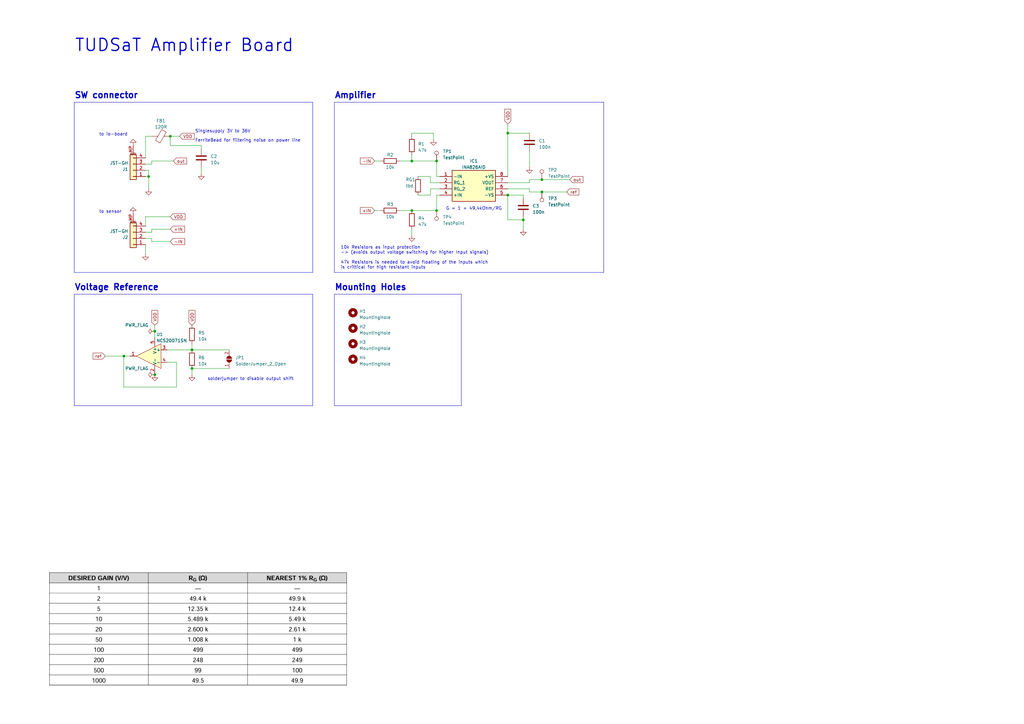
<source format=kicad_sch>
(kicad_sch (version 20230121) (generator eeschema)

  (uuid 61190ca3-2171-4daf-b151-7360302be40b)

  (paper "A3")

  (lib_symbols
    (symbol "Amplifier_Operational:NCS20071SN" (pin_names (offset 0.127)) (in_bom yes) (on_board yes)
      (property "Reference" "U" (at 0 10.16 0)
        (effects (font (size 1.27 1.27)))
      )
      (property "Value" "NCS20071SN" (at 0 7.62 0)
        (effects (font (size 1.27 1.27)))
      )
      (property "Footprint" "Package_SO:TSOP-5_1.65x3.05mm_P0.95mm" (at 1.27 30.48 0)
        (effects (font (size 1.27 1.27)) hide)
      )
      (property "Datasheet" "https://www.onsemi.com/pub/Collateral/NCS20071-D.PDF" (at 1.27 30.48 0)
        (effects (font (size 1.27 1.27)) hide)
      )
      (property "ki_keywords" "OpAmp Rail-to-rail Output Single vfa" (at 0 0 0)
        (effects (font (size 1.27 1.27)) hide)
      )
      (property "ki_description" "Single, 2.8V/µs, Rail-to-Rail Output, TSOP-5" (at 0 0 0)
        (effects (font (size 1.27 1.27)) hide)
      )
      (property "ki_fp_filters" "TSOP*1.65x3.05mm*P0.95mm*" (at 0 0 0)
        (effects (font (size 1.27 1.27)) hide)
      )
      (symbol "NCS20071SN_1_1"
        (polyline
          (pts
            (xy 5.08 0)
            (xy -5.08 5.08)
            (xy -5.08 -5.08)
            (xy 5.08 0)
          )
          (stroke (width 0) (type default))
          (fill (type background))
        )
        (pin output line (at 7.62 0 180) (length 2.54)
          (name "~" (effects (font (size 1.27 1.27))))
          (number "1" (effects (font (size 1.27 1.27))))
        )
        (pin power_in line (at -2.54 -7.62 90) (length 3.81)
          (name "V-" (effects (font (size 1.27 1.27))))
          (number "2" (effects (font (size 1.27 1.27))))
        )
        (pin input line (at -7.62 2.54 0) (length 2.54)
          (name "+" (effects (font (size 1.27 1.27))))
          (number "3" (effects (font (size 1.27 1.27))))
        )
        (pin input line (at -7.62 -2.54 0) (length 2.54)
          (name "-" (effects (font (size 1.27 1.27))))
          (number "4" (effects (font (size 1.27 1.27))))
        )
        (pin power_in line (at -2.54 7.62 270) (length 3.81)
          (name "V+" (effects (font (size 1.27 1.27))))
          (number "5" (effects (font (size 1.27 1.27))))
        )
      )
    )
    (symbol "Connector:TestPoint" (pin_numbers hide) (pin_names (offset 0.762) hide) (in_bom yes) (on_board yes)
      (property "Reference" "TP" (at 0 6.858 0)
        (effects (font (size 1.27 1.27)))
      )
      (property "Value" "TestPoint" (at 0 5.08 0)
        (effects (font (size 1.27 1.27)))
      )
      (property "Footprint" "" (at 5.08 0 0)
        (effects (font (size 1.27 1.27)) hide)
      )
      (property "Datasheet" "~" (at 5.08 0 0)
        (effects (font (size 1.27 1.27)) hide)
      )
      (property "ki_keywords" "test point tp" (at 0 0 0)
        (effects (font (size 1.27 1.27)) hide)
      )
      (property "ki_description" "test point" (at 0 0 0)
        (effects (font (size 1.27 1.27)) hide)
      )
      (property "ki_fp_filters" "Pin* Test*" (at 0 0 0)
        (effects (font (size 1.27 1.27)) hide)
      )
      (symbol "TestPoint_0_1"
        (circle (center 0 3.302) (radius 0.762)
          (stroke (width 0) (type default))
          (fill (type none))
        )
      )
      (symbol "TestPoint_1_1"
        (pin passive line (at 0 0 90) (length 2.54)
          (name "1" (effects (font (size 1.27 1.27))))
          (number "1" (effects (font (size 1.27 1.27))))
        )
      )
    )
    (symbol "Connector_Generic_MountingPin:Conn_01x04_MountingPin" (pin_names (offset 1.016) hide) (in_bom yes) (on_board yes)
      (property "Reference" "J" (at 0 5.08 0)
        (effects (font (size 1.27 1.27)))
      )
      (property "Value" "Conn_01x04_MountingPin" (at 1.27 -7.62 0)
        (effects (font (size 1.27 1.27)) (justify left))
      )
      (property "Footprint" "" (at 0 0 0)
        (effects (font (size 1.27 1.27)) hide)
      )
      (property "Datasheet" "~" (at 0 0 0)
        (effects (font (size 1.27 1.27)) hide)
      )
      (property "ki_keywords" "connector" (at 0 0 0)
        (effects (font (size 1.27 1.27)) hide)
      )
      (property "ki_description" "Generic connectable mounting pin connector, single row, 01x04, script generated (kicad-library-utils/schlib/autogen/connector/)" (at 0 0 0)
        (effects (font (size 1.27 1.27)) hide)
      )
      (property "ki_fp_filters" "Connector*:*_1x??-1MP*" (at 0 0 0)
        (effects (font (size 1.27 1.27)) hide)
      )
      (symbol "Conn_01x04_MountingPin_1_1"
        (rectangle (start -1.27 -4.953) (end 0 -5.207)
          (stroke (width 0.1524) (type default))
          (fill (type none))
        )
        (rectangle (start -1.27 -2.413) (end 0 -2.667)
          (stroke (width 0.1524) (type default))
          (fill (type none))
        )
        (rectangle (start -1.27 0.127) (end 0 -0.127)
          (stroke (width 0.1524) (type default))
          (fill (type none))
        )
        (rectangle (start -1.27 2.667) (end 0 2.413)
          (stroke (width 0.1524) (type default))
          (fill (type none))
        )
        (rectangle (start -1.27 3.81) (end 1.27 -6.35)
          (stroke (width 0.254) (type default))
          (fill (type background))
        )
        (polyline
          (pts
            (xy -1.016 -7.112)
            (xy 1.016 -7.112)
          )
          (stroke (width 0.1524) (type default))
          (fill (type none))
        )
        (text "Mounting" (at 0 -6.731 0)
          (effects (font (size 0.381 0.381)))
        )
        (pin passive line (at -5.08 2.54 0) (length 3.81)
          (name "Pin_1" (effects (font (size 1.27 1.27))))
          (number "1" (effects (font (size 1.27 1.27))))
        )
        (pin passive line (at -5.08 0 0) (length 3.81)
          (name "Pin_2" (effects (font (size 1.27 1.27))))
          (number "2" (effects (font (size 1.27 1.27))))
        )
        (pin passive line (at -5.08 -2.54 0) (length 3.81)
          (name "Pin_3" (effects (font (size 1.27 1.27))))
          (number "3" (effects (font (size 1.27 1.27))))
        )
        (pin passive line (at -5.08 -5.08 0) (length 3.81)
          (name "Pin_4" (effects (font (size 1.27 1.27))))
          (number "4" (effects (font (size 1.27 1.27))))
        )
        (pin passive line (at 0 -10.16 90) (length 3.048)
          (name "MountPin" (effects (font (size 1.27 1.27))))
          (number "MP" (effects (font (size 1.27 1.27))))
        )
      )
    )
    (symbol "Device:C" (pin_numbers hide) (pin_names (offset 0.254)) (in_bom yes) (on_board yes)
      (property "Reference" "C" (at 0.635 2.54 0)
        (effects (font (size 1.27 1.27)) (justify left))
      )
      (property "Value" "C" (at 0.635 -2.54 0)
        (effects (font (size 1.27 1.27)) (justify left))
      )
      (property "Footprint" "" (at 0.9652 -3.81 0)
        (effects (font (size 1.27 1.27)) hide)
      )
      (property "Datasheet" "~" (at 0 0 0)
        (effects (font (size 1.27 1.27)) hide)
      )
      (property "ki_keywords" "cap capacitor" (at 0 0 0)
        (effects (font (size 1.27 1.27)) hide)
      )
      (property "ki_description" "Unpolarized capacitor" (at 0 0 0)
        (effects (font (size 1.27 1.27)) hide)
      )
      (property "ki_fp_filters" "C_*" (at 0 0 0)
        (effects (font (size 1.27 1.27)) hide)
      )
      (symbol "C_0_1"
        (polyline
          (pts
            (xy -2.032 -0.762)
            (xy 2.032 -0.762)
          )
          (stroke (width 0.508) (type default))
          (fill (type none))
        )
        (polyline
          (pts
            (xy -2.032 0.762)
            (xy 2.032 0.762)
          )
          (stroke (width 0.508) (type default))
          (fill (type none))
        )
      )
      (symbol "C_1_1"
        (pin passive line (at 0 3.81 270) (length 2.794)
          (name "~" (effects (font (size 1.27 1.27))))
          (number "1" (effects (font (size 1.27 1.27))))
        )
        (pin passive line (at 0 -3.81 90) (length 2.794)
          (name "~" (effects (font (size 1.27 1.27))))
          (number "2" (effects (font (size 1.27 1.27))))
        )
      )
    )
    (symbol "Device:FerriteBead" (pin_numbers hide) (pin_names (offset 0)) (in_bom yes) (on_board yes)
      (property "Reference" "FB" (at -3.81 0.635 90)
        (effects (font (size 1.27 1.27)))
      )
      (property "Value" "FerriteBead" (at 3.81 0 90)
        (effects (font (size 1.27 1.27)))
      )
      (property "Footprint" "" (at -1.778 0 90)
        (effects (font (size 1.27 1.27)) hide)
      )
      (property "Datasheet" "~" (at 0 0 0)
        (effects (font (size 1.27 1.27)) hide)
      )
      (property "ki_keywords" "L ferrite bead inductor filter" (at 0 0 0)
        (effects (font (size 1.27 1.27)) hide)
      )
      (property "ki_description" "Ferrite bead" (at 0 0 0)
        (effects (font (size 1.27 1.27)) hide)
      )
      (property "ki_fp_filters" "Inductor_* L_* *Ferrite*" (at 0 0 0)
        (effects (font (size 1.27 1.27)) hide)
      )
      (symbol "FerriteBead_0_1"
        (polyline
          (pts
            (xy 0 -1.27)
            (xy 0 -1.2192)
          )
          (stroke (width 0) (type default))
          (fill (type none))
        )
        (polyline
          (pts
            (xy 0 1.27)
            (xy 0 1.2954)
          )
          (stroke (width 0) (type default))
          (fill (type none))
        )
        (polyline
          (pts
            (xy -2.7686 0.4064)
            (xy -1.7018 2.2606)
            (xy 2.7686 -0.3048)
            (xy 1.6764 -2.159)
            (xy -2.7686 0.4064)
          )
          (stroke (width 0) (type default))
          (fill (type none))
        )
      )
      (symbol "FerriteBead_1_1"
        (pin passive line (at 0 3.81 270) (length 2.54)
          (name "~" (effects (font (size 1.27 1.27))))
          (number "1" (effects (font (size 1.27 1.27))))
        )
        (pin passive line (at 0 -3.81 90) (length 2.54)
          (name "~" (effects (font (size 1.27 1.27))))
          (number "2" (effects (font (size 1.27 1.27))))
        )
      )
    )
    (symbol "Device:R" (pin_numbers hide) (pin_names (offset 0)) (in_bom yes) (on_board yes)
      (property "Reference" "R" (at 2.032 0 90)
        (effects (font (size 1.27 1.27)))
      )
      (property "Value" "R" (at 0 0 90)
        (effects (font (size 1.27 1.27)))
      )
      (property "Footprint" "" (at -1.778 0 90)
        (effects (font (size 1.27 1.27)) hide)
      )
      (property "Datasheet" "~" (at 0 0 0)
        (effects (font (size 1.27 1.27)) hide)
      )
      (property "ki_keywords" "R res resistor" (at 0 0 0)
        (effects (font (size 1.27 1.27)) hide)
      )
      (property "ki_description" "Resistor" (at 0 0 0)
        (effects (font (size 1.27 1.27)) hide)
      )
      (property "ki_fp_filters" "R_*" (at 0 0 0)
        (effects (font (size 1.27 1.27)) hide)
      )
      (symbol "R_0_1"
        (rectangle (start -1.016 -2.54) (end 1.016 2.54)
          (stroke (width 0.254) (type default))
          (fill (type none))
        )
      )
      (symbol "R_1_1"
        (pin passive line (at 0 3.81 270) (length 1.27)
          (name "~" (effects (font (size 1.27 1.27))))
          (number "1" (effects (font (size 1.27 1.27))))
        )
        (pin passive line (at 0 -3.81 90) (length 1.27)
          (name "~" (effects (font (size 1.27 1.27))))
          (number "2" (effects (font (size 1.27 1.27))))
        )
      )
    )
    (symbol "GND_2" (power) (pin_numbers hide) (pin_names (offset 0) hide) (in_bom yes) (on_board yes)
      (property "Reference" "#PWR" (at 0 -6.35 0)
        (effects (font (size 1.27 1.27)) hide)
      )
      (property "Value" "GND_2" (at 0 -3.81 0)
        (effects (font (size 1.27 1.27)))
      )
      (property "Footprint" "" (at 0 0 0)
        (effects (font (size 1.27 1.27)) hide)
      )
      (property "Datasheet" "" (at 0 0 0)
        (effects (font (size 1.27 1.27)) hide)
      )
      (property "ki_keywords" "global power" (at 0 0 0)
        (effects (font (size 1.27 1.27)) hide)
      )
      (property "ki_description" "Power symbol creates a global label with name \"GND\" , ground" (at 0 0 0)
        (effects (font (size 1.27 1.27)) hide)
      )
      (symbol "GND_2_0_1"
        (polyline
          (pts
            (xy 0 0)
            (xy 0 -1.27)
            (xy 1.27 -1.27)
            (xy 0 -2.54)
            (xy -1.27 -1.27)
            (xy 0 -1.27)
          )
          (stroke (width 0) (type default))
          (fill (type none))
        )
      )
      (symbol "GND_2_1_1"
        (pin power_in line (at 0 0 270) (length 0) hide
          (name "GND" (effects (font (size 1.27 1.27))))
          (number "1" (effects (font (size 1.27 1.27))))
        )
      )
    )
    (symbol "GND_3" (power) (pin_numbers hide) (pin_names (offset 0) hide) (in_bom yes) (on_board yes)
      (property "Reference" "#PWR" (at 0 -6.35 0)
        (effects (font (size 1.27 1.27)) hide)
      )
      (property "Value" "GND_3" (at 0 -3.81 0)
        (effects (font (size 1.27 1.27)))
      )
      (property "Footprint" "" (at 0 0 0)
        (effects (font (size 1.27 1.27)) hide)
      )
      (property "Datasheet" "" (at 0 0 0)
        (effects (font (size 1.27 1.27)) hide)
      )
      (property "ki_keywords" "global power" (at 0 0 0)
        (effects (font (size 1.27 1.27)) hide)
      )
      (property "ki_description" "Power symbol creates a global label with name \"GND\" , ground" (at 0 0 0)
        (effects (font (size 1.27 1.27)) hide)
      )
      (symbol "GND_3_0_1"
        (polyline
          (pts
            (xy 0 0)
            (xy 0 -1.27)
            (xy 1.27 -1.27)
            (xy 0 -2.54)
            (xy -1.27 -1.27)
            (xy 0 -1.27)
          )
          (stroke (width 0) (type default))
          (fill (type none))
        )
      )
      (symbol "GND_3_1_1"
        (pin power_in line (at 0 0 270) (length 0) hide
          (name "GND" (effects (font (size 1.27 1.27))))
          (number "1" (effects (font (size 1.27 1.27))))
        )
      )
    )
    (symbol "INA826AID:INA826AID" (in_bom yes) (on_board yes)
      (property "Reference" "IC" (at 24.13 7.62 0)
        (effects (font (size 1.27 1.27)) (justify left top))
      )
      (property "Value" "INA826AID" (at 24.13 5.08 0)
        (effects (font (size 1.27 1.27)) (justify left top))
      )
      (property "Footprint" "SOIC127P600X175-8N" (at 24.13 -94.92 0)
        (effects (font (size 1.27 1.27)) (justify left top) hide)
      )
      (property "Datasheet" "http://www.ti.com/lit/gpn/ina826" (at 24.13 -194.92 0)
        (effects (font (size 1.27 1.27)) (justify left top) hide)
      )
      (property "Height" "1.75" (at 24.13 -394.92 0)
        (effects (font (size 1.27 1.27)) (justify left top) hide)
      )
      (property "Mouser Part Number" "595-INA826AID" (at 24.13 -494.92 0)
        (effects (font (size 1.27 1.27)) (justify left top) hide)
      )
      (property "Mouser Price/Stock" "https://www.mouser.co.uk/ProductDetail/Texas-Instruments/INA826AID?qs=RqytGdBYyUH0CDtkCzl1iw%3D%3D" (at 24.13 -594.92 0)
        (effects (font (size 1.27 1.27)) (justify left top) hide)
      )
      (property "Manufacturer_Name" "Texas Instruments" (at 24.13 -694.92 0)
        (effects (font (size 1.27 1.27)) (justify left top) hide)
      )
      (property "Manufacturer_Part_Number" "INA826AID" (at 24.13 -794.92 0)
        (effects (font (size 1.27 1.27)) (justify left top) hide)
      )
      (property "ki_description" "Texas Instruments INA826AID Instrumentation Amplifier, 150uV Offset 1MHz GBW, CMMR 80dB, 2.7  36 V, 8-Pin SOIC" (at 0 0 0)
        (effects (font (size 1.27 1.27)) hide)
      )
      (symbol "INA826AID_1_1"
        (rectangle (start 5.08 2.54) (end 22.86 -10.16)
          (stroke (width 0.254) (type default))
          (fill (type background))
        )
        (pin passive line (at 0 0 0) (length 5.08)
          (name "-IN" (effects (font (size 1.27 1.27))))
          (number "1" (effects (font (size 1.27 1.27))))
        )
        (pin passive line (at 0 -2.54 0) (length 5.08)
          (name "RG_1" (effects (font (size 1.27 1.27))))
          (number "2" (effects (font (size 1.27 1.27))))
        )
        (pin passive line (at 0 -5.08 0) (length 5.08)
          (name "RG_2" (effects (font (size 1.27 1.27))))
          (number "3" (effects (font (size 1.27 1.27))))
        )
        (pin passive line (at 0 -7.62 0) (length 5.08)
          (name "+IN" (effects (font (size 1.27 1.27))))
          (number "4" (effects (font (size 1.27 1.27))))
        )
        (pin passive line (at 27.94 -7.62 180) (length 5.08)
          (name "-VS" (effects (font (size 1.27 1.27))))
          (number "5" (effects (font (size 1.27 1.27))))
        )
        (pin passive line (at 27.94 -5.08 180) (length 5.08)
          (name "REF" (effects (font (size 1.27 1.27))))
          (number "6" (effects (font (size 1.27 1.27))))
        )
        (pin passive line (at 27.94 -2.54 180) (length 5.08)
          (name "VOUT" (effects (font (size 1.27 1.27))))
          (number "7" (effects (font (size 1.27 1.27))))
        )
        (pin passive line (at 27.94 0 180) (length 5.08)
          (name "+VS" (effects (font (size 1.27 1.27))))
          (number "8" (effects (font (size 1.27 1.27))))
        )
      )
    )
    (symbol "Jumper:SolderJumper_2_Open" (pin_names (offset 0) hide) (in_bom yes) (on_board yes)
      (property "Reference" "JP" (at 0 2.032 0)
        (effects (font (size 1.27 1.27)))
      )
      (property "Value" "SolderJumper_2_Open" (at 0 -2.54 0)
        (effects (font (size 1.27 1.27)))
      )
      (property "Footprint" "" (at 0 0 0)
        (effects (font (size 1.27 1.27)) hide)
      )
      (property "Datasheet" "~" (at 0 0 0)
        (effects (font (size 1.27 1.27)) hide)
      )
      (property "ki_keywords" "solder jumper SPST" (at 0 0 0)
        (effects (font (size 1.27 1.27)) hide)
      )
      (property "ki_description" "Solder Jumper, 2-pole, open" (at 0 0 0)
        (effects (font (size 1.27 1.27)) hide)
      )
      (property "ki_fp_filters" "SolderJumper*Open*" (at 0 0 0)
        (effects (font (size 1.27 1.27)) hide)
      )
      (symbol "SolderJumper_2_Open_0_1"
        (arc (start -0.254 1.016) (mid -1.2656 0) (end -0.254 -1.016)
          (stroke (width 0) (type default))
          (fill (type none))
        )
        (arc (start -0.254 1.016) (mid -1.2656 0) (end -0.254 -1.016)
          (stroke (width 0) (type default))
          (fill (type outline))
        )
        (polyline
          (pts
            (xy -0.254 1.016)
            (xy -0.254 -1.016)
          )
          (stroke (width 0) (type default))
          (fill (type none))
        )
        (polyline
          (pts
            (xy 0.254 1.016)
            (xy 0.254 -1.016)
          )
          (stroke (width 0) (type default))
          (fill (type none))
        )
        (arc (start 0.254 -1.016) (mid 1.2656 0) (end 0.254 1.016)
          (stroke (width 0) (type default))
          (fill (type none))
        )
        (arc (start 0.254 -1.016) (mid 1.2656 0) (end 0.254 1.016)
          (stroke (width 0) (type default))
          (fill (type outline))
        )
      )
      (symbol "SolderJumper_2_Open_1_1"
        (pin passive line (at -3.81 0 0) (length 2.54)
          (name "A" (effects (font (size 1.27 1.27))))
          (number "1" (effects (font (size 1.27 1.27))))
        )
        (pin passive line (at 3.81 0 180) (length 2.54)
          (name "B" (effects (font (size 1.27 1.27))))
          (number "2" (effects (font (size 1.27 1.27))))
        )
      )
    )
    (symbol "Mechanical:MountingHole" (pin_names (offset 1.016)) (in_bom yes) (on_board yes)
      (property "Reference" "H" (at 0 5.08 0)
        (effects (font (size 1.27 1.27)))
      )
      (property "Value" "MountingHole" (at 0 3.175 0)
        (effects (font (size 1.27 1.27)))
      )
      (property "Footprint" "" (at 0 0 0)
        (effects (font (size 1.27 1.27)) hide)
      )
      (property "Datasheet" "~" (at 0 0 0)
        (effects (font (size 1.27 1.27)) hide)
      )
      (property "ki_keywords" "mounting hole" (at 0 0 0)
        (effects (font (size 1.27 1.27)) hide)
      )
      (property "ki_description" "Mounting Hole without connection" (at 0 0 0)
        (effects (font (size 1.27 1.27)) hide)
      )
      (property "ki_fp_filters" "MountingHole*" (at 0 0 0)
        (effects (font (size 1.27 1.27)) hide)
      )
      (symbol "MountingHole_0_1"
        (circle (center 0 0) (radius 1.27)
          (stroke (width 1.27) (type default))
          (fill (type none))
        )
      )
    )
    (symbol "power:PWR_FLAG" (power) (pin_numbers hide) (pin_names (offset 0) hide) (in_bom yes) (on_board yes)
      (property "Reference" "#FLG" (at 0 1.905 0)
        (effects (font (size 1.27 1.27)) hide)
      )
      (property "Value" "PWR_FLAG" (at 0 3.81 0)
        (effects (font (size 1.27 1.27)))
      )
      (property "Footprint" "" (at 0 0 0)
        (effects (font (size 1.27 1.27)) hide)
      )
      (property "Datasheet" "~" (at 0 0 0)
        (effects (font (size 1.27 1.27)) hide)
      )
      (property "ki_keywords" "flag power" (at 0 0 0)
        (effects (font (size 1.27 1.27)) hide)
      )
      (property "ki_description" "Special symbol for telling ERC where power comes from" (at 0 0 0)
        (effects (font (size 1.27 1.27)) hide)
      )
      (symbol "PWR_FLAG_0_0"
        (pin power_out line (at 0 0 90) (length 0)
          (name "pwr" (effects (font (size 1.27 1.27))))
          (number "1" (effects (font (size 1.27 1.27))))
        )
      )
      (symbol "PWR_FLAG_0_1"
        (polyline
          (pts
            (xy 0 0)
            (xy 0 1.27)
            (xy -1.016 1.905)
            (xy 0 2.54)
            (xy 1.016 1.905)
            (xy 0 1.27)
          )
          (stroke (width 0) (type default))
          (fill (type none))
        )
      )
    )
  )


  (junction (at 222.25 73.66) (diameter 0) (color 0 0 0 0)
    (uuid 035b48da-25f1-431a-b87a-b9c4f9755f6d)
  )
  (junction (at 179.07 86.36) (diameter 0) (color 0 0 0 0)
    (uuid 49573402-8a2f-4823-bd02-1a832cb60816)
  )
  (junction (at 78.74 143.51) (diameter 0) (color 0 0 0 0)
    (uuid 49abad54-a0ff-4432-a924-0e9fdcf0d43c)
  )
  (junction (at 69.85 55.88) (diameter 0) (color 0 0 0 0)
    (uuid 4e700152-e5db-48c9-b815-c8424ede2e0a)
  )
  (junction (at 179.07 66.04) (diameter 0) (color 0 0 0 0)
    (uuid 58661825-f005-47af-af92-eb4ea5a59ae6)
  )
  (junction (at 78.74 151.13) (diameter 0) (color 0 0 0 0)
    (uuid 731b24d8-15a9-4ed7-8264-d71438de6f0e)
  )
  (junction (at 208.28 54.61) (diameter 0) (color 0 0 0 0)
    (uuid 8000aed3-058d-43ae-91a7-349e4eb2bbe8)
  )
  (junction (at 168.91 66.04) (diameter 0) (color 0 0 0 0)
    (uuid 8fda16a2-1aef-4163-91fc-73c8ed121005)
  )
  (junction (at 50.8 146.05) (diameter 0) (color 0 0 0 0)
    (uuid 92b3884f-854a-4629-9e59-8bdf8413e9b0)
  )
  (junction (at 208.28 80.01) (diameter 0) (color 0 0 0 0)
    (uuid 93deddef-934d-4d5d-8815-7207dde088f8)
  )
  (junction (at 168.91 86.36) (diameter 0) (color 0 0 0 0)
    (uuid aaea54ca-ca3c-445a-b57d-b0791ab0376e)
  )
  (junction (at 214.63 90.17) (diameter 0) (color 0 0 0 0)
    (uuid cbd018b4-3755-483f-aea3-b6bc0adad62e)
  )
  (junction (at 60.96 72.39) (diameter 0) (color 0 0 0 0)
    (uuid d6f6d593-0487-4613-9a4c-71323b8b5248)
  )
  (junction (at 63.5 135.89) (diameter 0) (color 0 0 0 0)
    (uuid d9c8079c-a5bd-4c90-9041-b8721dd04a3c)
  )
  (junction (at 63.5 153.67) (diameter 0) (color 0 0 0 0)
    (uuid e0f646db-362b-4e13-968a-020fcbc7020d)
  )
  (junction (at 222.25 78.74) (diameter 0) (color 0 0 0 0)
    (uuid f926b598-bfc5-48ae-aa5d-50ccf1caa4a4)
  )

  (polyline (pts (xy 30.48 166.37) (xy 128.27 166.37))
    (stroke (width 0) (type default))
    (uuid 05204507-97ac-410c-b35b-670e2aaa8f80)
  )

  (wire (pts (xy 63.5 133.35) (xy 63.5 135.89))
    (stroke (width 0) (type default))
    (uuid 05eaad0c-ca5d-41a1-8e49-4ea9d41f47f3)
  )
  (wire (pts (xy 73.66 55.88) (xy 69.85 55.88))
    (stroke (width 0) (type default))
    (uuid 0690209f-8f48-450b-a04f-06c994896396)
  )
  (wire (pts (xy 214.63 80.01) (xy 208.28 80.01))
    (stroke (width 0) (type default))
    (uuid 094bec83-7269-4019-8634-de2fa35bfdfd)
  )
  (wire (pts (xy 208.28 50.8) (xy 208.28 54.61))
    (stroke (width 0) (type default))
    (uuid 0b694c96-5ee3-437b-a5a9-65fe2c4ceddb)
  )
  (wire (pts (xy 214.63 90.17) (xy 214.63 93.98))
    (stroke (width 0) (type default))
    (uuid 11d86c8a-b84a-4e00-82f1-49f028f7db25)
  )
  (wire (pts (xy 62.23 93.98) (xy 69.85 93.98))
    (stroke (width 0) (type default))
    (uuid 1217b0e4-eeb6-4328-a530-2c5c5d98be47)
  )
  (wire (pts (xy 59.69 100.33) (xy 59.69 104.14))
    (stroke (width 0) (type default))
    (uuid 146cf7e3-910f-4c9d-ad02-846458c79453)
  )
  (wire (pts (xy 68.58 148.59) (xy 72.39 148.59))
    (stroke (width 0) (type default))
    (uuid 1aa2c2b4-6bda-4015-b2fc-b03d890e97ce)
  )
  (wire (pts (xy 50.8 158.75) (xy 72.39 158.75))
    (stroke (width 0) (type default))
    (uuid 2097fd5b-ac9e-4cf8-8126-175c91891316)
  )
  (wire (pts (xy 69.85 59.69) (xy 69.85 55.88))
    (stroke (width 0) (type default))
    (uuid 221b6c4a-465b-4a52-8dc2-5cd47169c338)
  )
  (wire (pts (xy 168.91 93.98) (xy 168.91 96.52))
    (stroke (width 0) (type default))
    (uuid 25b3baae-da42-4bab-94c4-859b2bd917eb)
  )
  (wire (pts (xy 82.55 68.58) (xy 82.55 71.12))
    (stroke (width 0) (type default))
    (uuid 265d0abb-4314-473d-b335-4f1ef0252982)
  )
  (polyline (pts (xy 137.16 41.91) (xy 137.16 111.76))
    (stroke (width 0) (type default))
    (uuid 288d9757-d3aa-4127-9fa0-9c40e3009b6d)
  )

  (wire (pts (xy 59.69 55.88) (xy 59.69 64.77))
    (stroke (width 0) (type default))
    (uuid 29e54d56-acbc-468b-a9e5-67015b04c492)
  )
  (wire (pts (xy 60.96 69.85) (xy 59.69 69.85))
    (stroke (width 0) (type default))
    (uuid 2cb19c7e-5578-4e0a-b7cd-5113416c9f36)
  )
  (polyline (pts (xy 137.16 166.37) (xy 189.23 166.37))
    (stroke (width 0) (type default))
    (uuid 2f5e9515-d1e9-47bb-9adf-bf75c9050883)
  )

  (wire (pts (xy 179.07 72.39) (xy 180.34 72.39))
    (stroke (width 0) (type default))
    (uuid 2f6a311b-ae3d-4ebb-8e62-46be969dccd1)
  )
  (polyline (pts (xy 247.65 111.76) (xy 247.65 41.91))
    (stroke (width 0) (type default))
    (uuid 2ff70ef6-558c-444e-9ebf-e12063d57bfc)
  )

  (wire (pts (xy 214.63 80.01) (xy 214.63 81.28))
    (stroke (width 0) (type default))
    (uuid 340cef10-5d10-4c51-a9e9-ea78dd1e39b8)
  )
  (polyline (pts (xy 137.16 120.65) (xy 137.16 166.37))
    (stroke (width 0) (type default))
    (uuid 38068bf0-2b52-41f7-80d4-a07145783562)
  )

  (wire (pts (xy 78.74 140.97) (xy 78.74 143.51))
    (stroke (width 0) (type default))
    (uuid 3d96ae51-c0ea-4467-b316-ea3d1d13d756)
  )
  (polyline (pts (xy 137.16 111.76) (xy 247.65 111.76))
    (stroke (width 0) (type default))
    (uuid 3e0698f7-2e1d-4e9d-a894-7f0b1b4dff7c)
  )
  (polyline (pts (xy 30.48 120.65) (xy 128.27 120.65))
    (stroke (width 0) (type default))
    (uuid 43eadad7-3487-4ef1-a5d6-6cf6f25db9f4)
  )
  (polyline (pts (xy 137.16 41.91) (xy 247.65 41.91))
    (stroke (width 0) (type default))
    (uuid 45678498-0cc1-4d54-b0e7-b786ce615a46)
  )

  (wire (pts (xy 232.41 78.74) (xy 222.25 78.74))
    (stroke (width 0) (type default))
    (uuid 45cedbfd-82b9-4f55-b7ee-849dca516838)
  )
  (wire (pts (xy 180.34 74.93) (xy 176.53 74.93))
    (stroke (width 0) (type default))
    (uuid 46ee21fe-8cdd-440b-a7d8-213cb57e2cad)
  )
  (wire (pts (xy 93.98 151.13) (xy 78.74 151.13))
    (stroke (width 0) (type default))
    (uuid 49016b91-b49d-483a-8d95-f2af256235b2)
  )
  (wire (pts (xy 176.53 77.47) (xy 176.53 80.01))
    (stroke (width 0) (type default))
    (uuid 513901b5-73fc-404f-b170-2e6e2914685b)
  )
  (wire (pts (xy 60.96 69.85) (xy 60.96 72.39))
    (stroke (width 0) (type default))
    (uuid 5669c879-f7da-4d8f-a709-aae1d51cb15c)
  )
  (wire (pts (xy 50.8 146.05) (xy 53.34 146.05))
    (stroke (width 0) (type default))
    (uuid 5c284966-37d1-4ef4-9880-f6385e9d0d36)
  )
  (wire (pts (xy 176.53 80.01) (xy 171.45 80.01))
    (stroke (width 0) (type default))
    (uuid 639d3268-2c81-4f8f-b130-f9fe2e21e9f3)
  )
  (wire (pts (xy 59.69 95.25) (xy 62.23 95.25))
    (stroke (width 0) (type default))
    (uuid 64f9291b-5be1-4817-8e24-5a4faa290f2b)
  )
  (wire (pts (xy 62.23 66.04) (xy 62.23 67.31))
    (stroke (width 0) (type default))
    (uuid 65824856-0754-4ca1-beda-3c672814b9ca)
  )
  (wire (pts (xy 93.98 143.51) (xy 78.74 143.51))
    (stroke (width 0) (type default))
    (uuid 65a1de22-a1bb-4e80-a83a-05c75ee22ab6)
  )
  (polyline (pts (xy 128.27 111.76) (xy 30.48 111.76))
    (stroke (width 0) (type default))
    (uuid 67f97a50-f51e-4e60-99d1-49543d08ad2b)
  )

  (wire (pts (xy 62.23 93.98) (xy 62.23 95.25))
    (stroke (width 0) (type default))
    (uuid 6e323c39-35e7-47d9-a6f8-283b8c055229)
  )
  (wire (pts (xy 217.17 62.23) (xy 217.17 68.58))
    (stroke (width 0) (type default))
    (uuid 70a02932-8980-4d9b-ac68-647c6c44c8a1)
  )
  (wire (pts (xy 62.23 66.04) (xy 71.12 66.04))
    (stroke (width 0) (type default))
    (uuid 72e73b87-cda9-4e72-bfa2-d2f8e02a4184)
  )
  (wire (pts (xy 177.8 54.61) (xy 177.8 57.15))
    (stroke (width 0) (type default))
    (uuid 737db00b-2489-4d3d-81fb-bf5f29184153)
  )
  (polyline (pts (xy 137.16 120.65) (xy 189.23 120.65))
    (stroke (width 0) (type default))
    (uuid 75cf63a5-a0c7-4117-8e80-d6bd109c46bb)
  )

  (wire (pts (xy 68.58 143.51) (xy 78.74 143.51))
    (stroke (width 0) (type default))
    (uuid 79c2b6eb-059f-4374-85d5-fd8490125e92)
  )
  (polyline (pts (xy 30.48 120.65) (xy 30.48 166.37))
    (stroke (width 0) (type default))
    (uuid 79caac02-539d-4027-85f7-847c2d63baef)
  )

  (wire (pts (xy 208.28 54.61) (xy 208.28 72.39))
    (stroke (width 0) (type default))
    (uuid 7e067b33-3590-4dd9-8532-aa40cade7fa4)
  )
  (wire (pts (xy 82.55 59.69) (xy 69.85 59.69))
    (stroke (width 0) (type default))
    (uuid 7fa91572-8cd2-423a-9b75-739140eb6e2b)
  )
  (wire (pts (xy 168.91 54.61) (xy 168.91 55.88))
    (stroke (width 0) (type default))
    (uuid 8263a5fd-7669-4452-8f00-07f851fb39af)
  )
  (wire (pts (xy 69.85 99.06) (xy 62.23 99.06))
    (stroke (width 0) (type default))
    (uuid 851365df-92ee-426e-9e79-c6b82cacd2be)
  )
  (wire (pts (xy 59.69 55.88) (xy 62.23 55.88))
    (stroke (width 0) (type default))
    (uuid 8ba5f370-1e65-4bf6-8141-028a2f4746ae)
  )
  (wire (pts (xy 62.23 67.31) (xy 59.69 67.31))
    (stroke (width 0) (type default))
    (uuid 9104e401-4d7d-46bc-ad35-ce5d19999832)
  )
  (wire (pts (xy 168.91 66.04) (xy 179.07 66.04))
    (stroke (width 0) (type default))
    (uuid 9141628b-33bc-4d33-802e-a744ca240332)
  )
  (wire (pts (xy 43.18 146.05) (xy 50.8 146.05))
    (stroke (width 0) (type default))
    (uuid 92682329-ce8f-4a16-bd57-ec373c575fd8)
  )
  (wire (pts (xy 217.17 74.93) (xy 208.28 74.93))
    (stroke (width 0) (type default))
    (uuid 929a26f5-16d9-4307-a98e-e5c3989bc505)
  )
  (wire (pts (xy 179.07 86.36) (xy 179.07 80.01))
    (stroke (width 0) (type default))
    (uuid 9457d513-5cfc-4ce4-8888-748c0edac5a9)
  )
  (wire (pts (xy 59.69 97.79) (xy 62.23 97.79))
    (stroke (width 0) (type default))
    (uuid 94ff7513-04ca-466b-8482-e967b2a5b8c0)
  )
  (wire (pts (xy 222.25 73.66) (xy 233.68 73.66))
    (stroke (width 0) (type default))
    (uuid 95ebf671-602e-442f-b12b-37a73c74c7e7)
  )
  (wire (pts (xy 72.39 158.75) (xy 72.39 148.59))
    (stroke (width 0) (type default))
    (uuid 96f7f9ff-de40-4bff-99b6-6a06fab9ec82)
  )
  (wire (pts (xy 163.83 66.04) (xy 168.91 66.04))
    (stroke (width 0) (type default))
    (uuid 97d0cd26-f32c-4125-9772-c70ce6f849de)
  )
  (wire (pts (xy 78.74 151.13) (xy 78.74 153.67))
    (stroke (width 0) (type default))
    (uuid 9b2dac64-f5ad-449f-8f63-fdba99c522f3)
  )
  (wire (pts (xy 176.53 74.93) (xy 176.53 72.39))
    (stroke (width 0) (type default))
    (uuid 9c9d46f8-2833-4dd3-9d04-c804658c8f61)
  )
  (wire (pts (xy 208.28 90.17) (xy 214.63 90.17))
    (stroke (width 0) (type default))
    (uuid 9cc4cdfc-14a0-47a6-8be3-24ba7a9d82cc)
  )
  (polyline (pts (xy 189.23 166.37) (xy 189.23 120.65))
    (stroke (width 0) (type default))
    (uuid 9d91151e-7090-4b08-b506-23972a7d260c)
  )

  (wire (pts (xy 62.23 99.06) (xy 62.23 97.79))
    (stroke (width 0) (type default))
    (uuid a1c3b676-ed10-4699-a806-f8c5a0315483)
  )
  (wire (pts (xy 59.69 72.39) (xy 60.96 72.39))
    (stroke (width 0) (type default))
    (uuid a7d5ff8a-37c3-4711-8b98-68053034741b)
  )
  (wire (pts (xy 69.85 88.9) (xy 59.69 88.9))
    (stroke (width 0) (type default))
    (uuid ab39c815-64a3-46a7-b98b-020b5a48e479)
  )
  (wire (pts (xy 168.91 63.5) (xy 168.91 66.04))
    (stroke (width 0) (type default))
    (uuid ac77a385-a4c6-4f87-ab62-a10ee4261580)
  )
  (wire (pts (xy 217.17 73.66) (xy 217.17 74.93))
    (stroke (width 0) (type default))
    (uuid b50d2570-7c04-469d-82f8-0a24ccbe21db)
  )
  (wire (pts (xy 217.17 54.61) (xy 208.28 54.61))
    (stroke (width 0) (type default))
    (uuid b7ff170f-f3ce-4e27-af23-ae5e5a846945)
  )
  (wire (pts (xy 180.34 77.47) (xy 176.53 77.47))
    (stroke (width 0) (type default))
    (uuid b801be27-a663-4ee4-8698-a74a691a45fd)
  )
  (polyline (pts (xy 30.48 41.91) (xy 128.27 41.91))
    (stroke (width 0) (type default))
    (uuid bbe7a1e7-1c70-411f-b416-21232db8b21a)
  )

  (wire (pts (xy 60.96 72.39) (xy 60.96 77.47))
    (stroke (width 0) (type default))
    (uuid bde3be62-0e86-4f0d-ba97-ea3be722dcee)
  )
  (wire (pts (xy 153.67 86.36) (xy 156.21 86.36))
    (stroke (width 0) (type default))
    (uuid bde8825d-a9e2-4635-8c35-bf4a0d05738f)
  )
  (wire (pts (xy 163.83 86.36) (xy 168.91 86.36))
    (stroke (width 0) (type default))
    (uuid c4a9a603-1d96-4b0f-a8d8-7870bca416f0)
  )
  (wire (pts (xy 153.67 66.04) (xy 156.21 66.04))
    (stroke (width 0) (type default))
    (uuid c8f338b9-273c-4682-8926-dc1ba1ed8023)
  )
  (polyline (pts (xy 30.48 41.91) (xy 30.48 111.76))
    (stroke (width 0) (type default))
    (uuid cce2f01f-6134-47de-ab7b-c08d73f81a27)
  )

  (wire (pts (xy 59.69 88.9) (xy 59.69 92.71))
    (stroke (width 0) (type default))
    (uuid cde283d2-3027-42e0-94ee-eb5a52c30273)
  )
  (wire (pts (xy 63.5 135.89) (xy 63.5 138.43))
    (stroke (width 0) (type default))
    (uuid d4b7a5b3-0196-47ed-834b-178ee2d2f93f)
  )
  (wire (pts (xy 179.07 66.04) (xy 179.07 72.39))
    (stroke (width 0) (type default))
    (uuid d4fd6bf1-ae76-4854-bf70-a39deaed0cea)
  )
  (wire (pts (xy 222.25 73.66) (xy 217.17 73.66))
    (stroke (width 0) (type default))
    (uuid d54659bb-dc05-424f-8463-88c9b6ca0234)
  )
  (polyline (pts (xy 128.27 41.91) (xy 128.27 111.76))
    (stroke (width 0) (type default))
    (uuid da9e868c-0bb6-4f63-9f94-5e3455bb4b1f)
  )

  (wire (pts (xy 208.28 77.47) (xy 217.17 77.47))
    (stroke (width 0) (type default))
    (uuid db1ade3d-9e7f-41aa-8628-cb34fa2cab4d)
  )
  (wire (pts (xy 168.91 54.61) (xy 177.8 54.61))
    (stroke (width 0) (type default))
    (uuid dd5a70b6-114a-4d64-a757-e691b4c801ed)
  )
  (wire (pts (xy 179.07 80.01) (xy 180.34 80.01))
    (stroke (width 0) (type default))
    (uuid e47158d5-fcba-4750-9a8b-9ea46319fb80)
  )
  (wire (pts (xy 50.8 146.05) (xy 50.8 158.75))
    (stroke (width 0) (type default))
    (uuid e5521d48-efec-4ec0-b7fe-d5a24322cad3)
  )
  (wire (pts (xy 217.17 78.74) (xy 217.17 77.47))
    (stroke (width 0) (type default))
    (uuid e691f12c-4408-4368-96d8-258cf0d74511)
  )
  (polyline (pts (xy 128.27 166.37) (xy 128.27 120.65))
    (stroke (width 0) (type default))
    (uuid e7b1c8e3-f663-4bcc-9172-b13f439fff21)
  )

  (wire (pts (xy 208.28 90.17) (xy 208.28 80.01))
    (stroke (width 0) (type default))
    (uuid e9c3263a-1240-4855-b840-b5de230287a2)
  )
  (wire (pts (xy 222.25 78.74) (xy 217.17 78.74))
    (stroke (width 0) (type default))
    (uuid f0c73233-b245-4fe9-b8f0-bc2a56c65b23)
  )
  (wire (pts (xy 214.63 88.9) (xy 214.63 90.17))
    (stroke (width 0) (type default))
    (uuid f1c0b311-c289-4841-a08a-7136e3a6fcbf)
  )
  (wire (pts (xy 168.91 86.36) (xy 179.07 86.36))
    (stroke (width 0) (type default))
    (uuid f2f29340-7be5-405e-9004-7f5c89b339df)
  )
  (wire (pts (xy 176.53 72.39) (xy 171.45 72.39))
    (stroke (width 0) (type default))
    (uuid fca7960d-2665-4066-82a2-6914f591d55e)
  )
  (wire (pts (xy 82.55 59.69) (xy 82.55 60.96))
    (stroke (width 0) (type default))
    (uuid fdabbeb6-29d6-478c-a2a7-9ff2678b664f)
  )

  (image (at 81.28 257.81) (scale 1.504)
    (uuid fd94e4e4-e1cb-4c7e-9b57-71fdee35de88)
    (data
      iVBORw0KGgoAAAANSUhEUgAAA8sAAAF2CAIAAADWWJ16AAAAA3NCSVQICAjb4U/gAAAACXBIWXMA
      AA50AAAOdAFrJLPWAAAgAElEQVR4nOzdeVyM+/8//tdMad8UbaJsifdRlpM1yhJv25ElS1qIkBPl
      SMQhZVcoxFGy75KOSDhaLEWODrJFizrRQtr3pvn98fp+rt+8Z2pMGWJ63P9wm3nN67rmdY2u63pe
      r5XF5XIJAAAAAACICbulCwAAAAAAIFEQYQMAAAAAiBMibAAAAAAAcUKEDQAAAAAgToiwAQAAAADE
      SZrvvZ+fX2hoqJycXIuUBgCaraysjMPhqKqqtnRBAKDJcnJydHR0WroUANBkVVVV06dPd3d350vn
      j7CTk5N1dXWnTJnyrQoGAOKxZcuW8ePH9+nTp6ULAgBNZm9v//vvv7d0KQCgyS5dupScnCyYzh9h
      q6ioqKioDBgw4JuUCgDERllZuU+fPjh5AX5QOHkBfkSJiYkNpqMfNgAAAACAOCHCBgAAAAAQJ0TY
      AAAAAADihAgbAAAAAECcEGEDAAAAAIgTImwAAAAAAHFChA3fr3///fcbfMu7d+/q6+u/wRcBiF1B
      QUFlZWWTNuFyudnZ2V+pPADQOjXjfl1UVFRaWvo1CvOd4J8P+4dWXFz8/v173hQ5OTk1NbW2bdsK
      Zs7JySkqKmpsV8rKynp6esxbLpf77NmzlJSU0tJSaWnpjh07Dho0iHfly48fP3748IEQoq6urqWl
      RQjJzs7m+9Np06ZN+/btBZfcq62tTU1NFXJcnTt3lpOTE8zWpk0bZWVlTU1NFoslZHNBeXl5jx8/
      /vDhQ21trZaW1sCBAzU0NBrLXFJS8u7dO/paQUFBX1+fL0NWVlZ5eTkhRE9PT1lZuaqqKiMjg/nU
      yMiIKR7zEfMrNYbD4fj4+Fy5cuXKlSvMf1PPnj35sjH/ibw7XLx4cW5u7rx58wwNDQkhioqKnTp1
      4tswNTW1traWltnBwaFLly579uzBUqYgLq9fv+ZwOLwpcnJyOjo64v0be/78+cKFCydOnOjp6UlT
      amtrb9y4ce/evdzc3NraWgUFhS5dupibmw8cOJA5Dc+dO7d9+/bdu3dbWFiIsTDQmvHe79q1a9e+
      fXvBjwwNDaWkpES83/Gm1NXVvXnzhnnLe0+hPn36lJeXx5vCYrE0NDTatWsneHNkLv4N0tLSUldX
      Z95WV1cnJSVlZGRUV1fLysoaGRn16dOHzf5/VZN5eXmfPn0SciwN3n1El5WVVVBQoK2tLbjY54cP
      Hz5+/CgrK9ulSxche2jSL/MlwsLC1q9fHxAQMGrUKJpSWFh49erVpKSkjx8/crlcNTU1IyOjsWPH
      duvWjdnKx8fn2bNnhw4d+pJf6XsmURF2dHQ0c6fhpaOjM3bsWEdHR01NTSYxICAgPDy8sV2NGjUq
      MDCQvr5z546Pjw/f85mysrKrq6utrS19e/bs2X379hFC7O3t16xZQwjZunXrrVu3BPespaVlaWnp
      5OTERIT5+fnCF9G8dOlSz549G8umoqJiZmY2f/78//znP0J2Qr1582bbtm337t3jTZSSkpo0aZKH
      hwfvlYWxf//+o0eP0tdKSkrx8fEyMjK8GdauXfvw4UNCyL59+0aPHp2RkcFbzj/++IO5kTMfMb9S
      Y7y9vc+fP6+goFBaWjp79uyqqipCSGRkJN/VxM3N7cmTJ4SQbdu2WVlZEUI+ffoUGxtLCGGWJtXQ
      0OA73oqKismTJ9MAKDo6msvl3r59e8mSJcHBwVJSUkJKBSCiOXPmNFg30717919++cXe3l5WVvYL
      vyI1NXXevHklJSXV1dU05cGDB6tXr87JyeHNFhcXd+TIEWNj4127dtFag+rq6srKShcXl6CgoCFD
      hnxhMQDI/97v/vOf/1y8eFHwo8TERBUVFRHvd7wp9PrMvD137pyJiQlvhoiIiK1btwruSklJaejQ
      oQsWLOjduzeTuHDhQr6aOF6enp4ODg6EEC6Xe/To0cDAwLKyMt4MnTp12rhx48CBAwkhISEhx48f
      F3IspqamJ06cEJKhpKTk2LFjhw8frqysPH78OLPkUHZ29rJly168eEHfDh48eOfOncwNuqqqavbs
      2dnZ2e7u7sIj7Cb9Ms125coVekNnrkUnTpzYtWsXX/PazZs39+7da2VltWHDBvoQVV1dnZWVZWdn
      d+HCBd7wTGJIZi8RFRUVIyOjHj160CfpnJyco0ePTpw4kUZjfDQ1NY0EMBXYjx49WrRoEQ2vBw8e
      7OjoOH78eGlp6dLS0k2bNp09e/azhenQoQPdZ4cOHVgsVl5e3smTJydNmvTq1Su+nGw2W7AkRkZG
      fA/00tLSTCHZbHZJSUlkZKS1tfXp06eFlyQ2Nnb69Ok03NTQ0Jg+ffrcuXONjIw4HE54ePi0adME
      W3nq6+uvXr1KCGnXrh0hpKysjMavojt06FCT8hNCrl+/fv78eULI77//bmhoOGzYMJp+//593myl
      paXPnj0jhEhJSY0YMYIm/v3334QQeXl5ExMTej0qKCjgqzJJTEyk4XWvXr10dXX9/PwIIfHx8cHB
      wU0tKoBw3bt3p2crbSZ68+bNzp07Z8yYQZt9mo3D4bi7u5eUlBgYGNBqhfj4eEdHRya81tXVNTIy
      YlrMnj59OmfOHFqbZW9vb2ZmVldXt3LlSiHteADN8/z5c75rdYNEvN8RQq5cuUIIUVFRadOmDSHk
      8uXLje2zbdu2dCddunSRlpYuKyu7fv36zJkzw8LCBDMbGBgIfjsTxQYHB2/fvr2srExWVnb8+PGO
      jo40qs7KynJycnr58iUhREtLi9mQqWam4Qcl2OTLqKqqCgoKsrS0DAwMFOzo9dtvv7148WL06NF7
      9+41NTVNSEjw8vJiPg0ICMjOzu7Vq9e8efMa/X2/4Jdpknfv3q1bt44QYmVlNX78eELIvn37Nm/e
      TA+KzWZ36dKle/fuzH9reHi4s7MzvQVv3bpVQ0MjLy9v9erVX1iM75NE1WEzRo4cuW3bNvo6LS1t
      /fr1jx49KikpWbp06fXr1+Xl5Xkzz58/nz6zNuj06dO0k66bm9vixYtp4r1799zc3JSUlK5fvz5r
      1izhhfH09Bw9ejR9nZubu3LlyocPH5aUlGzbto2pG6YUFRWFVKszNDU1mWyFhYX+/v7nzp2rr6/f
      tGmTiYlJYzXZhYWF7u7u9BFz/PjxW7ZsoX/x9fX1q1atioiIyMnJWbx4cVhYGG/t2t9//017vzg7
      O/v6+lZVVUVGRo4ZM+azheTdw9OnT42NjUXMz+Fwdu7cSQjp1KkTreqwtLS8efMmIeT+/fs2NjZM
      zkePHtGz1NTUlIkkaITdr18/GRmZkSNHhoaGEkIePHjA2zL14MED+oL+v/Tt23f48OG3b98+ePDg
      zJkzG+xTBNA8p06dUlFRoa+fPHmydOnS/Pz8lJSUY8eO8VbLNdXly5fpI/qSJUtkZWUrKys9PDzo
      6WBiYrJp06bu3bsTQurr6+/evbtu3bq8vLy8vLxNmzbt3buXxWItW7bs7t27BQUFISEhK1asEMeB
      Avz/Dh8+PGjQIOF5RLzfVVRUxMTEEEIsLCzy8vIePHhw/fr1NWvWNNjeOGnSJKZ1tKKiwt/f//jx
      4/X19Vu2bPnvf/+roKDAm3n37t2CPQ8ZTN3zkSNH+vXrR1/v2bPn5MmT9Nbfs2fP+fPnz58/n350
      6dIl+qzLG340JikpadmyZR8/fmzw0+zs7KdPn7LZ7C1btqioqHTu3HnixInR0dG0p8qzZ8+OHz8u
      JSW1ceNG0Rtdm/TLNMnevXsrKyvZbPayZcsIIc+fP6ft+YSQadOm/fbbb7Ryobq6+ty5c35+fjU1
      NQkJCWfOnLG1tVVRUZk3b56fn198fPydO3eY2jSJIZl12Ly6du166NAhXV1dQkh+fr6Qx98GFRYW
      0hfa2tpM4tChQx8+fBgTE3PkyJEm7U1bW3vz5s309cOHD/l6ajZD27Ztvb29x44dSwipr68/fPhw
      YzmPHTtGW7t69OixY8cO5oGSzWavW7fOzs7Ox8dn69atfGcsrcAmhIwcOZI2YMXExFRUVIhSNvrE
      T5pYjX3//v2srCxCyPjx42lHMQsLC1qqhw8fcrlc3pz0haWlJZNII+yff/6Z/F8ATXhCar63zKMC
      ffKurKxkjhdA7ExMTJYuXUpfJyQkfMmuzp07Rwhp06YN/eO/cuUKvVt369bt2LFjNLwmhLDZ7OHD
      hx8/fpxWK9y8eZOOqTA2NqbNdBcvXvzyqxAAg172b9++/fr1a7HsMCYmhtaGDhkyhEZgHz9+TExM
      /OyGCgoKnp6e9MZdVlZGGzxFx3Sw5u0DvWzZssTExOjoaDc3tybtjU/nzp1pK9aoUaNMTU35Pi0p
      KSGEKCsr04fzjh07EkI4HE5xcTGHw1m3bh2Hw3FwcBClX2iDvvCX4VVeXk5vmn369KFRFlNvOGXK
      lM2bNzNDvGRlZe3t7ZkuK0ePHqV38wkTJtAU2nAtYSQ/wiaEyMvLT58+nb6+e/duk7bt0aMHfbF9
      +/arV69++aQTtLsFIYTD4dTU1Hzh3ig7Ozv64u7du7wxKC+mk9y8efOkpf+n7UJFRWXt2rUzZsww
      Njbm/aiuri4qKooQoq+vr6OjM3ToUEJIdXX1X3/9JUqp+vfvT3+9mzdvZmZmings0dHR9AVTbaCi
      okKrQwoLC1NSUpicTITNRNKlpaW0Yo9G2EOGDFFUVCSEPHjwgPmPKy4upg18+vr6TMV2//79+b4d
      4GtgRoA1dQIQXp8+faId3nr27ElDZ+ZccHZ2Fmxk19fXnzp1Kn3NjEmgf/PMrgDEYs6cOfRFM/oH
      Noh2ESGEDBkyhN6DCE/Vj3B0VB99LWLFEMPIyIi++PXXX8V+jrRt29bHxycsLCwwMLBDhw58n9Ie
      ycXFxbTTF31WkZOTU1dXDwkJefnyZceOHWmFcbN9yS/D6969e3TYKHO/ptciFovV4EPIhAkT6G03
      OzubVqXp6OjQZ5g7d+7U1dU1uyTfp1YRYROe/37BUcyvX7/+iwffqLgFCxbQ//7CwsIVK1aMHj16
      9+7d9C+jeSIjI+kLHR0dvv4qtbW1f/0vvkFLjTExMaG1vMXFxQUFBYIZOBwOMxb7s413jPj4+OLi
      YkLI8OHDmX+JyFe3srIyOhKUy+WKXtnPjO3o3Lkzk8jUUjPVz8XFxTTaNjExYcaMPn78uL6+XkZG
      hnZKkZGRMTc3581MeCrCefu66Onp0UeL58+fi1hOgGZgTn/ebktN9erVK/o3zJwjTHOzYH0Y1adP
      H/qCmViA2ZY54wC+3IABA+gdMzIyUvj9S5T7XUlJCa0U69GjBx0xRZ9Rb9y4IUr9VHp6OjPeqWvX
      rnyfPnjwgPfb+U6E1atX027fL168mDlzprW19cmTJ+kNUSwmTZrUq1evBj9q167dyJEjCSHLli07
      ePDgqlWrCCHTpk179+4d7YDh7e39hbMSCf9lRMfcMfmuRZ06dWpsurC+ffvSF7m5ubzbVlVVpaen
      N7sk3yfJ7IctiOmnS9tfeF28eJF34LOuri5vRaaGhsaFCxe2bt1Kw8r3798fPHjw4MGDgwYNWrJk
      CTPyV4inT5/SF0VFRU+fPmW+y9nZmS9nVVWVi4sLb8rWrVuFD7um2rRpQ6fdoAfIVJMzeMcz8c6j
      9O7dO2YmPqpLly7M5kzlAY1TO3furKenl52dfffu3eLiYsFpBwVNmjTJ19e3pKTk0qVLy5YtE6XT
      GFPbzVvOUaNGeXt7c7ncxMRE2mn+/v37NMhg5gYihNCmw59++onpSj569Gga0yQmJtIud0zrPFPz
      TQhhsVjq6ur5+fnFxcVlZWVKSkqfLSeAKOLi4uTl5blc7ocPH2JiYu7cuUMIkZGREX2IkqC3b9/S
      F8w5wpxZjd13mYd5ZqIxZkQX5sYGMWKz2bNnz961a1ddXd3x48dXrVrF/MnxEeV+d+PGDVpFSu9B
      LBZr2LBhYWFhJSUl9+7dYwa4M7KysmgTa2VlZVpa2tmzZ2knqAkTJtC+Frz4ektbWVnxppiamp45
      c8bHx4fewZOTk5OTk3fs2DFu3DgXFxfBvYnX9u3bN27ceP369eTkZHl5eVtbW3d394ULF9bU1EyZ
      MoVOAVRTU9OmTRsRJ91r0i8jOsH7NZvN5nA4Qh4AhF+L6By7EqO1RNgMvg4ShJDu3bvzzsUoODN0
      u3btdu7cuXTp0nPnzoWFhdGn2Pv379+/f3/lypXMQIfGBAUF8aWoqKi4urrOmDGDL11KSopvhlrB
      WTA/S/AACc8NmM+lS5eYQQkUc42rqqqiHUvk5OSYijFzc/NTp05xOJyoqKiZM2d+tjBycnIzZ84M
      Dg6urq4+f/78pEmTPrsJM8cZ7ynavn17ExOTx48f02lApKSkmMps3k7Yjx49Iv/XRYQpcJs2bWpr
      axMSEmhoTjds37493+BLJigvLi5GhA3isnLlSr4UfX39jRs3Mt3PCCGlpaXnzp2Lj4/Pzc1VVFTs
      2bOnjY0N00gtiJk+jDlHaA9IQkhOTg4zsJIXU3XNTG7A/MFjOhEQrxkzZuzfv7+qqio0NHTZsmW0
      q54gUe53TJsPMwbO3NycTn9x5coVwQg7NjaWb7YrKSmpGTNm0GpgPgMGDFBWVmbeCnZr/umnn86f
      P5+YmHju3Lnr16/X1dXV1NT8+eef169fDw4Obqy9SCyUlZV37NixdevW8vJyRUVFKSmpCxcuJCYm
      amhorFq1Kiws7I8//sjKypKWlh4wYMC6det4m3wbJOIvk5WVdfbs2aSkpOLi4nbt2vXt29fBwUHI
      chmC9+sOHTpkZWXl5uZyudwGo3+m6lrwWiTGJoLvRGuJsJkbjODtZ/r06ULmEmEYGBisWrXKzc3t
      2rVrQUFBtDnDz8/P3NxceIOvsbFx+/btnz59SiflmDJlire3N9+U0pSCggIzCXeTVFZWMn/oDd5f
      VVRUpKWlaSen9+/fM8+sHTp0oJeJrKwsvnnpb9++TYdisFisBQsW0MT8/Hz6IjIyUpQImxBiZ2d3
      5MiRurq6s2fP0gGFwjW2FsCYMWMeP35cWlr6/PlzY2Pj+Ph4Qki3bt2YK0t1dTWtbOC98CkqKg4d
      OjQ2NpaOK/306RPtJmRpacl38jPP0xj4BWJkbm4uLS0dFxdHzz4fHx9ra2vev720tLT58+fn5ubK
      y8sPGjSorKzs/PnzFy9eXL9+fWOnmGD7+IgRI+i0OdHR0byxO4O2y8nKyjKRCvPUjT94EC81NbVp
      06adOnWqtLRUyNQCn73fFRQUMAMMdu/eTf9i6doIhJDo6Oiqqiq+utKOHTsaGhr++++/tO9y9+7d
      T5w4oaam1uD+PT09hcwlwhgwYMCAAQPWrFkTGhp6+PDh4uLiqqqqFStWxMTEfO31E6SkpOgN/ePH
      jzt27CCErFmz5uHDh2vWrJGTk3N0dExPT4+NjZ03b961a9f4Op3yEeWXiYqKWrVqVXV1taampomJ
      SUZGRlBQ0Pnz5w8ePMg3ATmjwWvRsWPHiouLk5KSmAFOjKqqKvp/amxszEyAzfyM6If9o0pKSqIv
      Grz9iE5WVtbKyurSpUt0mncul8vXb1vQwoULAwMD9+3bR/+MLl++TOe7ECPm6DQ1NRu8mrDZbKbL
      F+/EGlOmTDlx4sSJEyfobCS8IiIi6IvKysqH/4dpEkpMTGSi7cbQO7empubkyZMJIbm5uaLMn8DU
      H/Mt2MF06qBVfbShnLenx5MnT+rq6thsNtPnnnfD8vLyJ0+eNNhFhGLmJ8bKjiBGvr6+gYGBzIx4
      e/fupU/aVH19vaura25urpGR0c2bNw8cOHDixAkvLy8Oh7Nlyxbedex4CZ4jI0aMoCd4SEiIYGfW
      27dv08uUg4MD07mL+YMXfmMGaBJ62Z83bx693508ebKxOuzPunbtGjNCPSkpid6DkpOTaUplZaXg
      mm4jRowIDAw8efIkrQ5/8+bNyZMnm/ftfDQ0NBYtWnThwgV6XPn5+eKaLEUU3t7epaWlFhYWEyZM
      oPMILVy40MPDY//+/Z06dcrNzaUTGgrx2V8mJydn5cqV1dXVkydPvnXr1t69eyMiIsaPH19UVETT
      G9wt0wjAXIscHR3pJWXHjh2C9WX79u2jPXV5R2pK8LWoVUTYhYWFTO/nJs3lzOFwsrKynj59SmtM
      GbKyssx8WA32yhBkYmJC/6Q4HI6bmxvvuuJfqL6+PiQkhL7m7TLBZ9y4cfTF0aNHPztGpKys7Pbt
      24QQNpsdHBx8nAcd78jlcq9duyZ8J8xpw3Q5FWWBHqZLFt+SHJ06daI9tOLj45lAWXCevp49e/Jd
      0EeOHEnrp+Pj4+n/o4qKimAHevp1UlJSDS5sCfAl5s6dS6dB+PDhg7OzM1MPl5CQQBtVtmzZwox/
      mDVr1pUrV5KSkpiLDB+m0ZY5R9hsdkBAgJ6eXllZmYODA29ofvPmzd9++40QYmlp2eBdTSKXUoOW
      Qiem0NPTo7faN2/eMBVATcUMqV+5ciXvPWjhwoU0nelDwkdFRcXX15de9vft29dYNuFHkZ6e/s8/
      /zABPdWpUyemlVjEW/+X++uvv27evKmoqEgXnaGP0LRPC121h0n8LCG/zJkzZ2prazU0NLy9vekQ
      TxaLtWHDhlu3bt24caOxNWgFr0VaWlq7d++Wl5d/8uSJi4sL0wmtrq4uMDDw0KFDLBbLw8PDzMyM
      2YkEX4skPMKmk9XPmTOHzrDRrVs33oFxn1VbWzt9+vQZM2Y4OjoGBQUxz9NPnjyhI5akpKR4/1CE
      c3JyooFdSUmJs7Oz4JjLpqqrq3v69KmzszMNHOXk5ObOndtYZmtra/rnm5qaumzZMmaeb0JIRUUF
      32inW7du0WdWExOTYcOGDeDBzF4p+mWrW7dutL8dnSZPOGagg+Alg8bTjx8/pk3eOjo6vD3neGfC
      5qWurk7bqmjXeULIiBEj+C6OxcXFdPa0zp07f7PrJrQeLBZrx44d9OHt+fPnnp6edJzuP//8Qwjp
      0KED76wCLBarW7duQhqgmcibWfz51KlTly5dsra27tixY1ZW1i+//EIXc161atXSpUvLysoGDx78
      888/BwYG0sWbeLf9kllNABrDjFAS5bIvKCcnh54dbdq0mT17Nu89aPbs2TTP7du3+Zo6GT///DMz
      l8CaNWuaOuXzmzdvxo8fP3v2bFtbW6ZCh8vlnj59mt46O3To8CVTcIiutLTUx8eHELJ8+XJa/Uyb
      oZj7I+3e2WDv0AY19svQX3v48OG8rbgqKiqCkwnyYq5FTHm2bt366tWrWbNmqaioxMXFjRgx4vHj
      x4QQS0vLvXv3SktLT506lcvl7tq1i2kEkOBrkWQGE+Hh4YKLRXXq1Gn//v2C961du3bxjfYjhCgp
      KcXExMjJya1bt46OVdq1a9f58+e7detWUFDAPNeuWLFCyLKofNhstq+v7+TJk4uKit6+fevq6nro
      0CHe8pSWljY4eOK3335jrimEkPfv3wuOglJQUNi1a5eQQcFKSkqBgYHz588vKSmJjY21sLAwNjZW
      UVHJy8t7/fo1rdXu2rUrnUmHmUWEmaGPMXz4cDabXV9f/+TJk6ysLN5BokLMnz9fxOXWBw8eTIc8
      v3jxgpnWh6ILzNbU1NAMvD09OBwOvUAIRth0w4cPHz569IiGNYJdRJgph0SfyhCgSTQ0NLZv3+7k
      5EQIuXbtWteuXV1cXOhjNu8Ar4sXLzIDGfv06dNg90dDQ0MNDY2CggI6bR+LxYqKinr48CGTgcvl
      0mdm5taVkJBAAwV7e3v6pEr/5tlstigTIgE01U8//TRw4EC+1b54Cb/fMfegn3/+mW/FQR0dnR49
      eqSkpNTW1t64cWPatGkN7n/JkiUJCQlJSUlVVVXOzs4XL17kqyKdM2eOYDxgbm7u5+dnYmIyY8aM
      8+fPV1dXz5s3r1evXtra2qmpqXSiXjk5uW3btjU2R4p4+fn55efnm5iYMOsZjxs3LikpKSgoSEND
      IzMz88mTJ3JycoKDPoVo8JehzyrMtaisrIx3jrWxY8fyLrrHoLOaEJ5JP48dO8abobKyks7fR0Pw
      uro6ZrfGxsaGhoZVVVVpaWmEEENDQ8lrQJbwOmwWi6WmpjZ06FBvb+/Lly83GA5WV1eXCmBucpMm
      TQoJCaF1pdnZ2bGxsTS8NjExCQ4OdnR0bFJ5tLS0mDUdExIS6LMpL8GSlJaWCunUoaioaGJismTJ
      kps3b/KNyxbUu3fviIiImTNnKikpVVdXP3z48NatW8+ePeNwOD///PO2bdvCw8MNDAyKioqYXjF0
      jiRebdu2ZWbh+GxHEYapqWnv3r1FyWlpaUlrkePi4vg+MjIyoo8QghNaP3v2jFZCCw6tIP9X+U23
      kpOTE1yalfkupoYeQOyGDRvGtDLt27fv6tWrdMQz74oPgYGBW/8PbSgTxGaz//vf/xJCPn36xNeK
      LSI6cyghZNCgQZJ3V4PvxGfvj0Lud8zNRbCWh/DcmIQsziAlJeXn50crdz98+LB48WKmdxZVUVEh
      +O3MUlDe3t5r1qyhEeeLFy+io6Pp3B1jxowJCwv7qhOJMB4+fHju3DlpaenNmzczAb2Njc3MmTNz
      cnKWLl3q5+enpqa2e/duwSl6hWjwl+G7FhUXF2/l0dgaIN26daMVzwkJCc1bQe/evXvMvIHN2Pw7
      x+JbApAu6ss3SyUQQj58+JCZmVlcXKympta5c+cf+rbE4XBSU1MLCgpqamratm3bvXt3vkqCluXl
      5XXu3DkWixURESFis1FBQUFaWpq0tDTfMEdRFBcXjx49urS0dNCgQcyKrz8iOzu7pUuXokryB3Lp
      0iVPT09ZWdn4+Hg6fqCsrKy+vn7lypVxcXEuLi6NXYrfvXs3bty4mpqacePG7d69u6nfu2fPnv37
      9xNCTpw48W1iBfgsIyMjZhEQ+E5wudysrKx3797Re2WPHj2+5VD4nJycoqIiBQUFwabyjx8/pqam
      ysvLGxZ/NIwAACAASURBVBkZNdZJuklWr14dHh7er1+/06dPE0Lq6+tpPePIkSPLysqOHz/e2J3l
      6tWrdCS3l5cXb2O7iGxtbf/++29VVdWbN2+K3tfle0P7Qezdu5cvXTJ7iXwN7du3510D5YcmJSX1
      hXOqfFXu7u4JCQlZWVmenp6nT5+moy6E09DQEDJnp3BeXl6lpaUqKiqCTQoAX5WFhYWsrGx1dfWR
      I0doME3nCfnsYIAOHTqsXr3ax8fn2rVr48ePFzLEWdCLFy+Cg4MJIba2tgivAYRgsVj6+vqi9wUV
      L2ZFcUHt2rVrUr31Z/33v/8NDw9PSkp68ODBwIED2Ww2jXc/u6LNhAkTbt68GRUVtXv37mHDhunp
      6Yn+padPn6YDqDZu3PjjhtdCSHgvEfgRKSsrHzp0SFdXNzk5+WsvY/7hw4dbt24pKSkFBQWJ2Kcc
      QFzatm3r7u5OCNm3b9+aNWuio6OvXbsWEBBA104SPs2ZjY3N4sWLiWhT9PAKCwurra2dMGGCp6fn
      F5QdACSHubk5fVB3dnbeu3dvXFzcn3/+6eXlRSf6EN7KvW3btiFDhpSUlDR12hZ67Vq3bl2TJnn7
      gaAOG75HnTp1On/+fERERJ8+fb7qF7Vv397b27tv376fXRML4Guws7NTVVXdt29fWFgYXayOxWL1
      7t17zZo1n10D1c3NzcDA4KeffmrSN7q4uOjq6s6bN0/E9ZYBQOKxWKxdu3YFBgaePn2aWQlIVlbW
      3NzcyclJ+EVGTk7u4MGDISEh9vb2TfpS2oD82SFkPy70wwaQEOiH/UN7//79hw8f5OTkdHR0JLLB
      FIRDP2z4HnA4nMzMzJKSEmVlZT09PbF08pZ46IcNAPD90tXV1dXVbelSAECrJiUlRZeshi+HftgA
      AAAAAOKECBsAAAAAQJz4+2GbmZmlpqZiUgWAH86LFy/atWvHt24ZAPwQHj58iMkTAX5EWVlZ3bp1
      u3v3Ll86fz9sLS0tJSWlOXPmfKuCAYB4rF+/fsKECQMHDmzpggBAk9nb29OZBgDgx3Lq1KkGJ1fl
      j7Dp0tZ2dnbfolAAID4hISHTp0+X4JmPACSYvb097rwAP6K0tLQG09EPGwAAAABAnBBhAwAAAACI
      EyJsAAAAAABxQoQNAAAAACBOiLABAAAAAMQJETYAAAAAgDghwgYAAAAAECdE2AAAAAAA4oQIu7Wo
      r68PCwvr168fi8Vq6bIAAAAASDL+NR1B8tTV1Z05c2br1q0vX75s6bIAAAAASD7UYUu+jRs32tvb
      czicoKCgnj17tnRxAAAAACQcImzJt2DBgosXL758+dLJyUlGRqaliwMAAAAg4dBLRPJ17NixY8eO
      LV0KAAAAgNYCddgAAAAAAOKECBsAAAAAQJwQYQMAAAAAiBP6YQMAfC9CQkIiIiKaseGsWbNmzZol
      9vIAgIjKy8vnzJnTvG3Dw8PFWxj4HiDCBgD4XlRWVhYVFTVjw6qqKrEXBgBEx+Vym3fygqRChA0A
      8L1wcXFxcXFp6VIAQJMpKSnFxsa2dCngO4J+2AAAAAAA4oQIGwAAAABAnBBhAwAAAACIE/phty6P
      Hz9u6SIAAAAASDjUYQMAAAAAiBMibAAAAAAAcUKEDQAAAAAgToiwAQAAAADECRE2AAAAAIA4IcIG
      AAAAABAnRNgAAAAAAOLE4nK5vO/NzMxSU1ONjIxaqkAA0DwPHz7U1tbu2LFjSxcEAJosLi7O3Ny8
      pUsBAE326tWrbt263b17ly+df8WZ0aNHjx49esOGDd+oXAAgJhYWFhs2bLCwsGjpggBAk7FYrNjY
      2JYuBQA0WWMxM3qJAAAAAACIEyJsAAAAAABxQoQNAAAAACBOiLABAAAAAMQJETYAAAAAgDghwgYA
      AAAAECdE2AAAAAAA4oQIGwAAAABAnBBhtyLl5eW5ubk1NTUtXRAA+B9cLjc/P7+4uPhr7DwuLs7N
      zS0xMfFr7BwAamtrc3NzKysrRd+kuLg4Pz+fb1HtBoWEhLi5uX369OkLCggtAxF2qxAbG2tqaqqk
      pKSjo6OiojJ16tTMzMyWLhRA6xIaGspisQwMDHgTKyoqXF1d1dXVtbS01NTUOnfu/Mcff4i+TxcX
      FxaLNXfuXCF5/vnnn4CAgBcvXjSr1ABAOByOiYkJi8U6evQob3pGRoaVlRW9tyooKAwcODAuLk74
      rvbv329gYKCmpqalpaWhobF8+fKKigoh+SMiIgICAkpKSr78KOAbQ4Qt+e7fvz9mzJj8/PxTp07d
      vXt37dq1V65cGT58eFlZWUsXDaC1qKioWLFihWC6tbX1nj17Ro8efevWraioKCMjI2dn5x07doiy
      zydPnjQpHAeA5vnjjz+ePn3Kl/jp06fhw4dHRESsXLny3r17Z8+eLSoqsrS0vHv3bmP78fX1/fXX
      X9XU1MLCwu7cuePg4ODv7z99+vSvXHxoGdItXQD46ry8vGpra0+dOmVmZkYIGTp0aElJiZ+f35kz
      Z5ycnFq6dACtwrZt22pqahQUFHgT7927FxkZaWZmdv78eRaLRQgZMWJEnz59vL29Fy1apKqqKmSH
      XC532bJlBgYGaWlpX7foAK3bx48f161b17VrV75z7cCBA9nZ2WvXrt20aRNNMTU1NTIyWr16dYNB
      dmVl5caNG1VUVG7duqWhoUEIMTMzKy0tDQkJ+euvv0aPHv0NjgW+JdRhSz4/P7+EhAQaXlP9+/cn
      hODGDPBtpKen79ixY+3atW3atOFNp7dha2trGl4TQmRkZGxtbSsqKq5duyZ8n2fOnLlz58769eub
      Wpjc3Fxra+sZM2Z8+PChqdsCtEJr1qxRVFScP38+Xzo9f2fMmMGkdOnSxcLC4t69ezk5OYL7efr0
      aWlp6ahRo2h4TTk6OhJCQkNDRSxMXFyclZWVq6trfX19Uw8EvjFE2JKvd+/egwYN4k159eoVIURL
      S6uFSgTQuri5uWlqai5cuJAvvaCggBDSvn173sTOnTsTQpKTk4XssLS0dOXKlTNmzDA2Nm5SSaqr
      q62srEJDQ8ePH8/3vQAg6O+//z506NDatWvl5eX5PhJy/j579kxwV80+3xnp6elTp069devWggUL
      2GzEb987/A+1OhkZGQEBAdLS0lOmTGnpsgBIvqioqIiIiPXr18vIyPANfqBPuRkZGbyJUlJShJDc
      3Fwh+9y8eXNeXt6GDRuaOprCycnpwYMHq1atEj44EgAIIVwud+nSpQYGBo6OjoLnWlPP32af71Rp
      aemkSZOKiorOnj3bu3fvph0JtARE2K3Lmzdvhg0bVlRUtHnzZr45DQBA7GpqapYuXWpiYkLbgjkc
      Du+nY8aMIYQcPXqUmUygrq5u//79gjl5paSk7Nq1a8mSJUZGRnV1daIXxt/f/8SJE1ZWVlu2bGnG
      sQC0NkePHr1//76fn5+MjIzguTZ27FhCCD1hqZycnAsXLpBGzl9jY2Ntbe3Y2FjeiX327NnTWH5e
      XC7X3t7+xYsXfn5+EyZMaO4BwTeFkY6tyL179yZPnlxYWLh9+3YPD4+WLg6A5Nu1a1dqampMTEyD
      Tbq9e/d2cnIKDg42Nzd3cXEhhAQFBeXn5wvfp6urq5KS0oYNG5pUkidPnuzbt69t27anTp1C+zLA
      ZxUXF69evdrc3Hzq1KkNZliwYEFQUNCpU6dqa2unT5+ek5Pj5+enpqb28ePHBvO3adPGz8/P1tZ2
      1KhRq1ev1tHRuXLlyt27d0U5Hw8cOBAeHj527Njly5d/0VHBN4TrbGtx48YNS0tLDodz+fJlhNcA
      38C7d+82bdo0bdo0CwuLxvIcOHBgy5YtBQUFjo6Obm5upqamvr6+pPFhEn/++ef169d9fHzU1dWb
      VBh/f39CSGFh4blz55q0IUDrtGHDho8fPwYEBDSWQU5OLiYmxsnJKSYmZsaMGbt37169erW1tTVp
      /PydM2dOWFiYrq6uh4eHvb19aWlpZGRkfX39Z4dF+fr6SktLx8bGvnz58ksOCr4lRNitQmJiopWV
      lbq6enx8PBqYAL6NI0eOlJeXx8XFGfwfQkh2draBgcHhw4dpHikpKU9Pz/T0dA6HU1hY6O/vT+uw
      6fgnQXv37iWEbN++ne5w1qxZhJDQ0FADAwPha8qYmJgkJSWpqqq6urpmZWWJ9UABJNDevXvZbPbk
      yZPpuUafUd3d3XmHF2toaNB2Jy6Xm5GRsWTJkrdv35LGz19CyJQpUx49elRdXV1VVXXp0iVagS0k
      P2VnZxceHl5dXW1nZ9ekvmHQgtBLRPJVVlba2NhIS0tHR0cbGhq2dHEAWovRo0crKSnxpixfvlxF
      RcXNza1v375MYkVFBe882Q8ePCCEDBw4sMF9Ll68eOLEiczb1NTUwMDAXr162djYCJ8bxM3NrXfv
      3jt27Fi0aJGDg0N0dDQzRSAACPLz8+N9GxUVdf369TFjxgwbNoxJrKurq6+vl5GRYVIePHigpqYm
      5FbbpPOd4ePjY2BgMHv27DNnzmzatKmpncSgZXD/l5eXl5eXFxckCG3k2rFjR0sXBL4uc3PzmJiY
      li4FCEMI0dfXZ96+e/dOTk6ODlikKcXFxW3btjU0NGTyFBUV/fPPPwUFBQ3uMCYmhhDi4OAg5Et3
      795NCDly5AiXy62vr6dT4/v7+3/pwYBYCd6O4bvi5eXFnEfUhQsX2Gy2k5MTk3Lnzh1CyMKFC5mU
      V69ePX/+nHlrbGwsJSWVmZnJpIwaNYrNZv/777+Nfe/kyZMJIRkZGVwuNy8vr23bttLS0g8fPhTP
      UYE4NBY5o5eI5Dt06BAhpKioyP9/xcXFtXTRAFo1XV3dmTNnvnr1aunSpTk5OSkpKdbW1oWFhdu2
      bWPyxMTE9O3b9/Lly2L5RhaLdfDgQRkZGU9Pz5SUFLHsE6B1+uWXX7p27RoSEnLo0KFPnz7dvn3b
      3t5eSUlp7dq1TJ6ZM2eOHz+eebt8+XIOh2NjY5OSkpKTk7Ny5cpbt265uLjo6emJ8o2ampq+vr51
      dXUODg5VVVXiPyQQK/QSkXBFRUV0KnvB+blcXV3Nzc1bolAA8P/s37+/pqbmjz/+OHDgACFEWVl5
      //79X3Wu+l69eq1atWrjxo0ODg53796VlsZdAKA5ZGRkIiMjbWxsnJycnJycCCGdO3eOjIzs1KlT
      Y5vMnTs3Jydn06ZNRkZGhBA2m71o0SI6uFlEjo6Ox48fv3379u+//87XjwW+Nywul8v7nnbuQRcf
      SVJcXMz3v0zJysoKLlIFPy4LC4sNGzYImbYCvlu5ubkpKSkqKipGRkY4K1snFov/dgw/Clohra2t
      bWhoKMrUe2VlZU+ePGGz2UZGRm3btv0GJYSvqrHIGbUXkk9VVbWliwAAwmhra2tra7d0KQCgOXr0
      6NGjRw/R8yspKQ0dOvTrlQe+E+iHDQAAAAAgToiwAQAAAADECRE2AAAAAIA4IcIGAAAAABAnRNgA
      AAAAAOKECBsAAAAAQKz41ng0MTFp6RIBAAAAAPwYTExMBFdN558P28rKysrKCivOAPxwsOIMwI8L
      K84A/KAai5nRSwQAAAAAQJwQYQMAAAAAiBMibAAAAAAAcUKEDQAAAAAgToiwAQAAAADECRE2AAAA
      AIA4IcIGAAAAABAnRNgAAAAAAOKECBsA4FsrLy/Pzc2tqakRMT+Xy83Pzy8oKBDLt3t6evr4+Ihl
      VwDA4XDy8vKKi4u/xs5DQkLc3Nw+ffr0NXYOXxUi7FbB29vb4H+ZmZm1dKEAJFN9fX1YWFi/fv1Y
      LJbgp7GxsaampkpKSjo6OioqKlOnTs3MzBSyNy6Xu23bNi0tLS0trXbt2nXo0CEgIIAvz7hx4/hO
      cHd3dyH7PHDgwOHDh5txaACt0N9//21lZcVms2NjY/k+qqioWL58ubq6ura2tpqaWpcuXQ4ePCji
      brOyshQUFFgs1tu3b4Vki4iICAgIKCkpaVbZoSXxr5oOEikxMbG8vHzOnDlMSufOnVuwPAASqa6u
      7syZM1u3bn358mWDGe7fvz9mzBgdHZ1Tp07p6+tHR0dv3Ljx0aNHz58/V1JSanCTrVu3rl27dsyY
      MR4eHhwOx8fHx83NTV5efuHChUye27dvGxoampubMykjRowQ76EBtEJxcXFbt269fv16YxlmzZoV
      ERHh7Ow8Y8aM4uLirVu3Ll68uKamZunSpZ/d+YoVKyorK8VaXvi+IMJuFV69ejVgwAB/f/+WLgiA
      JNu4caOPj4+hoWFQUNDu3bsF42wvL6/a2tpTp07RRqShQ4eWlJT4+fmdOXPGycmpwX0GBATIy8tf
      uHBBRUWFENKjRw8DA4Pjx48zEfa///5bUVFhY2OzcuXKr3lwAK1LTEzMyJEj1dXVf//994yMjFOn
      TvFlSEhIiIiIGDVq1P79+2mKmZlZhw4dtm3b9tkIOzo6OjQ0tEuXLunp6V+l9PAdQC8RyVdbW5uZ
      mWloaNjSBQGQcAsWLLh48eLLly+dnJxkZGQEM/j5+SUkJPD20erfvz8hJC0trbF95ubm5ubm0vCa
      ENKhQwdCCG+Pz9TUVELIl5zggYGBVlZWorduA7QG5ubmhw4dyszM3LhxY7t27QQzdOvWLSkpKSQk
      hEnR0NAwMDB4//59VVWVkD3X1dW5uLhMmzatd+/eTS1VXFyclZWVq6trfX19U7eFbwx12JIvLS2N
      w+F07969pQsCIOE6duzYsWNHIRkEb6ivXr0ihGhpaTW2CYvFYsJrQsi9e/cIISYmJkxKSkoKIaTZ
      J3h4eLiLi8tPP/1kY2PTvD0ASCQ2mz1//nwhGdq3b9++fXvelPLy8n///VdFRUVOTk7Ihnv27Hn1
      6lVoaOiaNWuaVKT09PSpU6fW1NTEx8ez2agh/d7hf0jyvX79mhCSmZk5cuRIPT29/v3779mzB4+/
      AC0uIyMjICBAWlp6ypQpn81cVFR06tSpWbNmqamp/f7770z669evWSzWtWvX+vXrp6enN2rUqKio
      KBEL8PTpU1tbW01NzStXrigrKzfzMACAEELI2rVrKyoqZsyYISRPXl6et7e3jY1Nr169ysrKRN95
      aWnppEmTioqKzp4924zKb/j2EGFLvjdv3hBCgoODhwwZ4u7uzuFwXF1dnZ2dW7pcAK3amzdvhg0b
      VlRUtHnzZgMDA+GZi4qK2rZta2trq62tff/+fSMjI979cLncQ4cO2djYLFq0KDk5edy4cadPn/5s
      AT59+mRlZVVXVxceHq6vr/+FhwPQmnG53NWrVwcEBHTq1GnLli1Ccnp4eNTW1m7bto0QUldXJ/r+
      7e3tX7x44efnN2HCBDGUGL4+RNiSr0+fPkuWLImJidm0aZObm1t8fDwdifX06dOWLhpAK3Xv3r3B
      gwfn5ORs377dw8Pjs/kVFBR27do1Y8aM58+fDx48+K+//mI++uWXX3799dcHDx64u7uvW7cuLi6u
      TZs2v/32m/DJtpWVlefMmZORkbFhw4bBgweL4ZAAWquampq5c+du3779p59+iouL4+s6wishIeH4
      8eMeHh56enpN+ooDBw6Eh4ePHTt2+fLlX1xe+EYQYUu+UaNGBQYGMh03FRQUFi9eTAi5du1ai5YL
      oJW6ceOGpaUlh8O5fPmyKOE1IURGRmb58uXnzp27d+9eZWXl7NmzKyoq6EdOTk779u1j+mr37Nlz
      3LhxeXl5//zzj5AdPnv2LCoqSkpK6ujRo5gyDKDZqqqqpk6devz48alTp8bHxwtpj6qvr3dxcenY
      saOIZz0vX19faWnp2NjYxmYChe8QIuzWqEuXLoSQnJycli4IQKuTmJhoZWWlrq4eHx/fjNZeU1PT
      qVOnfvz4MT4+vrE8opzgbDb7wIED7u7uKSkpnp6eTS0GABBCuFyunZ3d1atXV6xYERoaKnwwQ3x8
      fFJSUmFhYa9evejKUPfv3yeEmJmZ8U5v3yA7O7vw8PDq6mo7OzvR+5ZAy8JcIhKurq7u9evXtbW1
      vJMP0NovRUXFlisXQGtUWVlpY2MjLS0dHR0tyvx69fX1dKV03nZnTU1NQggdI1VWVvb69WsNDQ3e
      jtSinOAdO3ZcvHhxZWXlhQsXAgICJk+ejEVqAJrq0KFDoaGhixYt8vPz+2xmAwOD3bt386bs27cv
      LS3N0dHR1NRU+LY+Pj4GBgazZ88+c+bMpk2bNmzY8AWlhm8EEbaE43A4Q4cOZbFYWVlZzKJxtBPn
      Z09pABCv4ODgtLS0HTt2NBZeczic5ORkdXX1Tp06EUIeP37cv39/Y2Pjx48fM2uw0+4ftDH6xYsX
      AwcOtLS0vHHjBrOHmJgYKSmpvn37frY88vLyBw8etLS0nDt3bnJyMu+0gAAgXHV19fr169u1a7dr
      167G8qSkpHA4nF69ehFC9PT03NzceD8NDw+nEfZnxzpT/v7+UVFRmzdvnjhx4s8///xlxYevDhG2
      hJOVlfXw8FizZs3cuXP37Nmjqqp67Nixo0eP9urVa+LEiS1dOoDW5dChQ4SQoqIivgVW+/btS9c8
      Ly0t7du3r4ODw9GjRwkh/fr1MzMzu3v37vLly1euXMlisfbt2xcXFzdgwADaKjVgwIAxY8bcuHFj
      y5Yty5YtKy8v//3339+8ebNw4cIG18gQNHr0aFtb25MnTy5fvpx37QwAEO7q1au5ubn9+vULCgri
      +8jZ2VlWVpYQMnPmzKKiordv34rlGzU1NX19fRcsWODg4PDo0SPhs25Di0OELflWr15dXV29Y8eO
      ixcv0hQLC4ujR49KS+N/H+DbKSoqSk5OJoQITubl6upKI2xBYWFh8+fPDwgICAgIoCljxow5cuQI
      U6V9/vx5Jyen33//fe3atYQQKSmphQsX8kXwwu3atSsyMvLw4cNTpkzBgzeAiG7fvk0ISUpKSkpK
      4vto7ty5NMIWO0dHx+PHj9++ffv3338XpWsKtCAWl8vlfU8796CLj+QpLy9PTk6uqanp2rUrXXgZ
      JIyFhcWGDRssLCxauiDQqOLiYr5LLiUrKysvLy9kw7y8vNevX3O53G7duunq6gpmyM/PT0lJkZKS
      +s9//qOqqiq2EsO3wmLx347hO1ddXd3YPDyqqqrMMzBIvMYiZ9RithaKioqDBg1q6VIAtGrNjn21
      tLSErKxOCNHU1KQjIAHg25CVlf1KFdUgGTBbHwAAAACAOCHCBgAAAAAQJ0TYAAAAAADihAgbAAAA
      AECcEGEDAAAAAIgTImwAAAAAALHi/i+6ThgAAAAAAHyWiYkJVwD/fNhWVlZWVlZYcQbgh4MVZwB+
      XFhxBuAH1VjMjF4iAAAAAADihAgbAAAAAECcEGEDAAAAAIgTImwAAAAAAHFChA0AAAAAIE6IsAEA
      AAAAxAkRNgAAAACAOCHCBgAAAAAQJ0TYrReXy83LyysvL2/pggDA5338+DE/P7+xRUm4XG5+fn5x
      cbEou/L09PTx8RFr6QCgCYqLi4WczrxCQkLc3Nw+ffr0DUoF4oUIW2JlZ2e7ubkpKCgIrjZUWVm5
      atUqDQ0NbW1tJSUlY2PjqKioligjgKTx9vY2+F9mZmYibhsaGspisQwMDHgTa2pqvLy8tLS02rdv
      r6WlpaGh4e7uXlFRwWSoqKhwdXVVV1fX0tJSU1Pr3LnzH3/8IfyLDhw4cPjw4SYeGUCrc/36dQMB
      2dnZomyblZWloKDAYrHevn3Lm75//34DAwM1NTV6Oi9fvpz3dBYUEREREBBQUlLyJQcCLYJ/1XSQ
      AKmpqb6+vkeOHKmtrW0wg52d3cWLF3/55Rc3N7d///3Xw8NjwoQJV65cGTdu3DcuKoCESUxMLC8v
      nzNnDpPSuXNnUTasqKhYsWKFYLqLi0twcLCVlZWTk5OiomJISMjOnTtfv359+fJlmsHa2joyMnL6
      9OnOzs61tbX+/v7Ozs4lJSUeHh5iOSKAVuvp06eZmZmLFy+WlZVlEnV0dETZdsWKFZWVlXyJvr6+
      Hh4eJiYmu3fvbt++/cWLF/39/VNSUiIjI8VZbvg+IMKWNKWlpX369KmpqbGxsTE0NFy7di1fhps3
      b168eHHgwIFhYWFSUlKEkJ49ew4cOHDp0qWvX79ms9GsAdB8r169GjBggL+/f1M33LZtW01NjYKC
      Am9iUVFRSEhIly5dQkND6dlqbm7+5s2biIiIly9f9uzZ8969e5GRkWZmZufPn2exWISQESNG9OnT
      x9vbe9GiRaqqquI6LoBW6NWrVwoKCgcOHGjqhtHR0aGhoV26dElPT2cSKysrN27cqKKicuvWLQ0N
      DUKImZlZaWlpSEjIX3/9NXr0aHEWHb4DCKckjbKy8pEjR9LT048ePdqrVy/BDCdOnCCEeHh40Bs2
      IcTU1NTS0jItLS0hIeGblhVAstTW1mZmZhoaGjZ1w/T09B07dqxdu7ZNmza86f/++299fX2/fv2Y
      s5UQMmDAAPoRIeTu3buEEGtraxpeE0JkZGRsbW0rKiquXbsm4rcHBgZaWVkdPHiwqcUGkGypqanN
      OJ3r6upcXFymTZvWu3dv3vSnT5+WlpaOGjWKhteUo6MjISQ0NFTEncfFxVlZWbm6utbX1ze1YPCN
      IcKWQNbW1np6eo19+uDBA0KIpaUlb+KYMWOYjwCgedLS0jgcTvfu3Zu6oZubm6am5sKFC/nSO3To
      wGKx8vPzeRPz8vIIIdra2oSQgoICQkj79u15M9B+KcnJyaJ8dXh4uIuLS1pamo2NTVOLDSDZUlJS
      mnE679mz59WrV4KDib/8bE1PT586deqtW7cWLFiABufvH/6HWp20tDQdHR1lZWXeRCMjI0LImzdv
      WqhQAJLg9evXhJDMzMyRI0fq6en1799/z549n61qioqKioiIWL9+vYyMTFlZGe9H6urqdnZ2d+7c
      OXHiRF1dXX19/cWLF8PCwoYOHUqrx7S0tAghGRkZvFvRCu/c3NzPFvjp06e2traamppXrlzhuyYA
      uFEKRQAAIABJREFUtHIlJSV5eXksFmvWrFmdOnUyMjJasWJFUVGR8K3y8vK8vb1tbGx69erFdzp/
      4dlaWlo6adKkoqKis2fP8tWOw/cJEXbrUlFRweFw+J6hCSHq6uqEEMzcB/Al6DNqcHDwkCFD3N3d
      ORyOq6urs7OzkE1qamqWLl1qYmJCG4s5HA5fhpCQkLVr1zo6OsrJycnJyVlbW9va2l67do12C6Gt
      T0ePHmWmI6irq9u/f3+Du+Lz6dMnKyururq68PBwfX39Zh4zgISip3NoaKiqquqqVat69Oixa9cu
      CwsLwfGLvDw8PGpra7dt20YIqaur4/3I2NhYW1s7Njb2xYsXTOKePXuICGcrl8u1t7d/8eKFn5/f
      hAkTmn1Q8C1hpGPrQqvTmC6bDGlpaSLCSQ4AQvTp02fJkiULFy40MTEhhCxcuLBv375BQUG//vqr
      sbFxg5vs2rUrNTU1JiamsTZff3//rVu3mpiY2Nvby8jIhIWFHTlyRF1d3c/PjxDSu3dvJyen4OBg
      c3NzFxcXQkhQUBBfr5IGKSsrz5kzJyMjY+vWrYMHD27+MQNIKDU1td9++23AgAEzZ84khPz66692
      dnYnT54MDg5etmxZg5skJCQcP37cy8urwY6abdq08fPzs7W1HTVq1OrVq3V0dK5cuXL37l1R+nsc
      OHAgPDx87Nixy5cv/8Ljgm8Gdditi5KSEiGEr+mKEELn2uSbxwAAmmTUqFGBgYE0vCaEKCgoLF68
      mBDS2KDDd+/ebdq0adq0aRYWFg1mePXq1cqVK42NjRMSEmh1+I0bNyZNmrRz587o6Gia58CBA1u2
      bCkoKHB0dHRzczM1NfX19SX/1yTdmGfPnkVFRUlJSR09elR4nRxA69S1a9edO3fS8Jr67bffSOOn
      c319vYuLS8eOHYVMlDlnzpywsDBdXV0PDw97e/vS0tLIyMj6+nrhZyshxNfXV1paOjY29uXLl806
      GmgBiLBbHX19fTpBAW8inZegU6dOLVQoAMnUpUsXQkhOTk6Dnx45cqS8vDwuLo5ZzIIQkp2dbWBg
      QFeEoUtBOTg4yMjI0E1YLJa9vT0h5MaNGzRFSkrK09MzPT2dw+EUFhb6+/vTOmzh83Cz2ewDBw64
      u7unpKR4enqK6XABJJnw0zk+Pj4pKamwsLBXr170dL5//z4hxMzMjHcQ85QpUx49elRdXV1VVXXp
      0iVagf3ZWfPt7OzCw8Orq6vt7Oz4Op/Adwu9RFqdPn36ZGZmPnnypG/fvkwivRD069ev5coF8GOr
      q6t7/fp1bW0tU4dNCKHdoxUVFRvcZPTo0bRZibF8+XIVFRU3Nzd6etLmJr489G1hYSHvt/A2QNFJ
      gQYOHCiktB07dly8eHFlZeWFCxcCAgImT548YsQIUQ8VoBVIT0/PyckZOnQokyL8dDYwMNi9ezdv
      yr59+9LS0hwdHU1NTXl30tSzlRDi4+NjYGAwe/bsM2fObNq0SXCpZvgOIcJudaytrf/888/g4GA6
      HIoQUlJScuHCBVVV1ZEjR7Zs2QB+XBwOZ+jQoSwWKysri4mJ//rrL0IIc38tLi7OyMjo1KkTHVs8
      aNCgQYMG8e6EibDp227duhFCoqOj58+fz+Sh+6QfvX//vmvXrgYGBs+ePaOTEpSUlFy6dMnQ0JD3
      Ebox8vLyBw8etLS0nDt3bnJysoqKypf+CgCSwsXF5dq1a/fu3RsyZAhN4TudCSEpKSkcDocuPaGn
      p8ecuVR4eDiNsGnzFCHExMTk+fPn6enpTIvxsWPH2Gy2tbW1KEXy9/ePioravHnzxIkTf/755y89
      QvjK0Euk1Zk5c2bfvn3/+OMPf3//oqKi169fT5s27dOnTxs2bJCXl2/p0gH8qGRlZT08PAoLC+fO
      nfv+/fvy8vL9+/fThZ8mTpxI88TExPTt25dZ8PyzfvnlF319/dOnT69fvz49Pf3t27c7duzYvXu3
      qqqqnZ0dIURXV3fmzJmvXr1aunRpTk5OSkqKtbV1YWEhncpAFKNHj7a1tc3KysIIKgBea9asYbPZ
      CxYsePLkSW1t7c2bN93d3RUUFOiQYmrmzJnjx48XfZ/Lly/ncDg2NjYpKSk5OTkrV668deuWi4uL
      kCUseGlqavr6+tbV1Tk4OFRVVTX5kOAb4/4vLy8vLy8vLkiES5cuEUIE/0Ozs7N5F2iVl5ffuHFj
      SxQQxMnc3DwmJqalS9Gq1dfXe3l58T6pWlhYvH37lslAT8kjR440tgdCiL6+Pm9KWloaX/+Nvn37
      Pnr0iMlQXl4+e/ZsZoIgZWXl/fv3Cy+nqqoq77fk5+fTOvWIiIimHTCIj+DtGFpcWFiYjo4Oc+p1
      7dr11q1bvBlMTEz4Tlhe5ubmhJCMjAzexC1btjC9RNhs9qJFi6qrq4WUYfLkybw7qa+vHz58OCFk
      xYoVzT0sELPGImcWl8vlvXbTzj3o4tMaZGZmvn79WlFR0djYmK+jJ/yILCwsNmzY0NisFPDNlJeX
      Jycn19TUdO3atUOHDmLZZ25ubmpqKpfL1dfXb3BEcm5ubkpKioqKipGRERqjfkQsFv/tGL4HdXV1
      z58/Lyws1NbW7tGjh+Bct81QVlb25MkTNpttZGTUtm3bL98htKzGImf0w2699PX1scwEgNgpKiry
      9a7+ctra2nSZ9GZnAIBmkJaW5h27LBZKSkq8AyhBUqEfNgAAAACAOCHCBgAAAAAQJ0TYAAAAAADi
      hAgbAAAAAECcEGEDAAAAAIgTImwAAAAAALHimx9b7LPSAAAAAABIKhMTE8EVZ/jnw7aysrKyssKK
      MwA/HKw4A/DjwoozAD+oxmJm9BIBAAAAABAnRNgAAAAAAOKECBsAAAAAQJwQYQMAAAAAiBMibAAA
      AAAAcUKEDQAAAAAgToiwAQAAAADECRE2AAAAAIA4IcKWWBwOJy8vr7i4uLEMXC43Ly+vvLz8W5YK
      oDUoLy/Pzc2tqakRfZOqqqrc3FwOh9NYhqKiooKCAiF7+GwGhqenp4+Pj+hlA2jNqqurc3NzKyoq
      RN+krq4uNze3urr6y789JCTEzc3t06dPX74r+MYQYUugioqK5cuXq6ura2trq6mpdenS5eDBg7wZ
      KisrV61apaGhoa2traSkZGxsHBUV1VKlBZAksbGxpqamSkpKOjo6KioqU6dOzczMFL7Jo0ePhg0b
      Ji8vr6Ojo6am5urqWlVVxZshJCSka9eubdu2bdeuna6u7s6dO/kW//tsBj4HDhw4fPhws48RoJXI
      zMycPHmysrKyjo6OkpLSoEGD4uLihG+Sn59vY2OjoKCgo6OjqKj4yy+/ZGVl8eWpr68PCwvr168f
      i8X6bBkiIiICAgJKSkqafxjQQhBhS6BZs2b5+/vPmTMnJiYmPDxcU1Nz8eLFe/fuZTLY2dnt2LFj
      2LBh0dHRx44dy8/PnzBhwrVr11qwzAAS4P79+2PGjMnPzz916tTdu3fXrl175cqV4cOHl5WVNbZJ
      enr6yJEjs7Ozz5w5ExMTY2VltWfPngULFjAZ9u3bt2DBAjk5uUuXLkVGRurp6bm7u69du1b0DADQ
      DEVFRcOGDbt+/fq2bdvu3LkTEhKSlZVlaWn56NGjxjapqakZN25ceHj49u3b79y54+Pjc/Xq1VGj
      RlVWVtIMdXV1J06c+Omnn6ZNm/bPP/98q0OBFsL9X15eXl5eXlz4YcXHxxNCRo0axaR8/PhRVlZW
      V1eXvr1x4wYhZODAgXV1dTQlMTGRxWJ17dqVw+G0QIlBTMzNzWNiYlq6FK3amDFjCCF37txhUtzd
      3QkhQUFBjW0yZ84cQsjjx4/p2/r6+pEjR5qYmHz8+JHL5X769ElRUVFFReXdu3c0Q1FRUYcOHaSk
      pNLS0kTJ0CBVVVV9ff0vPVoQK8HbMbSsLVu2EEI2btzIpFy5coUQYmNj09gmwcHBhJCAgAAmxdPT
      s0ePHn/99Rd9u379ekKIoaFhUFBQz549RflPnzx5MiEkIyOj+UcCX1ljkTPqsCVNt27dkpKSQkJC
      mBQNDQ0DA4P379/TpucTJ04QQjw8PKSkpGgGU1NTS0vLtLS0hISEFikzgGTw8/NLSEgwMzNjUvr3
      708ISUtLazB/VVXVxYsXBwwYYGJiQlNYLNatW7ceP36soaFBCLl06VJ5ebmDg4Ouri7NoKqq+uuv
      v3I4nDNnzoiSQRSBgYFWVlZ8fckAWrlZs2YlJv5/7d15WFPXuj/wNwkECUMYikREguJF9Mpo0dYJ
      rNM90iqC4IhShVYpvaCiVWmFOrVVVNDjRFUcTk/7VECPKNo6gBUceEqts6BMQstwFAJImDL8/ti3
      +eWEUQ3BwPfzh49Z+018d+livdl77bWyPv30U0VL+92ZiL777jsOh/Phhx8qWrZs2fLo0aOJEycy
      L4OCgpKSkh4+fBgcHMzlcl8hqytXrnh7e4eFhclksld4O2gSKuyexsLCwtXVVSgUKlrq6uqKi4uN
      jY379OlDRDdv3iSiyZMnK7+LufbGHAKAV+Po6PjOO+8otzx69IiILC0tW42/detWQ0PDu+++29YH
      Ml2S6Z4Kyr21w4AOnTp1KjQ0NC8vb968eZ2JB+glBg4c6O7uzufzFS3td2eZTHbjxo3hw4cbGRm1
      9ZkDBgzw8fFhs1+x9MrPz/fx8bl06VJQUNArfwhoDH5CPV9kZKRYLPb392de5uXl9evXT+VXgIOD
      AxE9fvy4G/ID6KEKCgri4uJ0dHRmzpzZagBzMcza2jo5OXnKlCnDhg3z8PCIi4tTLELCBNjb2yu/
      S7m3dhjQvjt37ixYsKBv375nzpxppywAgIaGhjVr1hCRYjBVwdwotra2/v3332fPnv3f//3fI0eO
      XL16dUVFhVoSqK2t/eCDD0Qi0Q8//ODo6KiWz4QuhQq7J5PL5WvWrImLi7OxsWGmlInFYqlUamFh
      oRJpZmZGRFi5D0BdHj9+PG7cOJFItHnzZltb21Zjnj17RkSnT59evHixg4PD7Nmznz17Fh4e7uXl
      xSzbxywgoNJhDQwMuFwu01s7DGhHZWWlt7e3RCI5deqU8l0vAFBRV1c3bdq0mzdvTps2ra27PUx3
      LisrGz9+PIfDmTt3rpmZ2bZt29zc3P7888/XTEAuly9cuPDBgwcxMTFeXl6v+WmgGTrdnQB0laam
      puDg4GPHjg0fPjwlJYUZg5mZWy1XCNLR0SGidtbiBYDOy8zMnDFjRlVV1TfffLN69eq2wpjlcu/d
      u5ednW1nZ0dEa9euHTt27MWLF0+cODFnzpx2OizTWzsMaIuRkdH8+fMLCgq++uqrdqapAEBpaamX
      l9etW7f8/f0TEhLaWmKP6c7Z2dnJycmK21bh4eFxcXEbNmzYv3//6+Swb9++U6dOTZ06dfny5a/z
      OaBJuIbdMzU0NPj4+Bw7dszHx+fatWuKS2iGhoZE1HLtMOZKGI/H02yaAD3Qzz//PHnyZKlUevr0
      6XbKayLS09MjoiVLljDlNRFxudxVq1YREbN6JjNzQ6XDSqVSsVjM9NYOA9py79698+fPczicI0eO
      KJYSAwAVhYWF48aNu3379saNG3/44Yd2uhXTnd9++23lWWHMupmvvxjutm3bdHR00tPTHz58+Jof
      BRqDCrsHksvlAQEBZ8+eXblyZWJiosr0SqFQWFxcrPIYcnFxMRHZ2NhoNFGAHicrK8vb29vMzOza
      tWsd3sw1MTEhIuVHqeivWdTl5eVExEzeUNmzRrm3dhjQFjabvW/fvoiIiJycnLVr13by7AB6laqq
      qsmTJz99+vTHH3/8/PPP298gptXubGFhYWZmxnTn1xEQEHDq1KnGxsaAgACJRPKanwaagQq7Bzp4
      8GBiYuLHH38cExPT8jeCi4tLU1PT7du3lRtv3LhBRG5ubprLEqDHqa+vnzdvno6OzuXLl5nFbtvH
      xOTn5ys3ikQi+mucdnFxIaKsrCzlAOXe2mFAWwYMGLB06dKoqKhBgwbFxcWlpaV15gQBepXQ0NAn
      T54cO3bM19e3w2AbGxsej6fSnaVSaW1trUrZ/Qo2bNjg5eU1d+7c7OzsTZs2veangWagwu5pGhsb
      169f/9Zbb+3YsaPVAD8/PyJiFsZn1NTUnDhxgs/nv/feexrKEqAn+vbbb/Py8r744guVxT0Uqqur
      f//998rKSubl22+/bWFhkZKSojzNIzk5mYhGjx5NRDNnzuRwOIcPH1aeVM2sdu/j49OZgPbp6+sz
      y2AHBgZiW2YAZbdv3/7nP/85bdq0OXPmtBWTk5Pz4MED5u9sNvt//ud/CgoKlBfKPHPmTHNzM9Od
      X19sbKypqenmzZt//fVXtXwgdCk86djTnD17tqyszM3NLT4+XuXQsmXL9PT0Zs+evX379v3799vb
      2wcGBlZUVHzyySeVlZU7d+7U19fvlpwBeoaDBw8SkUgkio2NVW53dXX18PAgorS0tJkzZyYkJAQG
      BhIRh8NZu3btihUrfHx8duzYYWFh8f333+/atcvKyooJEAqFISEhu3fvXrJkyaZNm7hc7jfffHPx
      4sUZM2Ywjyd2GNChSZMmLViw4B//+Mfy5cuVd6oC6OWY7mBoaKjSnS0sLJitWIlo9uzZIpGosLCQ
      ebl27dpTp07NmTPn0KFDzs7O169fDw4OZrPZzDJ/r69v377btm0LCgpatGhRdnY2s8cFvLk6ufcj
      aIuwsLC2ftZVVVVMTElJyaRJkxTt+vr6yhvDgpbCrundq6qqqq2uFxYWxsScPHmSiBISEhTvkslk
      UVFRyl9u3d3d7927pwhoamoKCQlR7MDKYrHmzJlTU1PT+YCWVHZNr6ioYNbrTElJUdN/DHhpLYdj
      6F6KnVZVODs7K8codyW5XJ6UlKTYYJWI+vfvn5yc3M7nd5iGyq7pMpls/PjxRLRy5cpXPjVQr7Yq
      Z5ZcLlf+Xyc6OlrxJ2ijxsbGtlYG4PP5ytOyi4qKcnNzDQwMnJycmDVGQKt5enpGR0d7enp2dyK9
      V3V1tcpvVIaenl77N4jEYvG9e/caGhpsbGxaXTy7srLy7t27Mpls6NChAoHgFQLgDcdiqQ7H0L3q
      6uqam5tbtnM4nPa3Z5JKpQ8ePHj+/Plbb701bNgwbL7Y47VVOWOWSE+jp6fHrBnUIaFQiG0mANTo
      lZ9n4vF4I0eObCfAzMyMmWfyygEA8FIMDAxe7Y0cDgd7LgLhSUcAAAAAAPVChQ0AAAAAoE6osAEA
      AAAA1AkVNgAAAACAOqHCBgAAAABQJ1TYAAAAAABqpbI+dltLrAMAAAAAgArlfYgUVNfD9vb29vb2
      xo4zAFoHO84AaC/sOAOgpdqqmTFLBAAAAABAnVBhAwAAAACoEypsAAAAAAB1QoUNAAAAAKBOqLAB
      AAAAANQJFTYAAAAAgDqhwgYAAAAAUCdU2AAAAAAA6oQKu/eSy+Xl5eV1dXXdnQgAkEgkev78+esE
      PHv2rKKiojO7lqxdu3bDhg0vnSIAqMmhQ4fCw8MrKyu7OxHoQqiwe6Dq6mrbFhITExUB9fX1n332
      mbm5uUAgMDQ0dHJyOn/+fDcmDNCTyGSy5ORkNzc3FovVmfhDhw7Z2dmZmpq+9dZbVlZW27dvV6mS
      2w9oamqKioqytLS0sLCwtLQ0NzePiIgQi8Xt/Iv79u07fPjwq50dALTqpTp+SkpKXFxcTU2NBhKD
      7oIKuwfKzc0tKipydHT0VuLo6KgICAgI2Lp167hx4y5fvnz06NGKigovL69z5851Y84APYBEIjl+
      /Pjw4cN9fX1v3brVmbf8/e9/DwoK6tOnz8mTJ1NTU62trSMiIiIjIzsfEBoaumHDhtGjR589ezY9
      Pf3999/fvn37nDlz1H96ANCaV+j40CvI/1NUVFRUVJQctNmxY8eIKCsrq9WjP//8MxGNGjVKIpEw
      LVlZWSwWy87OTiqVajBNUDMPD4+0tLTuzqJXW79+PRHZ29vHx8cPHTq05S9YFZWVlQYGBsbGxn/8
      8QfTIhKJ+vfvz+Fw8vLyOhNQVVXFZrMHDRqk6M5yufydd94hogcPHrT17/L5fKFQ+HrnCmrW4f8t
      8MZ62Y4vl8tnzJhBRAUFBV2fHXS5tipnXMPugZ48eUJE9vb2rR49fvw4Ea1evZrD4TAt7u7ukydP
      zsvLu379usaSBOh5goKCkpKSHj58GBwczOVyO4w/efJkXV3dokWLrKysmBY+n//JJ59IpdLvv/++
      MwHFxcUymczNzU3RnYlo5MiRzKFOpr1nzx5vb+8DBw68zLkCwP952Y7f0pUrV7y9vcPCwmQymdrT
      g+6CCrsHysnJsbCw4PP5rR69efMmEU2ePFm5ccqUKYpDAPBqBgwY4OPjw2Z39vcq0+OY3qeg3Bk7
      DOjfvz+LxaqoqFAOKC8vJyKBQNCZHE6dOhUaGpqXlzdv3rxOpg0Ayl6246vIz8/38fG5dOlSUFDQ
      K38IvIHws+yBcnNz+/Xrt2LFCgcHBxsbm7lz5z569EhxNC8vr1+/fkZGRspvcXBwIKLHjx9rOleA
      XiwvL49a3G5S7owdBpiZmQUEBFy9evX48eMSiUQmkyUlJSUnJ48ZM0b50Yu23LlzZ8GCBX379j1z
      5ozK7wQA0IDa2toPPvhAJBL98MMPnemzoEV0ujsBUL/Hjx+/ePFCIBCEhobm5OQcOHAgNTX15s2b
      Dg4OYrFYKpVaWFiovMXMzIyIsHIfgCYxKwmo9EcDAwMul8t0xg4DiOjQoUM2NjaLFy/+8MMP2Wy2
      RCIJDAyMi4vrcEGDyspKb29viURy6tQpoVCoxvMCgM6Qy+ULFy588ODBjh07vLy8ujsdUDNU2D1N
      U1NTeHg4l8v9/PPPmSHWxcUlKCho3bp1ycnJzByvlkOvjo4OEUmlUs0nDNBrtdMfmc7YYQARxcbG
      fvXVV87OzgsXLuRyucnJyQkJCWZmZjExMe3800ZGRvPnzy8oKPjqq6/effdddZ0RAHTevn37Tp06
      NXXq1OXLl3d3LqB+mCXS03C53I0bN37xxReKUTkwMNDU1PT8+fNyudzQ0JCIXrx4ofIu5lIZj8fT
      cLYAvRkzMUOlP0qlUrFYzHTGDgMePXq0atUqJyen69evh4WFLVu27Oeff/7ggw+2b99++fLldv7p
      e/funT9/nsPhHDlypL6+Xu2nBgAd2rZtm46OTnp6+sOHD7s7F1A/VNg9H4fDEQqF9fX11dXVRCQU
      Cpn1B5RjmGUHbGxsuidFgF6JmZtRVFSk3KjcGTsMYPaKWrRokWIFAxaLtXDhQiJi1uVsC5vN3rdv
      X0RERE5Oztq1a9V2SgDQaQEBAadOnWpsbAwICJBIJN2dDqgZKuyepqKi4saNG0wxrSAWi1kslr6+
      PhG5uLg0NTXdvn1bOeDGjRtE5ObmpslUAXo5FxcXIsrKylJuVO6MHQYwl7eZe1MKzMuqqqp2/ukB
      AwYsXbo0Kipq0KBBcXFxaWlpajgfAHgZGzZs8PLymjt3bnZ29qZNm7o7HVAzVNg9zZEjR9599909
      e/YoWgoLC588eeLk5KSnp0dEfn5+RPTtt98qAmpqak6cOMHn89977z3NJwzQe1RXV//++++VlZXM
      y5kzZ3I4nMOHDys/AnHo0CEi8vHx6UzA4MGDiUhlQsjFixcVh9qnr6/PLIMdGBiIDZwBukVsbKyp
      qenmzZt//fXX7s4F1AkVdk8TFBQkEAi2bNmSkpLS3Nx8//79uXPnymSyzz77jAmYPXu2q6vr/v37
      Y2NjRSJRbm6ur69vZWVldHQ0c5EbALpIWlqaq6vr6dOnmZdCoTAkJOTevXtLliwpKSmpqKhYuXLl
      xYsXZ8yYwTx92GHA9OnThULhP//5z/Xr1+fn5xcWFm7dunXnzp18Pj8gIKAzKU2aNGnBggVPnz7F
      s1YA3aJv377btm2TSCSLFi1qaGjo7nRAfTq59yNokfv37yvP9+Dz+XFxccoBJSUlkyZNUgTo6+tv
      3Lixu7IFdcGu6W8UZ2fnlr9gT548SUQJCQmKlqamppCQEMWOjCwWa86cOTU1NZ0PyMvLmzBhgvJv
      dVdX1+zs7HZyU9k1vaKiglmvMyUl5fVOGl5dy/9bQBu12vFbUtk1XSaTjR8/nohWrlzZtflBF2ir
      cmbJ5XLlX83R0dGKP0Gr5eXlFRcXGxkZOTo6trqPa1FRUW5uroGBgZOTk8o8TtBGnp6e0dHRnp6e
      3Z0IvLTKysq7d+/KZLKhQ4e2uhdjhwFlZWVPnjyRy+VCoRCPLGsjFkt1OAYArdBW5Yz1sHssOzs7
      Ozu7dgKEQiG2mQB4E5iZmXl4eLxOgEAg6OQ26QAAoAGYhw0AAAAAoE6osAEAAAAA1AkVNgAAAACA
      OqHCBgAAAABQJ1TYAAAAAADqhAobAAAAAECtVNbHZhZLBwAAAACADjk7O7fccUZ1PWxvb29vb2/s
      OAOgdbDjDID2wo4zAFqqrZoZs0QAAAAAANQJFTYAAAAAgDqhwgYAAAAAUCdU2AAAAAAA6oQKGwAA
      AABAnVBhAwAAAACoEypsAAAAAAB1QoUNAAAAAKBOqLB7kfr6+vLycqlU2lZAc3NzeXl5Y2OjJrMC
      gA41NzeXlZXV19e3FSCXyysqKqqrqzWZFQB0Rn19fVlZWXNz8ysHgDZChd1DyGSy5ORkNzc3FovV
      8mhmZubo0aN5PJ5AIODz+UuXLq2pqVEOKC4u9vf3NzQ0FAgEPB7vb3/7W25urqZyBwAiotDQUBaL
      FRgYqNxYUFDg7e1taGjYr18/Ho83atSoK1euKAeIxeKwsDAzMzNLS0sTE5OBAwfu379fo3kD9HpP
      nz7l8XgsFquwsFC5PS0tbeTIkTwer1+/foaGhjNnziwqKnqpANBeqLC1nkQiOX78+PDhw319fW/d
      utUyICsra/Lkyffv34+Pj79y5Yq3t/eBAwe8vLwUF7NFItGECRNOnDixYsWKq1evfvnll5enoZCO
      AAAgAElEQVQuXRo7dmxJSYlmTwWg97p9+3bLyriysnL8+PEpKSmrVq3KzMz84YcfRCLR5MmTMzIy
      FDF+fn67du2aNGnSpUuXzp8/7+DgsGzZsq1bt2o2fYBebeXKlS1vMWVmZk6dOjU/Pz8+Pj4zM3Pb
      tm2XLl0aM2ZMZWVlJwNAu8n/U1RUVFRUlBy0x/r164nI3t4+Pj5+6NChLX+mo0ePJqIzZ84oWt5/
      /30iOnr0KPNy3bp1RBQREaEIiImJIaIPP/xQA/mDunh4eKSlpXV3FvAqZDLZ+PHj7ezsiGjRokWK
      9k2bNhFRZGSkoiUvL09XV3fMmDHMS6bUHjt2rEwmY1oaGxuHDh3K4/FEIpEGzwBeV8tf3aAtLl26
      RESDBg0iooKCAkX7pEmTiOjChQuKluPHjyv36A4DQCu0VTnjGrbWCwoKSkpKevjwYXBwMJfLVTma
      n59/7do1R0dHLy8vRSNTUjM9mfkLm81evXq1IiAkJITP5//444+Ykw2gAd9///3Vq1eZb8vKmALa
      399f0TJo0CBPT8/MzMzS0lJFgJ+fn2J6GJfLXbBggVgsPnfunIayB+jFJBJJaGior6+vo6OjyqGM
      jAxTU1OmjGbMnj2bx+MlJiZ2MgC0GipsrTdgwAAfHx82u/Uf5c2bN4loypQpyo2jRo0yNjZmDpWW
      lhYXF7u6ulpYWCgC9PX1x40bV1dXd//+/a7MHQCotrZ21apV/v7+Tk5OKoeeP39ORMp9k4gGDhxI
      RPfu3Ws/4O7du12ZNQAQEe3atevRo0cbNmxQaReLxQ0NDSp9U1dX19raOjc3t7GxscOALk8duhgq
      7B4uLy+PiOzt7ZUb2Wy2vb19bW1teXl5qwFE5ODgQESPHz/WVKYAvdTmzZvLy8ujo6NfvHihcsjS
      0pKICgoKlBs5HA4RlZWVdSYAALpOeXn5l19+OW/evGHDhqn0Xx6PZ2hoWFJSorJCCIfDkcvlFRUV
      HQZo4gSgK6HC7uGYNUNUviUTkZmZGRHV1dV1GKCJLAF6q5ycnB07doSEhDg4OEgkEpWjU6dOJaK9
      e/cqWkpLS0+cOEFEzJPKzO2pI0eOiMViJkAikTDx7azLCQBqsXr16ubm5q+//pqIWu2/YrH46NGj
      ipYLFy48fPiQ/uqeHQaAVtPp7gSga8lkMiJquYSfjo4OEUml0g4DNJElQG8VFhZmaGgYHR3d6tGg
      oKD4+Pjvvvuuubl51qxZpaWlMTExJiYmz549YwIcHR2Dg4O//fZbDw+P0NBQIoqPj8fVLwANuH79
      +rFjx6KioqytrVsN2Lhx44ULF0JCQvLy8tzd3bOzs/fs2WNjY/P06dNOBoBWwzXsHs7IyIiIWt59
      Zi5d83i8DgM0kSVAr/Svf/3rp59+2rBhA3PLqKU+ffqkpaUFBwenpaX5+/vv3LlzzZo1fn5+9Nf8
      ECLat2/fli1bnj9/vnjx4vDwcHd3923btikHAIDayWSy0NDQAQMGKC8SoGLo0KEZGRmTJk3avXv3
      rFmzLl68mJyc3L9/f/qre3YYAFoN17B7OKFQSEQtV7AvLi7W1dUVCATMDLBWA4jIxsZGI2kC9Ea7
      d+8mom+++YZZH7OhoYGIEhMT09PTU1NThw0bRkTm5ubx8fHx8fGKd82bN4/+epyRiDgcztq1a9eu
      XasIYIIVAQCgdteuXfvtt98MDQ2Zfkp/PfkwduzYadOmKTqso6Njamqq8hsLCwstLS319fU7GQDa
      CxV2D+fi4kJEWVlZyo2lpaVFRUVvv/02h8OxsbExNTXNzs6WSqXMA1KMGzducDiclosbAIC6LF26
      lFmcnvHkyZM9e/YMGzZs3rx5ikcjJBKJTCZTXojz5s2bJiYmyk8ni8Vi5dtNzDJBo0aN6vITAOit
      bG1td+7cqdzy97//PS8vb/Hixe7u7orGhoYGLperWOyruLi4tLR0+vTpnQ8A7YVZIj2ci4vL4MGD
      z507p7xB4+HDh4nIx8eHiNhstq+vb1VVVVJSkiIgMzMzJydn4sSJfD5f8zkD9BKzZs0KVzJr1iwi
      GjZsWHh4OFNhJyYm6unpMROsGRkZGfn5+f7+/syQ/Oeff+rr648YMULxyERNTc3Jkyft7e1dXV27
      45wAegVra+vw/8TMxl68ePEHH3zAxISFhenr6//www+KdzEPNc6ZM6eTAaDVUGH3fF9//XVzc7O3
      t/fdu3dramqOHDmyceNGa2trxbC9bt06Y2PjkJCQc+fO1dbWXr16df78+bq6uhs3buzezAF6uenT
      p9vZ2R06dOjgwYOVlZW//PLLwoULDQ0NIyMjmQArK6vZs2c/evTo008/LS0tzcnJ8fPzq6qqYhY3
      AIButGzZMj09vRUrVly5cuX58+fHjh3bvHmzm5sb8yhFZwJAq6HC7vl8fX0PHDjw5MkTJycnPp//
      4YcfOjk5XbhwgXnGkYgGDhyYmppqamo6bdo0Y2Pj8ePHNzc3JyUljRw5snszB+jluFxuamrqiBEj
      goODzc3NPTw8iCg1NVX5AYm9e/fOnTt3//79VlZWDg4O169f37t378yZM7svawAgInJwcDh58iSH
      w/H09HzrrbcWLVo0atSo06dPM0t1dSYAtBpLLpcrv2YWjWpr6SjQXo2Njbdu3aqtrRUKhS33lyEi
      uVx+9+7d8vJyMzMzFxcX5TnZoBU8PT2jo6M9PT27OxFQv5ycnNLSUoFAYG9v3+oGrmVlZTk5OcbG
      xg4ODnhGShuxWKrDMfQMEonk9u3bYrHY1tZ2wIABrxAAb7i2Kmd8T+ot9PT03nnnnXYCWCwWnmsE
      eDMNGTJkyJAh7QQIBAKBQKCxfACgk3R0dEaMGPE6AaClMEsEAAAAAECdUGEDAAAAAKgTKmwAAAAA
      AHVChQ0AAAAAoE6osAEAAAAA1El1LRGRSCQSidLT07sjGQB4dSKR6Pr1692dBQC8Ioy8ANqosLDQ
      xMSkZbvqApweHh65ubntLwsFAG+g7Ozsvn37YjlVAG2UkZExduzY7s4CAF5aTk6Ovb39lStXVNpV
      r2FPmDBhwoQJ2HEGQOtgxxkA7cVisXANG0AbtVUzYx42AAAAAIA6ocIGAAAAAFAnVNgAAAAAAOqE
      ChsAAAAAQJ1QYQMAAAAAqBMqbAAAAAAAdUKFDQAAAACgTqiwAQAAAADUCRV2z1FXV1dWVtbU1NRW
      QH19fXl5uVQqbSugubm5vLy8sbGxaxIEgNZJpdLy8vLq6urX+ZBnz55VVFSobNMLAF2tw8G3Q/X1
      9WVlZc3NzWrMCrodKuyeID093d3d3dDQsF+/fsbGxj4+PkVFRcoBmZmZo0eP5vF4AoGAz+cvXbq0
      pqZGOaC4uNjf39/Q0FAgEPB4vL/97W+5ubmaPQmA3kgsFi9fvtzMzEwgEJiYmAwaNOjAgQNtBYeG
      hrJYrMDAQOXGpqamqKgoS0tLCwsLS0tLc3PziIgIsVjc5akD9HodDr4KUqnU2dmZxWIdOXJEuT0t
      LW3kyJE8Hq9fv36GhoYzZ85s6xNA66DC1no3btyYMmVKRUXFd999l5GRERkZeebMmfHjx7948YIJ
      yMrKmjx58v379+Pj469cueLt7X3gwAEvLy/FxWyRSDRhwoQTJ06sWLHi6tWrX3755aVLl8aOHVtS
      UtJ9pwXQK8yZMyc2Nnb+/PlpaWmnTp3q27fv0qVLd+/e3TLy9u3b+/fvb9keGhq6YcOG0aNHnz17
      Nj09/f3339++ffucOXO6PneAXq3DwVfZ/v3779y5o9KYmZk5derU/Pz8+Pj4zMzMbdu2Xbp0acyY
      MZWVlRo5A+hi8v8UFRUVFRUlB+0xZcoUIrp69aqiJSIigoji4+OZl6NHjyaiM2fOKALef/99Ijp6
      9Cjzct26dUQUERGhCIiJiSGiDz/8UCNnAOrh4eGRlpbW3VnAS7h27RoRTZw4UdHy7NkzPT09Kysr
      lUiZTDZ+/Hg7OzsiWrRokaK9qqqKzWYPGjRIIpEoGt955x0ievDgQRenD+rUcjiGN1yHg6/Cv//9
      b1NTU6b/JiQkKNonTZpERBcuXFC0HD9+nIgiIyO7OHdQp7YqZ1zD1noxMTHXr18fO3asomXEiBFE
      lJeXR0T5+fnXrl1zdHT08vJSBDAlNdOTmb+w2ezVq1crAkJCQvh8/o8//og52QBdZ/Dgwb/99tuh
      Q4cULebm5ra2tn/++WdDQ4Ny5Pfff3/16tX169erfEJxcbFMJnNzc+NwOIrGkSNHMoe6MneA3q79
      wVfZunXrDAwMlixZotKekZFhamrK1NmM2bNn83i8xMTELssaNEenuxOA1+Xo6KjS8ujRIyKytLQk
      ops3bxIR81VbYdSoUcbGxsyh0tLS4uLiESNGWFhYKAL09fXHjRt35syZ+/fvu7m5dfUpAPROFhYW
      yv2OiOrq6oqLi42Njfv06aNorK2tXbVqlb+/v5OTk8on9O/fn8ViVVRUKDeWl5cTkUAg6LLEAaCD
      wVfh119/PXjw4N69e1W+NovF4oaGBhsbG+VGXV1da2vr3NzcxsZGPT29rkkcNATXsHuagoKCuLg4
      HR2dmTNn0l9fpu3t7ZVj2Gy2vb19bW1teXl5qwFE5ODgQESPHz/WUN4AQBQZGSkWi/39/ZUbN2/e
      XF5eHh0d3XJ+p5mZWUBAwNWrV48fPy6RSGQyWVJSUnJy8pgxY1oO/wDQdVQGX4ZcLv/0009tbW0X
      L16s0n95PJ6hoWFJSYnKEiIcDkcul6t8bQZthAq7R3n8+PG4ceNEItHmzZttbW2JiFkzROU6GRGZ
      mZkRUV1dXYcBXZ81AJBcLl+zZk1cXJyNjc2WLVsU7Tk5OTt27AgJCXFwcJBIJC3feOjQocjIyMWL
      F/fp06dPnz5+fn4LFiw4d+4ci8XSYPoAvVrLwZdx5MiRGzduxMTEcLnclv136tSpYrH46NGjipYL
      Fy48fPiQiNpZVxe0BWaJ9ByZmZkzZsyoqqr65ptvFJOqZTIZEbUca3V0dIhIKpV2GNDVaQNAU1NT
      cHDwsWPHhg8fnpKSovyNNywszNDQMDo6uq33xsbGfvXVV87OzgsXLuRyucnJyQkJCWZmZszzygDQ
      1VodfImourp6zZo1Hh4ePj4+rb5x48aNFy5cCAkJycvLc3d3z87O3rNnj42NzdOnTzWVO3QhVNg9
      xM8//+zt7a2np3f69GnlhxqNjIyIqOXNZebSNY/H6zCgS9MGgIaGhlmzZp09e9bHx+fIkSNMl2T8
      61//+umnn3bv3s3cU2rp0aNHq1atcnV1vX79OpfLJaKlS5fOmDFj+/bt06ZNe++99zR0DgC9VVuD
      LxFFR0c/e/YsLi6urfcOHTo0IyPjs88+2717t1gsdnd3T05O/vzzz58+faoymRu0ESrsniArK8vb
      29vMzOzChQtDhw5VPiQUComo5Qr2xcXFurq6AoGAmQHWagARqTyEAQDqJZfLAwICzp49u3Llym3b
      tqncTWIWxv7mm2+YC9LMk1KJiYnp6empqanDhg07f/48ES1atIgpr4mIxWItXLgwJSXl559/RoUN
      0KXaGXyJaPfu3Ww2e8aMGcxLkUhERBERETt27FCsje3o6Jiamqr8rsLCQktLS319/a5PH7oWKmyt
      V19fP2/ePB0dncuXL7d8YNHFxYWIsrKylBtLS0uLiorefvttDodjY2NjamqanZ0tlUqVF/y6ceMG
      h8NpuXYBAKjRwYMHExMTP/7441YndSxdupRZvZ7x5MmTPXv2DBs2bN68ecxMEubuk6GhofK7mJdV
      VVVdmzpA79b+4EtEKp36/PnzP/3005QpU8aNG6dobGho4HK5bPb/PRRXXFxcWlo6ffr0Ls0cNAMV
      ttb79ttv8/Lytm7d2moPd3FxGTx48Llz50pKSqytrZnGw4cPExEzM4zNZvv6+h48eDApKUmxgkFm
      ZmZOTs6UKVP4fL6mzgOg12lsbFy/fv1bb721Y8eOVgNmzZql/DI9PZ2psMPDw5mWwYMHE9Hly5eV
      l9q9ePGi4hAAdJH2B18iUvRThkgkYirswMBApiUsLGzXrl3ffffdvHnzmBbmqUfsydozoMLWegcP
      HiQikUgUGxur3O7q6urh4UFEX3/99axZs7y9vRMSEoRCYXJy8saNG62trUNDQ5nIdevW/fjjjyEh
      IUZGRmPHjv39998DAgJ0dXU3btyo+dMB6D3Onj1bVlbm5uYWHx+vcmjZsmWdWQ13+vTpQqHwn//8
      p52dXWBgIJvN/vHHH3fu3Mnn8wMCAromawAg6sTg26Fly5YdOHBgxYoV/fv3Hz58+NmzZzdv3uzm
      5ubn59clGYNmocLWbiKR6O7du0SkvLwXIywsjOnkvr6+Bw4cWL16tWLKh7u7+7FjxxQPVA0cODA1
      NTUwMHDatGlMi5WVVVJSErMzHAB0kV9++YWIfvvtt99++03lUGBgYGcqbB6Pd/ny5aCgoI0bNyq+
      Eru6uh48eBA7zgB0nc4Mvh1ycHA4efJkUFCQp6cn0+Lh4fHdd98xa3mBtmPJ5XLl18yaUO2sDAVv
      murqapUfIkNPT0/5UYnGxsZbt27V1tYKhcJWb2nJ5fK7d++Wl5ebmZm5uLgoz8kGreDp6RkdHa34
      TQ1vvsbGxvr6+lYP8fn8l1rQuqys7MmTJ3K5XCgU4gFlbcRiqQ7H8Ibr5ODbIYlEcvv2bbFYbGtr
      O2DAAPUlCBrSVuWM70lar5NTpfX09N555512AlgsFp5rBNAkPT09dW2MLBAIcNEaQJPU9ZySjo7O
      iBEj1PJR8EbBno4AAAAAAOqEChsAAAAAQJ1QYQMAAAAAqBMqbAAAAAAAdUKFDQAAAACgTqpriYhE
      IpFIlJ6e3h3JAMCrE4lE169f7+4sAOAVYeQF0EaFhYUmJiYt21UX4PTw8MjNzR0yZIimEgMA9cjO
      zu7bty+WUwXQRhkZGWPHju3uLADgpeXk5Njb21+5ckWlXfUa9oQJEyZMmIAdZwC0DnacAdBeLBYL
      17ABtFFbNTPmYQMAAAAAqBMqbAAAAAAAdUKFDQAAAACgTqiwAQAAAADUCRU2AAAAAIA6ocIGAAAA
      AFAnVNgAAAAAAOqEChsAAAAAQJ1QYfci9fX15eXlUqm0rYDm5uby8vLGxkZNZgUALVVXV1dUVKjs
      uftSAQDwhuhwbMXg2yOhwu4JvvzyS9v/pLL7bmZm5ujRo3k8nkAg4PP5S5curampUQ4oLi729/c3
      NDQUCAQ8Hu9vf/tbbm6uZk8CAIiI9u7da2tra2JiYmlpaW5uvnz5crFY/FIBAKAxMpksOTnZzc2N
      xWK1PNrh2IrBtwdT3TUdtFFWVlZdXd38+fMVLQMHDlQ+OnnyZF1d3fj4+CFDhsTHxx84cOD+/fvp
      6ekcDoeIRCLRhAkT8vLy1qxZ4+XllZ6evmHDhrFjx/7222/W1tbdcD4AvdW2bdtWr17t7Oy8c+dO
      CwuLpKSk2NjYnJyc1NTUTgYAgGZIJJLvv//+q6++evjwYasBHY6tGHx7OPl/ioqKioqKkoNWGTRo
      0LRp09o6Onr0aCI6c+aMouX9998noqNHjzIv161bR0QRERGKgJiYGCL68MMPuy5nUDsPD4+0tLTu
      zgJenVgsNjIyMjY2fvbsmaJxyZIlRHThwoXOBID2ajkcwxtu/fr1RGRvbx8fHz906NCWP8EOx1YM
      vj1DW5UzZolovebm5qKiInt7+1aP5ufnX7t2zdHR0cvLS9HI9Orjx48zL48fP85ms1evXq0ICAkJ
      4fP5P/74I6aFAWjMnTt3amtrJ06caG5urmhcvHgxESUmJnYmAAA0JigoKCkp6eHDh8HBwVwut2VA
      h2MrBt+eDRW21svLy5NKpf/1X//V6tGbN28S0ZQpU5QbR40aZWxszBwqLS0tLi52dXW1sLBQBOjr
      648bN66uru7+/ftdmTsA/H/Pnz8nIuWeSH/N+Lp7925nAgBAYwYMGODj48Nmt15HdTi2YvDt8VBh
      az3mqYiioqL33nvP2tp6xIgRu3btkslkzNG8vDwiUrnCzWaz7e3ta2try8vLWw0gIgcHByJ6/Pix
      Bk4BAIjI0tKSiAoKCpQbmYclysrKOhMAAG+IDsdWDL49Hipsrcf0w2+//Xb06NERERFSqTQsLGzZ
      smXMUWbNEJWLXkRkZmZGRHV1dR0GdHH6APB/nJycBAJBenr6gwcPFI27du0iImaRzQ4DAOANgcEX
      sJaI1nNxcQkJCfnoo4+cnZ2J6KOPPnJ1dY2Pj//kk0+cnJyYi9ktVxHS0dEhIqlU2mGABk4BAIhI
      V1c3JiZmwYIFEydOXLNmTb9+/c6cOZORkaG4Dd1hAAC8ITD4An4va72JEyfu2bOHKa+JiMfjLV26
      lIjOnTtHREZGRkT04sULlXcx3555PF6HAV2bPQAomT9/fnJyspWV1erVqxcuXFhbW5uamiqTyZj5
      IZ0JAIA3AQZfwDXsHmjQoEFEVFpaSkRCoZCIioqKVGKKi4t1dXUFAkFzc3NbAURkY2OjgYQBQGHm
      zJkzZ85UvGQetFBe4b7DAADodu0MvkRkY2MzYMCA9gM0kSV0JVzD1m4SieTBgwe3b99WbmQ2eDMw
      MCAiFxcXIsrKylIOKC0tLSoqcnZ25nA4NjY2pqam2dnZKvekbty4weFwnJycuvwcAECJygaNzJo/
      o0aN6nwAAHS7DsdWDL49Hips7SaVSseMGTNhwgTlO00XL14kInd3dyJycXEZPHjwuXPnSkpKFAGH
      Dx8mIh8fHyJis9m+vr5VVVVJSUmKgMzMzJycnIkTJ/L5fI2dCwA4OzsbGxs/ffpU0XL06FE2m+3n
      59fJAAB4E3Q4tmLw7fk6uTMNvLG2bNlCRL6+vn/88ceLFy/27NnDZrOHDRvW3NzMBDBbUYwYMeLO
      nTvV1dUJCQl6enrW1tY1NTVMQH5+vrGxsbm5eWpqak1NzS+//CIUCnV1dW/evNl9pwUvDXs69gAJ
      CQlENGbMmEePHv35558RERFE9L//+7+dDwAt1XI4Bi3CPAql0tjh2IrBt2doq3JGha31ZDJZVFSU
      vr6+4luTp6dnYWGhcsyBAweUvxC7u7s/fPhQOSAjI2Pw4MGKACsrq9OnT2v2POB1ocLuGbZs2aJ4
      yInNZn/88ceNjY0vFQDaCBW2Vmu1wpZ3YmzF4NsDtFU5s+RyufIl7ejoaMWfoEXq6uru3r3b1NRk
      Z2fXv3//lgGNjY23bt2qra0VCoWtbrEul8vv3r1bXl5uZmbm4uLCbGMBWsTT0zM6OtrT07O7E4HX
      9eLFi9u3b7PZbAcHB1NT01cIAK3DYqkOx9AzdDi2YvDVdm1VzlhLpIcwMDB455132gnQ09NrP4DF
      YuHRCoA3gaGh4ZgxY14nAADeEB2OrRh8eyo86QgAAAAAoE6osAEAAAAA1AkVNgAAAACAOqHCBgAA
      AABQJ1TYAAAAAADqpLqWiEgkEolE6enp3ZEMALw6kUh0/fr17s4CAF4RRl4AbVRYWGhiYtKyXXUB
      Tg8Pj9zc3CFDhmgqMQBQj+zs7L59+w4YMKC7EwGAl5aRkTF27NjuzgIAXlpOTo69vf2VK1dU2lWv
      YU+YMGHChAnYcQZA62DHGQDtxWKxcA0bQBu1VTNjHjYAAAAAgDqhwgYAAAAAUCdU2AAAAAAA6oQK
      GwAAAABAnVBhAwAAAACoEypsAAAAAAB1QoUNAAAAAKBOqLABAAAAANQJFXaPJZfLy8vL6+rq2okR
      iUTPnz9/nQAA6DpyubyioqK6urq7EwGAl9bc3FxWVlZfX9/5t1RXV1dUVKhstg1aChW2tiopKQkP
      D+fxeC03E6qvr//ss8/Mzc0FAoGhoaGTk9P58+dVYg4dOmRnZ2dqavrWW29ZWVlt375dpUt3GAAA
      apGYmMhisWxtbZUbxWJxWFiYmZmZpaWliYnJwIED9+/f3/7nVFdX27aQmJjYhakD9G5SqdTZ2ZnF
      Yh05ckS5vaCgwNvb29DQsF+/fjweb9SoUS231Faxd+9eW1tbExMTS0tLc3Pz5cuXi8XiLkwduh4q
      bO3z5MmTjz/+eNCgQXFxca1+OQ4ICNi6deu4ceMuX7589OjRiooKLy+vc+fOKQL+/ve/BwUF9enT
      5+TJk6mpqdbW1hEREZGRkZ0PAAC1EIvFK1eubNnu5+e3a9euSZMmXbp06fz58w4ODsuWLdu6dWs7
      H5Wbm1tUVOTo6OitxNHRsctyB+jt9u/ff+fOHZXGysrK8ePHp6SkrFq1KjMz84cffhCJRJMnT87I
      yGjrc7Zt2/bJJ5+YmJgkJydfvXp10aJFsbGxs2bN6uL0oYvJ/1NUVFRUVJQc3lQ1NTUGBga6urqL
      Fi3avHkzEan8vH7++WciGjVqlEQiYVqysrJYLJadnZ1UKpXL5ZWVlQYGBsbGxn/88QcTIBKJ+vfv
      z+Fw8vLyOhMAbyYPD4+0tLTuzgJezhdffCEQCHg8nlAoVDQyI/HYsWNlMhnT0tjYOHToUB6PJxKJ
      2vqoY8eOEVFWVlZX5wxdoeVwDG+4f//736ampnZ2dkSUkJCgaN+0aRMRRUZGKlry8vJ0dXXHjBnT
      6ueIxWIjIyNjY+Nnz54pGpcsWUJEFy5c6LL0QW3aqpxxDVvLGBkZJSQk5OfnHzlyZNiwYS0Djh8/
      TkSrV6/mcDhMi7u7++TJk/Py8q5fv05EJ0+erKurW7RokZWVFRPA5/M/+eQTqVT6/fffdyYAANQi
      Pz9/69atkZGRurq6yu1Mhe3n58disZgWLpe7YMECsVisfDNKxZMnT4jI3t6+K1MGgP+zbt06AwMD
      phRWxvRff39/RcugQYM8PT0zMzNLS0tbfs6dO3dqa2snTpxobm6uaFy8eDERYZaXVkOFrX38/Pys
      ra3bOnrz5k0imjx5snLjlClTFIeYP5mWVwsAALUIDw/v27fvRx99pNLOPF5sYWGh3En5Ko4AAAex
      SURBVDhw4EAiunv3bluflpOTY2FhwefzuyBTAPgPv/7668GDByMjI/X19VUOtdN/79271/KjXq2/
      w5sPFXZPk5eX169fPyMjI+VGBwcHInr8+DETQC0udL1UAAC8vvPnz6ekpKxfv57L5b548UL5kKWl
      JREVFBQoNzJ3pcrKytr6wNzc3H79+q1YscLBwcHGxmbu3LmPHj3qmtwBejW5XP7pp5/a2touXrxY
      pfPSy/ffV+vv8OZDhd2jiMViqVSq8lWYiMzMzIiIWbmvpqaGWnxdNjAw4HK5nQwAgNfU1NT06aef
      Ojs7M/eCpVKp8lHmltGRI0cUiwlIJJK9e/e2jFT2+PHjO3fu3L9/PzQ0dMaMGUlJSaNGjUKRDaB2
      R44cuXHjRkxMDJfLlUgkKkenTp1KREyHZZSWlp44cYLa6L9OTk4CgSA9Pf3BgweKxl27drUVD9pC
      p7sTAHWSyWREpJi7qaCjo0N/9dV2YjoZAACvaceOHU+ePElLS2OzW7nM4ejoGBwc/O2333p4eISG
      hhJRfHx8RUVFOx/Y1NQUHh7O5XI///xzpvO6uLgEBQWtW7cuOTm5i84CoBeqrq5es2aNh4eHj49P
      qwFBQUHx8fHfffddc3PzrFmzSktLY2JiTExMnj171mq8rq5uTEzMggULJk6cuGbNmn79+p05cyYj
      I6PVXw6gRfDz61EMDQ2JqOVNK+ayNI/HIyJmAolKjFQqFYvFnQwAgNfxxx9/bNq0ydfX19PTs62Y
      ffv2bdmy5fnz54sXLw4PD3d3d9+2bRv9dUO5JS6Xu3Hjxi+++ELx3TgwMNDU1PT8+fNyrGQPoD7R
      0dHPnj2Li4trK6BPnz5paWnBwcFpaWn+/v47d+5cs2aNn58ftd1/58+fn5ycbGVltXr16oULF9bW
      1qampspksrbiQSugwu5phEJhcXExcx1aobi4mIhsbGyYACIqKip65QAAeB0JCQl1dXVXrlxR7AtD
      RCUlJba2tocPH2ZiOBzO2rVr8/PzpVJpVVVVbGwscw2bef6pMzgcjlAorK+vx5aQAGq0e/duNps9
      Y8YMpvPGxsYSUUREhJOTkyLG3Nycue8kl8sLCgpCQkIKCwup3f47c+bM7OzsxsbGhoaGkydPMhew
      O9/f4Q2EWSI9jYuLS1FR0e3bt11dXRWNN27cICI3Nzcm4OjRo1lZWWPGjHm1AAB4HZMmTWJuNyks
      X77c2Ng4PDxcuduq3DViVvIZNWpUq59ZUVGRn58/dOhQ5bVExGIxi8VqudYBALyymJgY5Zfnz5//
      6aefpkyZMm7cOEWjRCKRyWRcLlfRcvPmTRMTk3YW03yp/g7aoZPrZsMb6OTJk9Rix5l//OMfRLRs
      2TJFS3V1tZmZGZ/PF4vFcrm8sLCQw+EMHz5csSWNXC6fNGkSEV27dq0zAfBmwo4z2ouIlHec+eOP
      P/r06ePg4KDog9XV1aampvb29ooYkUh069at58+fMy+/+eYbItq8ebMioKCggM1mOzs7a+IE4LW1
      HI5BK0RFRdF/7jhz4sQJNpsdHBysaLl69SoRffTRR4qWR48e3b9/X/HSycmJw+EUFRUpWiZOnMhm
      s4uLi7s2e1AH7DjTW8yePdvV1XX//v2xsbEikSg3N9fX17eysjI6Opq5lCUUCkNCQu7du7dkyZKS
      kpKKioqVK1devHhxxowZ7777bmcCAKBLWVlZzZ49+9GjR59++mlpaWlOTo6fn19VVdXXX3+tiElL
      S3N1dT19+jTzMigoSCAQbNmyJSUlpbm5+f79+3PnzpXJZJ999lk3nQRALzV9+nQ7O7tDhw4dPHiw
      srLyl19+WbhwoaGhYWRkpCJm9uzZ06ZNU7xcvny5VCqdN29eTk5OaWnpqlWrLl26FBoa2s7eF/Dm
      wyyRnkZHRyclJSUwMHD58uXLly8nIn19/Y0bN4aHhytitm/fLpVKDxw4cPToUSJisVhz5syJj4/v
      fAAAdKm9e/c2NTXt379/3759RGRkZLR3796ZM2e2FW9mZnbp0qWAgIDp06czLXw+Py4ubu7cuRrK
      GACIiIjL5aamps6bNy84ODg4OJiIBg4cmJqa2s6DTIGBgaWlpZs2bWK2nmCz2R9//DHzcDNoL5b8
      Px8zj46OVvwJWq2oqCg3N9fAwMDJyUll0iejsrLy7t27Mpls6NChAoHgFQLgjeLp6RkdHd3O8hSg
      dcrKynJycoyNjR0cHDo5nTovL6+4uNjIyMjR0VF5Gii84Vgs1eEYtB1zQVogENjb23dm6b0XL17c
      vn2bzWY7ODiYmppqIENQi7YqZ1zD7rGEQiGzKkhbzMzMPDw8XicAALqUQCB42S+3dnZ2dnZ2XZQP
      AHTekCFDhgwZ0vl4Q0ND5QUGQNthHjYAAAAAgDqhwgYAAAAAUCdU2AAAAAAA6oQKGwAAAABAnVBh
      AwAAAACok+paIg8ePCgsLHz27Fm3ZAMAr+zx48cxMTGJiYndnQgAvIrQ0NDuTgEAXlpWVpatrW3L
      dtUFOG1sbEpKSjgcjobyAgA1kclkRNSZVVcB4E0jkUh0dLB+LoD2kUql1tbWT58+VWnHEvcAAAAA
      AOqEy10AAAAAAOqEChsAAAAAQJ1QYQMAAAAAqNP/AxeUVrrInPaFAAAAAElFTkSuQmCC
    )
  )

  (text "to sensor" (at 40.64 87.63 0)
    (effects (font (size 1.27 1.27)) (justify left bottom))
    (uuid 0e6a39a0-fd15-4243-bbf9-4ec773fff45d)
  )
  (text "G = 1 + 49,4kOhm/RG" (at 182.88 86.36 0)
    (effects (font (size 1.27 1.27)) (justify left bottom))
    (uuid 1480ba3e-fb72-493c-a3b4-e30b851817d5)
  )
  (text "SW connector" (at 30.48 40.64 0)
    (effects (font (size 2.5 2.5) (thickness 0.5) bold) (justify left bottom))
    (uuid 23db216e-6934-48e3-90bb-e3ee53fee8a2)
  )
  (text "Mounting Holes" (at 137.16 119.38 0)
    (effects (font (size 2.5 2.5) (thickness 0.5) bold) (justify left bottom))
    (uuid 4b7b0008-2d91-4af5-8771-2a765c7c0748)
  )
  (text "Singlesupply 3V to 36V" (at 80.01 54.61 0)
    (effects (font (size 1.27 1.27)) (justify left bottom))
    (uuid 6e8b1f46-8d36-4ce4-a27d-f59e9b2e9250)
  )
  (text "FerriteBead for filtering noise on power line\n" (at 80.01 58.42 0)
    (effects (font (size 1.27 1.27)) (justify left bottom))
    (uuid 6ee0d6c4-f520-4ca4-bc90-f0d94cd75a1e)
  )
  (text "TUDSaT Amplifier Board" (at 30.48 21.59 0)
    (effects (font (size 5 5) (thickness 0.5) bold) (justify left bottom))
    (uuid 93b887df-0368-422b-8456-94b9ac9c1109)
  )
  (text "Voltage Reference" (at 30.48 119.38 0)
    (effects (font (size 2.5 2.5) (thickness 0.5) bold) (justify left bottom))
    (uuid 9576a0c3-4013-4cbb-bb9a-95149b0254b0)
  )
  (text "10k Resistors as input protection \n-> (avoids output voltage switching for higher Input signals)\n\n47k Resistors is needed to avoid floating of the inputs which\nis crittical for high resistant inputs"
    (at 139.7 110.49 0)
    (effects (font (size 1.27 1.27)) (justify left bottom))
    (uuid 9e87a32a-3666-4c1f-937c-d0dd801e5c5a)
  )
  (text "Amplifier" (at 137.16 40.64 0)
    (effects (font (size 2.5 2.5) (thickness 0.5) bold) (justify left bottom))
    (uuid b8ca5956-acd0-47c8-8f91-8cecdbb52622)
  )
  (text "solderjumper to disable output shift" (at 85.09 156.21 0)
    (effects (font (size 1.27 1.27)) (justify left bottom))
    (uuid c2039620-43f4-40ed-91c6-d0ccc93de507)
  )
  (text "to io-board" (at 40.64 55.88 0)
    (effects (font (size 1.27 1.27)) (justify left bottom))
    (uuid d1ba848c-6099-4118-b9d7-9de8de27a8ad)
  )

  (global_label "VDD" (shape input) (at 69.85 88.9 0) (fields_autoplaced)
    (effects (font (size 1.27 1.27)) (justify left))
    (uuid 0ed93fd6-42e3-4435-9c20-8d1a7ddbb6ff)
    (property "Intersheetrefs" "${INTERSHEET_REFS}" (at 76.3844 88.9 0)
      (effects (font (size 1.27 1.27)) (justify left) hide)
    )
  )
  (global_label "out" (shape input) (at 71.12 66.04 0) (fields_autoplaced)
    (effects (font (size 1.27 1.27)) (justify left))
    (uuid 0efcd47c-6df4-48af-aaa8-0b752f1f0c74)
    (property "Intersheetrefs" "${INTERSHEET_REFS}" (at 77.0495 66.04 0)
      (effects (font (size 1.27 1.27)) (justify left) hide)
    )
  )
  (global_label "VDD" (shape input) (at 78.74 133.35 90) (fields_autoplaced)
    (effects (font (size 1.27 1.27)) (justify left))
    (uuid 14dbab03-a067-4101-8884-8ae3fa8aaaa7)
    (property "Intersheetrefs" "${INTERSHEET_REFS}" (at 78.74 126.8156 90)
      (effects (font (size 1.27 1.27)) (justify left) hide)
    )
  )
  (global_label "-IN" (shape input) (at 69.85 99.06 0) (fields_autoplaced)
    (effects (font (size 1.27 1.27)) (justify left))
    (uuid 24a63b7c-da54-4b98-9bbf-f507315d7362)
    (property "Intersheetrefs" "${INTERSHEET_REFS}" (at 76.2635 99.06 0)
      (effects (font (size 1.27 1.27)) (justify left) hide)
    )
  )
  (global_label "VDD" (shape input) (at 73.66 55.88 0) (fields_autoplaced)
    (effects (font (size 1.27 1.27)) (justify left))
    (uuid 3d4222ad-a94c-4440-8455-5438d4911fa0)
    (property "Intersheetrefs" "${INTERSHEET_REFS}" (at 80.1944 55.88 0)
      (effects (font (size 1.27 1.27)) (justify left) hide)
    )
  )
  (global_label "VDD" (shape input) (at 208.28 50.8 90) (fields_autoplaced)
    (effects (font (size 1.27 1.27)) (justify left))
    (uuid 4444d12f-9953-46ef-8556-586b89a35fe3)
    (property "Intersheetrefs" "${INTERSHEET_REFS}" (at 208.28 44.2656 90)
      (effects (font (size 1.27 1.27)) (justify left) hide)
    )
  )
  (global_label "ref" (shape input) (at 232.41 78.74 0) (fields_autoplaced)
    (effects (font (size 1.27 1.27)) (justify left))
    (uuid 6c8623ea-5782-4055-88d4-fec81cbc95f8)
    (property "Intersheetrefs" "${INTERSHEET_REFS}" (at 237.9163 78.74 0)
      (effects (font (size 1.27 1.27)) (justify left) hide)
    )
  )
  (global_label "VDD" (shape input) (at 63.5 133.35 90) (fields_autoplaced)
    (effects (font (size 1.27 1.27)) (justify left))
    (uuid a3cfa8fc-a9e2-4be4-a36d-b8be8291e93c)
    (property "Intersheetrefs" "${INTERSHEET_REFS}" (at 63.5 126.8156 90)
      (effects (font (size 1.27 1.27)) (justify left) hide)
    )
  )
  (global_label "ref" (shape input) (at 43.18 146.05 180) (fields_autoplaced)
    (effects (font (size 1.27 1.27)) (justify right))
    (uuid a5a4e979-50bd-4ce7-ac0a-12c0ab8fd309)
    (property "Intersheetrefs" "${INTERSHEET_REFS}" (at 37.6737 146.05 0)
      (effects (font (size 1.27 1.27)) (justify right) hide)
    )
  )
  (global_label "+IN" (shape input) (at 153.67 86.36 180) (fields_autoplaced)
    (effects (font (size 1.27 1.27)) (justify right))
    (uuid bd230f7b-c913-497e-86cd-112ea86e3966)
    (property "Intersheetrefs" "${INTERSHEET_REFS}" (at 147.2565 86.36 0)
      (effects (font (size 1.27 1.27)) (justify right) hide)
    )
  )
  (global_label "+IN" (shape input) (at 69.85 93.98 0) (fields_autoplaced)
    (effects (font (size 1.27 1.27)) (justify left))
    (uuid db4cbb2d-6b6c-4a0c-847d-0c3d7a69a2f3)
    (property "Intersheetrefs" "${INTERSHEET_REFS}" (at 76.2635 93.98 0)
      (effects (font (size 1.27 1.27)) (justify left) hide)
    )
  )
  (global_label "out" (shape input) (at 233.68 73.66 0) (fields_autoplaced)
    (effects (font (size 1.27 1.27)) (justify left))
    (uuid e22eafb6-ed04-4325-ab7c-79a02588a769)
    (property "Intersheetrefs" "${INTERSHEET_REFS}" (at 239.6095 73.66 0)
      (effects (font (size 1.27 1.27)) (justify left) hide)
    )
  )
  (global_label "-IN" (shape input) (at 153.67 66.04 180) (fields_autoplaced)
    (effects (font (size 1.27 1.27)) (justify right))
    (uuid fa0e94c2-b313-4eb2-bf49-498f5f5abab8)
    (property "Intersheetrefs" "${INTERSHEET_REFS}" (at 147.2565 66.04 0)
      (effects (font (size 1.27 1.27)) (justify right) hide)
    )
  )

  (symbol (lib_id "power:PWR_FLAG") (at 63.5 135.89 90) (unit 1)
    (in_bom yes) (on_board yes) (dnp no)
    (uuid 004fc8c4-3d43-4970-a548-1e2a9b79a786)
    (property "Reference" "#FLG01" (at 61.595 135.89 0)
      (effects (font (size 1.27 1.27)) hide)
    )
    (property "Value" "PWR_FLAG" (at 60.96 133.35 90)
      (effects (font (size 1.27 1.27)) (justify left))
    )
    (property "Footprint" "" (at 63.5 135.89 0)
      (effects (font (size 1.27 1.27)) hide)
    )
    (property "Datasheet" "~" (at 63.5 135.89 0)
      (effects (font (size 1.27 1.27)) hide)
    )
    (pin "1" (uuid 6dc25e46-42b0-4b7e-b034-b4914caab0a3))
    (instances
      (project "verstärker"
        (path "/61190ca3-2171-4daf-b151-7360302be40b"
          (reference "#FLG01") (unit 1)
        )
      )
    )
  )

  (symbol (lib_name "GND_2") (lib_id "power:GND") (at 82.55 71.12 0) (unit 1)
    (in_bom yes) (on_board yes) (dnp no) (fields_autoplaced)
    (uuid 069e0c61-8721-42dd-b432-91bd9ee9555c)
    (property "Reference" "#PWR04" (at 82.55 77.47 0)
      (effects (font (size 1.27 1.27)) hide)
    )
    (property "Value" "GND" (at 82.55 76.2 0)
      (effects (font (size 1.27 1.27)) hide)
    )
    (property "Footprint" "" (at 82.55 71.12 0)
      (effects (font (size 1.27 1.27)) hide)
    )
    (property "Datasheet" "" (at 82.55 71.12 0)
      (effects (font (size 1.27 1.27)) hide)
    )
    (pin "1" (uuid d61d676d-54e8-40e7-bcc1-1ab7a426cdd8))
    (instances
      (project "verstärker"
        (path "/61190ca3-2171-4daf-b151-7360302be40b"
          (reference "#PWR04") (unit 1)
        )
      )
    )
  )

  (symbol (lib_id "Device:C") (at 214.63 85.09 0) (unit 1)
    (in_bom yes) (on_board yes) (dnp no) (fields_autoplaced)
    (uuid 110dd48a-aaa5-416d-936f-32b96758834a)
    (property "Reference" "C3" (at 218.44 84.455 0)
      (effects (font (size 1.27 1.27)) (justify left))
    )
    (property "Value" "100n" (at 218.44 86.995 0)
      (effects (font (size 1.27 1.27)) (justify left))
    )
    (property "Footprint" "Capacitor_SMD:C_0402_1005Metric_Pad0.74x0.62mm_HandSolder" (at 215.5952 88.9 0)
      (effects (font (size 1.27 1.27)) hide)
    )
    (property "Datasheet" "~" (at 214.63 85.09 0)
      (effects (font (size 1.27 1.27)) hide)
    )
    (pin "1" (uuid 6c37ddbd-688f-4974-834d-cc548139094a))
    (pin "2" (uuid 3e5b524d-454b-4935-8cad-b5c6225767c6))
    (instances
      (project "verstärker"
        (path "/61190ca3-2171-4daf-b151-7360302be40b"
          (reference "C3") (unit 1)
        )
      )
    )
  )

  (symbol (lib_id "power:PWR_FLAG") (at 63.5 153.67 90) (unit 1)
    (in_bom yes) (on_board yes) (dnp no)
    (uuid 11850678-a3b2-4059-bcda-2f09d9338b12)
    (property "Reference" "#FLG02" (at 61.595 153.67 0)
      (effects (font (size 1.27 1.27)) hide)
    )
    (property "Value" "PWR_FLAG" (at 60.96 151.13 90)
      (effects (font (size 1.27 1.27)) (justify left))
    )
    (property "Footprint" "" (at 63.5 153.67 0)
      (effects (font (size 1.27 1.27)) hide)
    )
    (property "Datasheet" "~" (at 63.5 153.67 0)
      (effects (font (size 1.27 1.27)) hide)
    )
    (pin "1" (uuid bb333c93-f15f-4668-960d-9762cc9f8ffc))
    (instances
      (project "verstärker"
        (path "/61190ca3-2171-4daf-b151-7360302be40b"
          (reference "#FLG02") (unit 1)
        )
      )
    )
  )

  (symbol (lib_id "Mechanical:MountingHole") (at 144.78 147.32 0) (unit 1)
    (in_bom yes) (on_board yes) (dnp no) (fields_autoplaced)
    (uuid 1f3ad89e-8ed6-433e-b8cc-3ab684c74c6d)
    (property "Reference" "H4" (at 147.32 146.685 0)
      (effects (font (size 1.27 1.27)) (justify left))
    )
    (property "Value" "MountingHole" (at 147.32 149.225 0)
      (effects (font (size 1.27 1.27)) (justify left))
    )
    (property "Footprint" "MountingHole:MountingHole_2.2mm_M2_ISO7380_Pad" (at 144.78 147.32 0)
      (effects (font (size 1.27 1.27)) hide)
    )
    (property "Datasheet" "~" (at 144.78 147.32 0)
      (effects (font (size 1.27 1.27)) hide)
    )
    (instances
      (project "verstärker"
        (path "/61190ca3-2171-4daf-b151-7360302be40b"
          (reference "H4") (unit 1)
        )
      )
    )
  )

  (symbol (lib_name "GND_2") (lib_id "power:GND") (at 54.61 87.63 180) (unit 1)
    (in_bom yes) (on_board yes) (dnp no) (fields_autoplaced)
    (uuid 23f3d346-f023-4aca-a75e-12657b012cf8)
    (property "Reference" "#PWR06" (at 54.61 81.28 0)
      (effects (font (size 1.27 1.27)) hide)
    )
    (property "Value" "GND" (at 54.61 82.55 0)
      (effects (font (size 1.27 1.27)) hide)
    )
    (property "Footprint" "" (at 54.61 87.63 0)
      (effects (font (size 1.27 1.27)) hide)
    )
    (property "Datasheet" "" (at 54.61 87.63 0)
      (effects (font (size 1.27 1.27)) hide)
    )
    (pin "1" (uuid b948676a-fbd9-4813-913b-84c63ad90d6f))
    (instances
      (project "verstärker"
        (path "/61190ca3-2171-4daf-b151-7360302be40b"
          (reference "#PWR06") (unit 1)
        )
      )
    )
  )

  (symbol (lib_id "Amplifier_Operational:NCS20071SN") (at 60.96 146.05 0) (mirror y) (unit 1)
    (in_bom yes) (on_board yes) (dnp no) (fields_autoplaced)
    (uuid 256a46f0-6517-470a-805c-e12cb808790a)
    (property "Reference" "U1" (at 64.0841 137.16 0)
      (effects (font (size 1.27 1.27)) (justify right))
    )
    (property "Value" "NCS20071SN" (at 64.0841 139.7 0)
      (effects (font (size 1.27 1.27)) (justify right))
    )
    (property "Footprint" "Package_SO:TSOP-5_1.65x3.05mm_P0.95mm" (at 59.69 115.57 0)
      (effects (font (size 1.27 1.27)) hide)
    )
    (property "Datasheet" "https://www.onsemi.com/pub/Collateral/NCS20071-D.PDF" (at 59.69 115.57 0)
      (effects (font (size 1.27 1.27)) hide)
    )
    (pin "1" (uuid 0c75116d-8dc6-48f9-a1c9-6055bf42bb95))
    (pin "2" (uuid a54dc039-5b93-49c3-aa69-cc39a1579068))
    (pin "3" (uuid 37fd4456-7557-43ef-b8d9-b0fa82270ef0))
    (pin "4" (uuid 026be0d1-dc9b-4f18-8341-5d646e358594))
    (pin "5" (uuid 8d60cff8-0745-4e50-b72c-5ed79f19c73c))
    (instances
      (project "verstärker"
        (path "/61190ca3-2171-4daf-b151-7360302be40b"
          (reference "U1") (unit 1)
        )
      )
    )
  )

  (symbol (lib_name "GND_2") (lib_id "power:GND") (at 214.63 93.98 0) (unit 1)
    (in_bom yes) (on_board yes) (dnp no) (fields_autoplaced)
    (uuid 2863864c-17a6-4848-a720-5191ecf4b668)
    (property "Reference" "#PWR07" (at 214.63 100.33 0)
      (effects (font (size 1.27 1.27)) hide)
    )
    (property "Value" "GND" (at 214.63 99.06 0)
      (effects (font (size 1.27 1.27)) hide)
    )
    (property "Footprint" "" (at 214.63 93.98 0)
      (effects (font (size 1.27 1.27)) hide)
    )
    (property "Datasheet" "" (at 214.63 93.98 0)
      (effects (font (size 1.27 1.27)) hide)
    )
    (pin "1" (uuid 218c934e-fe77-4ad8-b1be-35c947e25d14))
    (instances
      (project "verstärker"
        (path "/61190ca3-2171-4daf-b151-7360302be40b"
          (reference "#PWR07") (unit 1)
        )
      )
    )
  )

  (symbol (lib_name "GND_2") (lib_id "power:GND") (at 168.91 96.52 0) (unit 1)
    (in_bom yes) (on_board yes) (dnp no) (fields_autoplaced)
    (uuid 2b38694e-4bed-4431-bb80-9a3787f6695f)
    (property "Reference" "#PWR08" (at 168.91 102.87 0)
      (effects (font (size 1.27 1.27)) hide)
    )
    (property "Value" "GND" (at 168.91 101.6 0)
      (effects (font (size 1.27 1.27)) hide)
    )
    (property "Footprint" "" (at 168.91 96.52 0)
      (effects (font (size 1.27 1.27)) hide)
    )
    (property "Datasheet" "" (at 168.91 96.52 0)
      (effects (font (size 1.27 1.27)) hide)
    )
    (pin "1" (uuid c4d0b359-10dd-4da8-9264-df6ab23076ed))
    (instances
      (project "verstärker"
        (path "/61190ca3-2171-4daf-b151-7360302be40b"
          (reference "#PWR08") (unit 1)
        )
      )
    )
  )

  (symbol (lib_id "Connector_Generic_MountingPin:Conn_01x04_MountingPin") (at 54.61 69.85 180) (unit 1)
    (in_bom yes) (on_board yes) (dnp no) (fields_autoplaced)
    (uuid 2d6f81f6-dab9-48f0-8e17-537b31161ba1)
    (property "Reference" "J?" (at 52.578 69.4147 0)
      (effects (font (size 1.27 1.27)) (justify left))
    )
    (property "Value" "JST-GH" (at 52.578 66.8778 0)
      (effects (font (size 1.27 1.27)) (justify left))
    )
    (property "Footprint" "Connector_JST:JST_GH_SM04B-GHS-TB_1x04-1MP_P1.25mm_Horizontal" (at 54.61 69.85 0)
      (effects (font (size 1.27 1.27)) hide)
    )
    (property "Datasheet" "~" (at 54.61 69.85 0)
      (effects (font (size 1.27 1.27)) hide)
    )
    (property "LCSC#" "C161692" (at 54.61 69.85 0)
      (effects (font (size 1.27 1.27)) hide)
    )
    (property "Manufacturer" "JST" (at 54.61 69.85 0)
      (effects (font (size 1.27 1.27)) hide)
    )
    (property "Part#" "BM04B-GHS-TBT" (at 54.61 69.85 0)
      (effects (font (size 1.27 1.27)) hide)
    )
    (pin "1" (uuid be38db86-e924-4fe5-bdb6-ded184490a51))
    (pin "2" (uuid 24f6d2a5-17a3-46c1-baff-55a6096cde05))
    (pin "3" (uuid 82c8c0bd-8750-4a65-9473-4710c8d811ae))
    (pin "4" (uuid 699fb9af-2c94-4696-8330-320f136a008e))
    (pin "MP" (uuid 33cea647-742f-42f9-b90a-12139fece704))
    (instances
      (project "Recovery"
        (path "/1e2fd741-2f4a-40f4-b342-72b7a5b02b38"
          (reference "J?") (unit 1)
        )
      )
      (project "verstärker"
        (path "/61190ca3-2171-4daf-b151-7360302be40b"
          (reference "J1") (unit 1)
        )
      )
      (project "euroc_fc"
        (path "/e63e39d7-6ac0-4ffd-8aa3-1841a4541b55"
          (reference "J?") (unit 1)
        )
      )
    )
  )

  (symbol (lib_name "GND_2") (lib_id "power:GND") (at 60.96 77.47 0) (unit 1)
    (in_bom yes) (on_board yes) (dnp no) (fields_autoplaced)
    (uuid 3318669b-0fee-4cb1-8ee0-1b68e21daefa)
    (property "Reference" "#PWR05" (at 60.96 83.82 0)
      (effects (font (size 1.27 1.27)) hide)
    )
    (property "Value" "GND" (at 60.96 82.55 0)
      (effects (font (size 1.27 1.27)) hide)
    )
    (property "Footprint" "" (at 60.96 77.47 0)
      (effects (font (size 1.27 1.27)) hide)
    )
    (property "Datasheet" "" (at 60.96 77.47 0)
      (effects (font (size 1.27 1.27)) hide)
    )
    (pin "1" (uuid 26a8ec7e-010e-40d0-9041-2999d334ce18))
    (instances
      (project "verstärker"
        (path "/61190ca3-2171-4daf-b151-7360302be40b"
          (reference "#PWR05") (unit 1)
        )
      )
    )
  )

  (symbol (lib_id "Device:C") (at 82.55 64.77 0) (unit 1)
    (in_bom yes) (on_board yes) (dnp no) (fields_autoplaced)
    (uuid 36e8180d-2b42-4b80-af85-a5b7e2a1f44c)
    (property "Reference" "C2" (at 86.36 64.135 0)
      (effects (font (size 1.27 1.27)) (justify left))
    )
    (property "Value" "10u" (at 86.36 66.675 0)
      (effects (font (size 1.27 1.27)) (justify left))
    )
    (property "Footprint" "Capacitor_SMD:C_0402_1005Metric_Pad0.74x0.62mm_HandSolder" (at 83.5152 68.58 0)
      (effects (font (size 1.27 1.27)) hide)
    )
    (property "Datasheet" "~" (at 82.55 64.77 0)
      (effects (font (size 1.27 1.27)) hide)
    )
    (pin "1" (uuid 2dba35cd-4301-45a3-9e9e-485391616296))
    (pin "2" (uuid 9ac4c061-7bc9-4836-ad24-edace455df73))
    (instances
      (project "verstärker"
        (path "/61190ca3-2171-4daf-b151-7360302be40b"
          (reference "C2") (unit 1)
        )
      )
    )
  )

  (symbol (lib_id "INA826AID:INA826AID") (at 180.34 72.39 0) (unit 1)
    (in_bom yes) (on_board yes) (dnp no) (fields_autoplaced)
    (uuid 3adb87c5-49dd-4cae-b4df-d99a14ec5d39)
    (property "Reference" "IC1" (at 194.31 66.04 0)
      (effects (font (size 1.27 1.27)))
    )
    (property "Value" "INA826AID" (at 194.31 68.58 0)
      (effects (font (size 1.27 1.27)))
    )
    (property "Footprint" "Package_SO:SOIC-8_3.9x4.9mm_P1.27mm" (at 204.47 167.31 0)
      (effects (font (size 1.27 1.27)) (justify left top) hide)
    )
    (property "Datasheet" "http://www.ti.com/lit/gpn/ina826" (at 204.47 267.31 0)
      (effects (font (size 1.27 1.27)) (justify left top) hide)
    )
    (property "Height" "1.75" (at 204.47 467.31 0)
      (effects (font (size 1.27 1.27)) (justify left top) hide)
    )
    (property "Mouser Part Number" "595-INA826AID" (at 204.47 567.31 0)
      (effects (font (size 1.27 1.27)) (justify left top) hide)
    )
    (property "Mouser Price/Stock" "https://www.mouser.co.uk/ProductDetail/Texas-Instruments/INA826AID?qs=RqytGdBYyUH0CDtkCzl1iw%3D%3D" (at 204.47 667.31 0)
      (effects (font (size 1.27 1.27)) (justify left top) hide)
    )
    (property "Manufacturer_Name" "Texas Instruments" (at 204.47 767.31 0)
      (effects (font (size 1.27 1.27)) (justify left top) hide)
    )
    (property "Manufacturer_Part_Number" "INA826AID" (at 204.47 867.31 0)
      (effects (font (size 1.27 1.27)) (justify left top) hide)
    )
    (pin "1" (uuid 55004b5e-0c52-4ddb-872a-0252cffb8fe6))
    (pin "2" (uuid 5cae90db-d0d3-4bc7-94ca-2d7f4e5eaa91))
    (pin "3" (uuid e93e45c2-5994-4d4b-89a9-3e83e2a4c0a8))
    (pin "4" (uuid d602f023-8da3-4c11-8651-0b38ab62efd2))
    (pin "5" (uuid 461719f9-3c70-410f-9b96-9e9f676dfa56))
    (pin "6" (uuid 5761585b-2f5d-42c9-828a-2885696ca8bf))
    (pin "7" (uuid 1ec95afc-1934-490f-aaf6-5e70139717f3))
    (pin "8" (uuid 04e2b301-f951-451c-9055-d4aa223f98ca))
    (instances
      (project "verstärker"
        (path "/61190ca3-2171-4daf-b151-7360302be40b"
          (reference "IC1") (unit 1)
        )
      )
    )
  )

  (symbol (lib_id "Device:R") (at 78.74 137.16 180) (unit 1)
    (in_bom yes) (on_board yes) (dnp no) (fields_autoplaced)
    (uuid 44a2310c-3112-4355-9b27-5c92e6dfbf08)
    (property "Reference" "R5" (at 81.28 136.525 0)
      (effects (font (size 1.27 1.27)) (justify right))
    )
    (property "Value" "10k" (at 81.28 139.065 0)
      (effects (font (size 1.27 1.27)) (justify right))
    )
    (property "Footprint" "Resistor_SMD:R_0402_1005Metric_Pad0.72x0.64mm_HandSolder" (at 80.518 137.16 90)
      (effects (font (size 1.27 1.27)) hide)
    )
    (property "Datasheet" "~" (at 78.74 137.16 0)
      (effects (font (size 1.27 1.27)) hide)
    )
    (pin "1" (uuid 8adfe4ee-25ed-4baa-91b5-391fb1dbe0e1))
    (pin "2" (uuid 70d3316b-fc6b-4b44-b284-23da7920f1f3))
    (instances
      (project "verstärker"
        (path "/61190ca3-2171-4daf-b151-7360302be40b"
          (reference "R5") (unit 1)
        )
      )
    )
  )

  (symbol (lib_id "Device:R") (at 160.02 86.36 90) (unit 1)
    (in_bom yes) (on_board yes) (dnp no)
    (uuid 53ffefea-47b2-47c7-865b-19d7be43bfb1)
    (property "Reference" "R3" (at 160.02 83.82 90)
      (effects (font (size 1.27 1.27)))
    )
    (property "Value" "10k" (at 160.02 88.9 90)
      (effects (font (size 1.27 1.27)))
    )
    (property "Footprint" "Resistor_SMD:R_0402_1005Metric_Pad0.72x0.64mm_HandSolder" (at 160.02 88.138 90)
      (effects (font (size 1.27 1.27)) hide)
    )
    (property "Datasheet" "~" (at 160.02 86.36 0)
      (effects (font (size 1.27 1.27)) hide)
    )
    (pin "1" (uuid da9384d3-cb1d-425a-a2c0-291df60baac8))
    (pin "2" (uuid cc0d077b-efc8-47c4-8898-043111b03811))
    (instances
      (project "verstärker"
        (path "/61190ca3-2171-4daf-b151-7360302be40b"
          (reference "R3") (unit 1)
        )
      )
    )
  )

  (symbol (lib_name "GND_2") (lib_id "power:GND") (at 177.8 57.15 0) (unit 1)
    (in_bom yes) (on_board yes) (dnp no) (fields_autoplaced)
    (uuid 5c88e6ce-5f12-441f-94c4-be6d58c5d706)
    (property "Reference" "#PWR01" (at 177.8 63.5 0)
      (effects (font (size 1.27 1.27)) hide)
    )
    (property "Value" "GND" (at 177.8 62.23 0)
      (effects (font (size 1.27 1.27)) hide)
    )
    (property "Footprint" "" (at 177.8 57.15 0)
      (effects (font (size 1.27 1.27)) hide)
    )
    (property "Datasheet" "" (at 177.8 57.15 0)
      (effects (font (size 1.27 1.27)) hide)
    )
    (pin "1" (uuid a1af5ef3-c8ef-4ac4-a842-e111f62b2930))
    (instances
      (project "verstärker"
        (path "/61190ca3-2171-4daf-b151-7360302be40b"
          (reference "#PWR01") (unit 1)
        )
      )
    )
  )

  (symbol (lib_id "Mechanical:MountingHole") (at 144.78 128.27 0) (unit 1)
    (in_bom yes) (on_board yes) (dnp no) (fields_autoplaced)
    (uuid 5d854ac4-2bb4-4fa1-b407-0d0445df9b9c)
    (property "Reference" "H1" (at 147.32 127.635 0)
      (effects (font (size 1.27 1.27)) (justify left))
    )
    (property "Value" "MountingHole" (at 147.32 130.175 0)
      (effects (font (size 1.27 1.27)) (justify left))
    )
    (property "Footprint" "MountingHole:MountingHole_2.2mm_M2_ISO7380_Pad" (at 144.78 128.27 0)
      (effects (font (size 1.27 1.27)) hide)
    )
    (property "Datasheet" "~" (at 144.78 128.27 0)
      (effects (font (size 1.27 1.27)) hide)
    )
    (instances
      (project "verstärker"
        (path "/61190ca3-2171-4daf-b151-7360302be40b"
          (reference "H1") (unit 1)
        )
      )
    )
  )

  (symbol (lib_name "GND_2") (lib_id "power:GND") (at 59.69 104.14 0) (unit 1)
    (in_bom yes) (on_board yes) (dnp no) (fields_autoplaced)
    (uuid 6e40cb35-87d7-4c11-8778-f943cb458e80)
    (property "Reference" "#PWR09" (at 59.69 110.49 0)
      (effects (font (size 1.27 1.27)) hide)
    )
    (property "Value" "GND" (at 59.69 109.22 0)
      (effects (font (size 1.27 1.27)) hide)
    )
    (property "Footprint" "" (at 59.69 104.14 0)
      (effects (font (size 1.27 1.27)) hide)
    )
    (property "Datasheet" "" (at 59.69 104.14 0)
      (effects (font (size 1.27 1.27)) hide)
    )
    (pin "1" (uuid bd641edb-81ca-42fd-b7ba-c493a48d48fe))
    (instances
      (project "verstärker"
        (path "/61190ca3-2171-4daf-b151-7360302be40b"
          (reference "#PWR09") (unit 1)
        )
      )
    )
  )

  (symbol (lib_id "Device:R") (at 168.91 59.69 180) (unit 1)
    (in_bom yes) (on_board yes) (dnp no) (fields_autoplaced)
    (uuid 7844c1fe-8f22-4112-872d-81cad8bbd359)
    (property "Reference" "R1" (at 171.45 59.055 0)
      (effects (font (size 1.27 1.27)) (justify right))
    )
    (property "Value" "47k" (at 171.45 61.595 0)
      (effects (font (size 1.27 1.27)) (justify right))
    )
    (property "Footprint" "Resistor_SMD:R_0402_1005Metric_Pad0.72x0.64mm_HandSolder" (at 170.688 59.69 90)
      (effects (font (size 1.27 1.27)) hide)
    )
    (property "Datasheet" "~" (at 168.91 59.69 0)
      (effects (font (size 1.27 1.27)) hide)
    )
    (pin "1" (uuid 9a314061-f9a5-459b-99a3-1b0875c3596b))
    (pin "2" (uuid 882624ba-a4af-45bd-a9d7-c3c777960fb8))
    (instances
      (project "verstärker"
        (path "/61190ca3-2171-4daf-b151-7360302be40b"
          (reference "R1") (unit 1)
        )
      )
    )
  )

  (symbol (lib_id "Device:FerriteBead") (at 66.04 55.88 90) (unit 1)
    (in_bom yes) (on_board yes) (dnp no) (fields_autoplaced)
    (uuid 818491c2-65ec-40b4-9397-c86033a70c01)
    (property "Reference" "FB1" (at 65.9892 49.53 90)
      (effects (font (size 1.27 1.27)))
    )
    (property "Value" "120R" (at 65.9892 52.07 90)
      (effects (font (size 1.27 1.27)))
    )
    (property "Footprint" "Inductor_SMD:L_0402_1005Metric_Pad0.77x0.64mm_HandSolder" (at 66.04 57.658 90)
      (effects (font (size 1.27 1.27)) hide)
    )
    (property "Datasheet" "~" (at 66.04 55.88 0)
      (effects (font (size 1.27 1.27)) hide)
    )
    (pin "1" (uuid 861b0e95-5b28-4334-9b6a-3c494bed5679))
    (pin "2" (uuid 0dd29530-4782-445b-b45e-02e2434a5e7a))
    (instances
      (project "verstärker"
        (path "/61190ca3-2171-4daf-b151-7360302be40b"
          (reference "FB1") (unit 1)
        )
      )
    )
  )

  (symbol (lib_id "Mechanical:MountingHole") (at 144.78 140.97 0) (unit 1)
    (in_bom yes) (on_board yes) (dnp no) (fields_autoplaced)
    (uuid 81c9f514-e3fd-413a-9371-6497d42f4977)
    (property "Reference" "H3" (at 147.32 140.335 0)
      (effects (font (size 1.27 1.27)) (justify left))
    )
    (property "Value" "MountingHole" (at 147.32 142.875 0)
      (effects (font (size 1.27 1.27)) (justify left))
    )
    (property "Footprint" "MountingHole:MountingHole_2.2mm_M2_ISO7380_Pad" (at 144.78 140.97 0)
      (effects (font (size 1.27 1.27)) hide)
    )
    (property "Datasheet" "~" (at 144.78 140.97 0)
      (effects (font (size 1.27 1.27)) hide)
    )
    (instances
      (project "verstärker"
        (path "/61190ca3-2171-4daf-b151-7360302be40b"
          (reference "H3") (unit 1)
        )
      )
    )
  )

  (symbol (lib_id "Connector:TestPoint") (at 222.25 73.66 0) (unit 1)
    (in_bom yes) (on_board yes) (dnp no) (fields_autoplaced)
    (uuid 90184e0a-cef8-464f-b4fa-26a7f3344d6e)
    (property "Reference" "TP2" (at 224.79 69.723 0)
      (effects (font (size 1.27 1.27)) (justify left))
    )
    (property "Value" "TestPoint" (at 224.79 72.263 0)
      (effects (font (size 1.27 1.27)) (justify left))
    )
    (property "Footprint" "TestPoint:TestPoint_Pad_D1.5mm" (at 227.33 73.66 0)
      (effects (font (size 1.27 1.27)) hide)
    )
    (property "Datasheet" "~" (at 227.33 73.66 0)
      (effects (font (size 1.27 1.27)) hide)
    )
    (pin "1" (uuid 5ce6eb8a-b889-40ad-b2d7-1fc5c6bb34bb))
    (instances
      (project "verstärker"
        (path "/61190ca3-2171-4daf-b151-7360302be40b"
          (reference "TP2") (unit 1)
        )
      )
    )
  )

  (symbol (lib_name "GND_2") (lib_id "power:GND") (at 63.5 153.67 0) (unit 1)
    (in_bom yes) (on_board yes) (dnp no) (fields_autoplaced)
    (uuid 9cd3b216-8842-44b4-8a6f-06a23594af67)
    (property "Reference" "#PWR010" (at 63.5 160.02 0)
      (effects (font (size 1.27 1.27)) hide)
    )
    (property "Value" "GND" (at 63.5 158.75 0)
      (effects (font (size 1.27 1.27)) hide)
    )
    (property "Footprint" "" (at 63.5 153.67 0)
      (effects (font (size 1.27 1.27)) hide)
    )
    (property "Datasheet" "" (at 63.5 153.67 0)
      (effects (font (size 1.27 1.27)) hide)
    )
    (pin "1" (uuid 229be095-edd3-455c-9cae-4e9b914283f8))
    (instances
      (project "verstärker"
        (path "/61190ca3-2171-4daf-b151-7360302be40b"
          (reference "#PWR010") (unit 1)
        )
      )
    )
  )

  (symbol (lib_id "Device:R") (at 78.74 147.32 180) (unit 1)
    (in_bom yes) (on_board yes) (dnp no) (fields_autoplaced)
    (uuid b788183a-33c7-4fee-b06f-5d42bf67cb45)
    (property "Reference" "R6" (at 81.28 146.685 0)
      (effects (font (size 1.27 1.27)) (justify right))
    )
    (property "Value" "10k" (at 81.28 149.225 0)
      (effects (font (size 1.27 1.27)) (justify right))
    )
    (property "Footprint" "Resistor_SMD:R_0402_1005Metric_Pad0.72x0.64mm_HandSolder" (at 80.518 147.32 90)
      (effects (font (size 1.27 1.27)) hide)
    )
    (property "Datasheet" "~" (at 78.74 147.32 0)
      (effects (font (size 1.27 1.27)) hide)
    )
    (pin "1" (uuid fc5ceba5-bc5c-4320-adbd-555f6d26938e))
    (pin "2" (uuid 4c7e14da-baf1-4bd0-a872-7e7082e937ed))
    (instances
      (project "verstärker"
        (path "/61190ca3-2171-4daf-b151-7360302be40b"
          (reference "R6") (unit 1)
        )
      )
    )
  )

  (symbol (lib_id "Device:C") (at 217.17 58.42 0) (unit 1)
    (in_bom yes) (on_board yes) (dnp no) (fields_autoplaced)
    (uuid b96bc63d-cc03-4ab6-9808-d85ba2c30f22)
    (property "Reference" "C1" (at 220.98 57.785 0)
      (effects (font (size 1.27 1.27)) (justify left))
    )
    (property "Value" "100n" (at 220.98 60.325 0)
      (effects (font (size 1.27 1.27)) (justify left))
    )
    (property "Footprint" "Capacitor_SMD:C_0402_1005Metric_Pad0.74x0.62mm_HandSolder" (at 218.1352 62.23 0)
      (effects (font (size 1.27 1.27)) hide)
    )
    (property "Datasheet" "~" (at 217.17 58.42 0)
      (effects (font (size 1.27 1.27)) hide)
    )
    (pin "1" (uuid e46ebafc-16f1-4b35-ba52-6454cd3e66f1))
    (pin "2" (uuid badaf3c8-cfa7-4c3f-8b5c-1c61cf0716ab))
    (instances
      (project "verstärker"
        (path "/61190ca3-2171-4daf-b151-7360302be40b"
          (reference "C1") (unit 1)
        )
      )
    )
  )

  (symbol (lib_id "Device:R") (at 160.02 66.04 90) (unit 1)
    (in_bom yes) (on_board yes) (dnp no)
    (uuid bc487094-c4c7-4f9e-8758-f8b88706f71e)
    (property "Reference" "R2" (at 160.02 63.5 90)
      (effects (font (size 1.27 1.27)))
    )
    (property "Value" "10k" (at 160.02 68.58 90)
      (effects (font (size 1.27 1.27)))
    )
    (property "Footprint" "Resistor_SMD:R_0402_1005Metric_Pad0.72x0.64mm_HandSolder" (at 160.02 67.818 90)
      (effects (font (size 1.27 1.27)) hide)
    )
    (property "Datasheet" "~" (at 160.02 66.04 0)
      (effects (font (size 1.27 1.27)) hide)
    )
    (pin "1" (uuid 8bb2d78e-69cc-4eb4-91c0-d0162bd452f6))
    (pin "2" (uuid 773e9f23-2b36-4659-af19-3c0de4d41bc3))
    (instances
      (project "verstärker"
        (path "/61190ca3-2171-4daf-b151-7360302be40b"
          (reference "R2") (unit 1)
        )
      )
    )
  )

  (symbol (lib_id "Mechanical:MountingHole") (at 144.78 134.62 0) (unit 1)
    (in_bom yes) (on_board yes) (dnp no) (fields_autoplaced)
    (uuid c15a05ee-d233-4b3b-8788-cf7bf1d5677f)
    (property "Reference" "H2" (at 147.32 133.985 0)
      (effects (font (size 1.27 1.27)) (justify left))
    )
    (property "Value" "MountingHole" (at 147.32 136.525 0)
      (effects (font (size 1.27 1.27)) (justify left))
    )
    (property "Footprint" "MountingHole:MountingHole_2.2mm_M2_ISO7380_Pad" (at 144.78 134.62 0)
      (effects (font (size 1.27 1.27)) hide)
    )
    (property "Datasheet" "~" (at 144.78 134.62 0)
      (effects (font (size 1.27 1.27)) hide)
    )
    (instances
      (project "verstärker"
        (path "/61190ca3-2171-4daf-b151-7360302be40b"
          (reference "H2") (unit 1)
        )
      )
    )
  )

  (symbol (lib_id "Connector:TestPoint") (at 222.25 78.74 180) (unit 1)
    (in_bom yes) (on_board yes) (dnp no) (fields_autoplaced)
    (uuid c4d194ae-1492-4fe4-be14-e05d322d8883)
    (property "Reference" "TP3" (at 224.79 81.407 0)
      (effects (font (size 1.27 1.27)) (justify right))
    )
    (property "Value" "TestPoint" (at 224.79 83.947 0)
      (effects (font (size 1.27 1.27)) (justify right))
    )
    (property "Footprint" "TestPoint:TestPoint_Pad_D1.5mm" (at 217.17 78.74 0)
      (effects (font (size 1.27 1.27)) hide)
    )
    (property "Datasheet" "~" (at 217.17 78.74 0)
      (effects (font (size 1.27 1.27)) hide)
    )
    (pin "1" (uuid 65275846-b2cb-4942-834e-4b2ae4e3eb19))
    (instances
      (project "verstärker"
        (path "/61190ca3-2171-4daf-b151-7360302be40b"
          (reference "TP3") (unit 1)
        )
      )
    )
  )

  (symbol (lib_id "Device:R") (at 171.45 76.2 180) (unit 1)
    (in_bom yes) (on_board yes) (dnp no)
    (uuid c7034d28-5f41-4eaf-94ee-848cf032664e)
    (property "Reference" "RG1" (at 166.37 73.66 0)
      (effects (font (size 1.27 1.27)) (justify right))
    )
    (property "Value" "tbd" (at 166.37 76.2 0)
      (effects (font (size 1.27 1.27)) (justify right))
    )
    (property "Footprint" "Resistor_SMD:R_0603_1608Metric_Pad0.98x0.95mm_HandSolder" (at 173.228 76.2 90)
      (effects (font (size 1.27 1.27)) hide)
    )
    (property "Datasheet" "~" (at 171.45 76.2 0)
      (effects (font (size 1.27 1.27)) hide)
    )
    (pin "1" (uuid 24c42919-26fc-4dce-bc0a-1faf7346eac0))
    (pin "2" (uuid 04edba71-1a26-4749-aa28-552d1f7d9a42))
    (instances
      (project "verstärker"
        (path "/61190ca3-2171-4daf-b151-7360302be40b"
          (reference "RG1") (unit 1)
        )
      )
    )
  )

  (symbol (lib_id "Connector_Generic_MountingPin:Conn_01x04_MountingPin") (at 54.61 97.79 180) (unit 1)
    (in_bom yes) (on_board yes) (dnp no) (fields_autoplaced)
    (uuid c9086de2-2140-4141-b9da-eb33050d8649)
    (property "Reference" "J?" (at 52.578 97.3547 0)
      (effects (font (size 1.27 1.27)) (justify left))
    )
    (property "Value" "JST-GH" (at 52.578 94.8178 0)
      (effects (font (size 1.27 1.27)) (justify left))
    )
    (property "Footprint" "Connector_JST:JST_GH_SM04B-GHS-TB_1x04-1MP_P1.25mm_Horizontal" (at 54.61 97.79 0)
      (effects (font (size 1.27 1.27)) hide)
    )
    (property "Datasheet" "~" (at 54.61 97.79 0)
      (effects (font (size 1.27 1.27)) hide)
    )
    (property "LCSC#" "C161692" (at 54.61 97.79 0)
      (effects (font (size 1.27 1.27)) hide)
    )
    (property "Manufacturer" "JST" (at 54.61 97.79 0)
      (effects (font (size 1.27 1.27)) hide)
    )
    (property "Part#" "BM04B-GHS-TBT" (at 54.61 97.79 0)
      (effects (font (size 1.27 1.27)) hide)
    )
    (pin "1" (uuid 5307a630-04ec-4194-bb10-61ffb385bd27))
    (pin "2" (uuid 9d35de3f-9437-4c09-bab0-63348f3ca3c3))
    (pin "3" (uuid 55af286b-749f-4c39-bd30-94fa68cdd5e0))
    (pin "4" (uuid e8f080d7-ef32-4988-9db2-61380b60ef79))
    (pin "MP" (uuid 1fee8856-b337-4e33-b4c5-b0be882dc4b1))
    (instances
      (project "Recovery"
        (path "/1e2fd741-2f4a-40f4-b342-72b7a5b02b38"
          (reference "J?") (unit 1)
        )
      )
      (project "verstärker"
        (path "/61190ca3-2171-4daf-b151-7360302be40b"
          (reference "J2") (unit 1)
        )
      )
      (project "euroc_fc"
        (path "/e63e39d7-6ac0-4ffd-8aa3-1841a4541b55"
          (reference "J?") (unit 1)
        )
      )
    )
  )

  (symbol (lib_id "Connector:TestPoint") (at 179.07 66.04 0) (unit 1)
    (in_bom yes) (on_board yes) (dnp no) (fields_autoplaced)
    (uuid e1062536-f9eb-4c4f-aa8d-009a67f702ae)
    (property "Reference" "TP1" (at 181.61 62.103 0)
      (effects (font (size 1.27 1.27)) (justify left))
    )
    (property "Value" "TestPoint" (at 181.61 64.643 0)
      (effects (font (size 1.27 1.27)) (justify left))
    )
    (property "Footprint" "TestPoint:TestPoint_Pad_D1.5mm" (at 184.15 66.04 0)
      (effects (font (size 1.27 1.27)) hide)
    )
    (property "Datasheet" "~" (at 184.15 66.04 0)
      (effects (font (size 1.27 1.27)) hide)
    )
    (pin "1" (uuid 11b9ed87-2438-4324-b3f2-3832261d3618))
    (instances
      (project "verstärker"
        (path "/61190ca3-2171-4daf-b151-7360302be40b"
          (reference "TP1") (unit 1)
        )
      )
    )
  )

  (symbol (lib_id "Device:R") (at 168.91 90.17 180) (unit 1)
    (in_bom yes) (on_board yes) (dnp no) (fields_autoplaced)
    (uuid e23613a0-df0c-42e8-9e0b-336538409503)
    (property "Reference" "R4" (at 171.45 89.535 0)
      (effects (font (size 1.27 1.27)) (justify right))
    )
    (property "Value" "47k" (at 171.45 92.075 0)
      (effects (font (size 1.27 1.27)) (justify right))
    )
    (property "Footprint" "Resistor_SMD:R_0402_1005Metric_Pad0.72x0.64mm_HandSolder" (at 170.688 90.17 90)
      (effects (font (size 1.27 1.27)) hide)
    )
    (property "Datasheet" "~" (at 168.91 90.17 0)
      (effects (font (size 1.27 1.27)) hide)
    )
    (pin "1" (uuid da5fcad8-e18f-43e5-a936-c4dc02209a67))
    (pin "2" (uuid 0537120c-022b-4759-b535-d161a2644235))
    (instances
      (project "verstärker"
        (path "/61190ca3-2171-4daf-b151-7360302be40b"
          (reference "R4") (unit 1)
        )
      )
    )
  )

  (symbol (lib_id "Connector:TestPoint") (at 179.07 86.36 180) (unit 1)
    (in_bom yes) (on_board yes) (dnp no) (fields_autoplaced)
    (uuid e6d162fa-3483-45ca-8038-0604ccf716f5)
    (property "Reference" "TP4" (at 181.61 89.027 0)
      (effects (font (size 1.27 1.27)) (justify right))
    )
    (property "Value" "TestPoint" (at 181.61 91.567 0)
      (effects (font (size 1.27 1.27)) (justify right))
    )
    (property "Footprint" "TestPoint:TestPoint_Pad_D1.5mm" (at 173.99 86.36 0)
      (effects (font (size 1.27 1.27)) hide)
    )
    (property "Datasheet" "~" (at 173.99 86.36 0)
      (effects (font (size 1.27 1.27)) hide)
    )
    (pin "1" (uuid cc7efaaa-27d7-4f8e-bc86-39e22ec9c418))
    (instances
      (project "verstärker"
        (path "/61190ca3-2171-4daf-b151-7360302be40b"
          (reference "TP4") (unit 1)
        )
      )
    )
  )

  (symbol (lib_name "GND_3") (lib_id "power:GND") (at 217.17 68.58 0) (unit 1)
    (in_bom yes) (on_board yes) (dnp no) (fields_autoplaced)
    (uuid ec3ce9b8-36bc-47b4-af94-eb160a7f33db)
    (property "Reference" "#PWR03" (at 217.17 74.93 0)
      (effects (font (size 1.27 1.27)) hide)
    )
    (property "Value" "GND" (at 217.17 73.66 0)
      (effects (font (size 1.27 1.27)) hide)
    )
    (property "Footprint" "" (at 217.17 68.58 0)
      (effects (font (size 1.27 1.27)) hide)
    )
    (property "Datasheet" "" (at 217.17 68.58 0)
      (effects (font (size 1.27 1.27)) hide)
    )
    (pin "1" (uuid 88aab343-b6d2-4b37-826a-d2a9e699b377))
    (instances
      (project "verstärker"
        (path "/61190ca3-2171-4daf-b151-7360302be40b"
          (reference "#PWR03") (unit 1)
        )
      )
    )
  )

  (symbol (lib_name "GND_2") (lib_id "power:GND") (at 54.61 59.69 180) (unit 1)
    (in_bom yes) (on_board yes) (dnp no) (fields_autoplaced)
    (uuid f55b5f7a-4429-47fd-b998-a6360935fd0e)
    (property "Reference" "#PWR02" (at 54.61 53.34 0)
      (effects (font (size 1.27 1.27)) hide)
    )
    (property "Value" "GND" (at 54.61 54.61 0)
      (effects (font (size 1.27 1.27)) hide)
    )
    (property "Footprint" "" (at 54.61 59.69 0)
      (effects (font (size 1.27 1.27)) hide)
    )
    (property "Datasheet" "" (at 54.61 59.69 0)
      (effects (font (size 1.27 1.27)) hide)
    )
    (pin "1" (uuid 4b55e91e-d0dd-4724-bc7f-0045d3be9ef1))
    (instances
      (project "verstärker"
        (path "/61190ca3-2171-4daf-b151-7360302be40b"
          (reference "#PWR02") (unit 1)
        )
      )
    )
  )

  (symbol (lib_id "Jumper:SolderJumper_2_Open") (at 93.98 147.32 90) (unit 1)
    (in_bom yes) (on_board yes) (dnp no) (fields_autoplaced)
    (uuid fdbf80a7-8932-47e4-a7e6-b6f4b88cc345)
    (property "Reference" "JP1" (at 96.52 146.685 90)
      (effects (font (size 1.27 1.27)) (justify right))
    )
    (property "Value" "SolderJumper_2_Open" (at 96.52 149.225 90)
      (effects (font (size 1.27 1.27)) (justify right))
    )
    (property "Footprint" "Jumper:SolderJumper-2_P1.3mm_Open_Pad1.0x1.5mm" (at 93.98 147.32 0)
      (effects (font (size 1.27 1.27)) hide)
    )
    (property "Datasheet" "~" (at 93.98 147.32 0)
      (effects (font (size 1.27 1.27)) hide)
    )
    (pin "1" (uuid 5e695728-7ee2-49ab-b495-173b58fe0584))
    (pin "2" (uuid 7eae68e9-0102-4959-b3a0-309564f99df3))
    (instances
      (project "verstärker"
        (path "/61190ca3-2171-4daf-b151-7360302be40b"
          (reference "JP1") (unit 1)
        )
      )
    )
  )

  (symbol (lib_name "GND_2") (lib_id "power:GND") (at 78.74 153.67 0) (unit 1)
    (in_bom yes) (on_board yes) (dnp no) (fields_autoplaced)
    (uuid fe7d587e-25b3-49be-be4f-bef6049b8bc2)
    (property "Reference" "#PWR011" (at 78.74 160.02 0)
      (effects (font (size 1.27 1.27)) hide)
    )
    (property "Value" "GND" (at 78.74 158.75 0)
      (effects (font (size 1.27 1.27)) hide)
    )
    (property "Footprint" "" (at 78.74 153.67 0)
      (effects (font (size 1.27 1.27)) hide)
    )
    (property "Datasheet" "" (at 78.74 153.67 0)
      (effects (font (size 1.27 1.27)) hide)
    )
    (pin "1" (uuid 137d3704-caf5-4016-a0c3-6e468ef2b284))
    (instances
      (project "verstärker"
        (path "/61190ca3-2171-4daf-b151-7360302be40b"
          (reference "#PWR011") (unit 1)
        )
      )
    )
  )

  (sheet_instances
    (path "/" (page "1"))
  )
)

</source>
